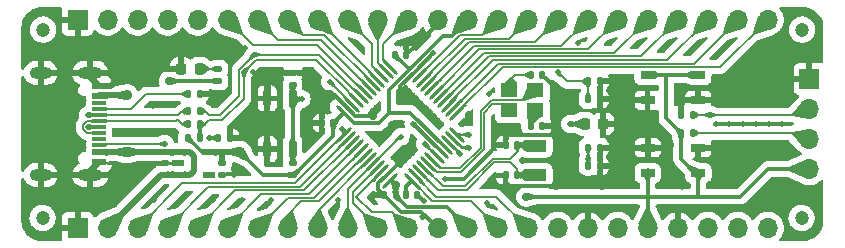
<source format=gtl>
%TF.GenerationSoftware,KiCad,Pcbnew,7.0.11*%
%TF.CreationDate,2024-04-18T20:51:31+08:00*%
%TF.ProjectId,UINIO-MCU-STM32F103C8T6,55494e49-4f2d-44d4-9355-2d53544d3332,Version 3.2.0*%
%TF.SameCoordinates,PX72c1710PY5584170*%
%TF.FileFunction,Copper,L1,Top*%
%TF.FilePolarity,Positive*%
%FSLAX46Y46*%
G04 Gerber Fmt 4.6, Leading zero omitted, Abs format (unit mm)*
G04 Created by KiCad (PCBNEW 7.0.11) date 2024-04-18 20:51:31*
%MOMM*%
%LPD*%
G01*
G04 APERTURE LIST*
G04 Aperture macros list*
%AMRoundRect*
0 Rectangle with rounded corners*
0 $1 Rounding radius*
0 $2 $3 $4 $5 $6 $7 $8 $9 X,Y pos of 4 corners*
0 Add a 4 corners polygon primitive as box body*
4,1,4,$2,$3,$4,$5,$6,$7,$8,$9,$2,$3,0*
0 Add four circle primitives for the rounded corners*
1,1,$1+$1,$2,$3*
1,1,$1+$1,$4,$5*
1,1,$1+$1,$6,$7*
1,1,$1+$1,$8,$9*
0 Add four rect primitives between the rounded corners*
20,1,$1+$1,$2,$3,$4,$5,0*
20,1,$1+$1,$4,$5,$6,$7,0*
20,1,$1+$1,$6,$7,$8,$9,0*
20,1,$1+$1,$8,$9,$2,$3,0*%
%AMHorizOval*
0 Thick line with rounded ends*
0 $1 width*
0 $2 $3 position (X,Y) of the first rounded end (center of the circle)*
0 $4 $5 position (X,Y) of the second rounded end (center of the circle)*
0 Add line between two ends*
20,1,$1,$2,$3,$4,$5,0*
0 Add two circle primitives to create the rounded ends*
1,1,$1,$2,$3*
1,1,$1,$4,$5*%
G04 Aperture macros list end*
%TA.AperFunction,SMDPad,CuDef*%
%ADD10RoundRect,0.135000X-0.185000X0.135000X-0.185000X-0.135000X0.185000X-0.135000X0.185000X0.135000X0*%
%TD*%
%TA.AperFunction,SMDPad,CuDef*%
%ADD11RoundRect,0.140000X0.140000X0.170000X-0.140000X0.170000X-0.140000X-0.170000X0.140000X-0.170000X0*%
%TD*%
%TA.AperFunction,SMDPad,CuDef*%
%ADD12RoundRect,0.135000X-0.135000X-0.185000X0.135000X-0.185000X0.135000X0.185000X-0.135000X0.185000X0*%
%TD*%
%TA.AperFunction,SMDPad,CuDef*%
%ADD13R,0.650000X1.200000*%
%TD*%
%TA.AperFunction,SMDPad,CuDef*%
%ADD14R,1.800000X1.000000*%
%TD*%
%TA.AperFunction,SMDPad,CuDef*%
%ADD15R,1.000000X0.600000*%
%TD*%
%TA.AperFunction,SMDPad,CuDef*%
%ADD16RoundRect,0.140000X-0.140000X-0.170000X0.140000X-0.170000X0.140000X0.170000X-0.140000X0.170000X0*%
%TD*%
%TA.AperFunction,SMDPad,CuDef*%
%ADD17RoundRect,0.218750X-0.218750X-0.256250X0.218750X-0.256250X0.218750X0.256250X-0.218750X0.256250X0*%
%TD*%
%TA.AperFunction,SMDPad,CuDef*%
%ADD18R,1.200000X0.650000*%
%TD*%
%TA.AperFunction,ComponentPad*%
%ADD19R,1.700000X1.700000*%
%TD*%
%TA.AperFunction,ComponentPad*%
%ADD20O,1.700000X1.700000*%
%TD*%
%TA.AperFunction,SMDPad,CuDef*%
%ADD21RoundRect,0.140000X-0.170000X0.140000X-0.170000X-0.140000X0.170000X-0.140000X0.170000X0.140000X0*%
%TD*%
%TA.AperFunction,ComponentPad*%
%ADD22C,1.200000*%
%TD*%
%TA.AperFunction,ComponentPad*%
%ADD23O,2.100000X1.000000*%
%TD*%
%TA.AperFunction,ComponentPad*%
%ADD24O,1.900000X1.000000*%
%TD*%
%TA.AperFunction,SMDPad,CuDef*%
%ADD25R,1.150000X0.600000*%
%TD*%
%TA.AperFunction,SMDPad,CuDef*%
%ADD26R,1.150000X0.300000*%
%TD*%
%TA.AperFunction,SMDPad,CuDef*%
%ADD27RoundRect,0.140000X0.170000X-0.140000X0.170000X0.140000X-0.170000X0.140000X-0.170000X-0.140000X0*%
%TD*%
%TA.AperFunction,SMDPad,CuDef*%
%ADD28RoundRect,0.135000X0.135000X0.185000X-0.135000X0.185000X-0.135000X-0.185000X0.135000X-0.185000X0*%
%TD*%
%TA.AperFunction,SMDPad,CuDef*%
%ADD29R,1.400000X1.200000*%
%TD*%
%TA.AperFunction,SMDPad,CuDef*%
%ADD30HorizOval,0.280000X-0.537401X0.537401X0.537401X-0.537401X0*%
%TD*%
%TA.AperFunction,SMDPad,CuDef*%
%ADD31HorizOval,0.280000X0.537401X0.537401X-0.537401X-0.537401X0*%
%TD*%
%TA.AperFunction,SMDPad,CuDef*%
%ADD32RoundRect,0.218750X0.218750X0.256250X-0.218750X0.256250X-0.218750X-0.256250X0.218750X-0.256250X0*%
%TD*%
%TA.AperFunction,SMDPad,CuDef*%
%ADD33RoundRect,0.135000X0.185000X-0.135000X0.185000X0.135000X-0.185000X0.135000X-0.185000X-0.135000X0*%
%TD*%
%TA.AperFunction,ViaPad*%
%ADD34C,0.500000*%
%TD*%
%TA.AperFunction,ViaPad*%
%ADD35C,0.700000*%
%TD*%
%TA.AperFunction,ViaPad*%
%ADD36C,0.900000*%
%TD*%
%TA.AperFunction,Conductor*%
%ADD37C,0.200000*%
%TD*%
%TA.AperFunction,Conductor*%
%ADD38C,0.500000*%
%TD*%
%TA.AperFunction,Conductor*%
%ADD39C,0.300000*%
%TD*%
%TA.AperFunction,Conductor*%
%ADD40C,0.150000*%
%TD*%
G04 APERTURE END LIST*
D10*
%TO.P,R1,1*%
%TO.N,Net-(D1-A)*%
X13910000Y-5520000D03*
%TO.P,R1,2*%
%TO.N,/VDD_3.3V*%
X13910000Y-6540000D03*
%TD*%
D11*
%TO.P,C7,1*%
%TO.N,GND*%
X46190000Y-13727130D03*
%TO.P,C7,2*%
%TO.N,/BOOT0*%
X45230000Y-13727130D03*
%TD*%
D12*
%TO.P,R8,1*%
%TO.N,GND*%
X53080000Y-9410000D03*
%TO.P,R8,2*%
%TO.N,/PA14{slash}SWCLK*%
X54100000Y-9410000D03*
%TD*%
D13*
%TO.P,SW2,1,1*%
%TO.N,/NRST*%
X20205000Y-8022130D03*
%TO.P,SW2,2,2*%
X20205000Y-12322130D03*
%TO.P,SW2,3,3*%
%TO.N,GND*%
X18055000Y-8022130D03*
%TO.P,SW2,4,4*%
X18055000Y-12322130D03*
%TD*%
D14*
%TO.P,Y1,1,1*%
%TO.N,Net-(U2-PC15_OSC32_OUT)*%
X40799060Y-12012130D03*
%TO.P,Y1,2,GND*%
%TO.N,Net-(U2-PC14_OSC32_IN)*%
X40799060Y-14512130D03*
%TD*%
D15*
%TO.P,U1,1,Vin*%
%TO.N,/VDD_5V*%
X10529060Y-12576130D03*
%TO.P,U1,2,Vss*%
%TO.N,GND*%
X10529060Y-13526130D03*
%TO.P,U1,3,CE*%
%TO.N,/VDD_5V*%
X10529060Y-14476130D03*
%TO.P,U1,4,NC*%
%TO.N,unconnected-(U1-NC-Pad4)*%
X13129060Y-14476130D03*
%TO.P,U1,5,Vout*%
%TO.N,/VDD_3.3V*%
X13129060Y-12576130D03*
%TD*%
D16*
%TO.P,C11,1*%
%TO.N,GND*%
X38239060Y-11972130D03*
%TO.P,C11,2*%
%TO.N,Net-(U2-PC15_OSC32_OUT)*%
X39199060Y-11972130D03*
%TD*%
D17*
%TO.P,D1,1,K*%
%TO.N,GND*%
X10751560Y-5490000D03*
%TO.P,D1,2,A*%
%TO.N,Net-(D1-A)*%
X12326560Y-5490000D03*
%TD*%
D18*
%TO.P,SW3,1,1*%
%TO.N,GND*%
X50260000Y-12182130D03*
%TO.P,SW3,2,2*%
X54560000Y-12182130D03*
%TO.P,SW3,3,3*%
%TO.N,/VDD_3.3V*%
X50260000Y-14332130D03*
%TO.P,SW3,4,4*%
X54560000Y-14332130D03*
%TD*%
D19*
%TO.P,J3,1,Pin_1*%
%TO.N,GND*%
X63960000Y-6367130D03*
D20*
%TO.P,J3,2,Pin_2*%
%TO.N,/PA14{slash}SWCLK*%
X63960000Y-8907130D03*
%TO.P,J3,3,Pin_3*%
%TO.N,/PA13{slash}SWDIO*%
X63960000Y-11447130D03*
%TO.P,J3,4,Pin_4*%
%TO.N,/VDD_3.3V*%
X63960000Y-13987130D03*
%TD*%
D21*
%TO.P,C2,1*%
%TO.N,GND*%
X9429060Y-13512130D03*
%TO.P,C2,2*%
%TO.N,/VDD_5V*%
X9429060Y-14472130D03*
%TD*%
D12*
%TO.P,R10,1*%
%TO.N,/BOOT0*%
X45200000Y-12177130D03*
%TO.P,R10,2*%
%TO.N,GND*%
X46220000Y-12177130D03*
%TD*%
D22*
%TO.P,HOLE\u002A\u002A,*%
%TO.N,*%
X-920940Y-2190000D03*
%TD*%
D12*
%TO.P,R4,1*%
%TO.N,/VDD_3.3V*%
X11310000Y-11360000D03*
%TO.P,R4,2*%
%TO.N,/USB_PA+*%
X12330000Y-11360000D03*
%TD*%
D11*
%TO.P,C13,1*%
%TO.N,GND*%
X30740940Y-16230000D03*
%TO.P,C13,2*%
%TO.N,/VBAT*%
X29780940Y-16230000D03*
%TD*%
D22*
%TO.P,HOLE\u002A\u002A,*%
%TO.N,*%
X63339060Y-2190000D03*
%TD*%
%TO.P,HOLE\u002A\u002A,*%
%TO.N,*%
X63290000Y-18130000D03*
%TD*%
D11*
%TO.P,C4,1*%
%TO.N,GND*%
X29820000Y-4360000D03*
%TO.P,C4,2*%
%TO.N,/VDD_3.3V*%
X28860000Y-4360000D03*
%TD*%
D12*
%TO.P,R12,2*%
%TO.N,GND*%
X14920000Y-11360000D03*
%TO.P,R12,1*%
%TO.N,Net-(USB1-CC2)*%
X13900000Y-11360000D03*
%TD*%
D16*
%TO.P,C10,1*%
%TO.N,GND*%
X38239060Y-14542130D03*
%TO.P,C10,2*%
%TO.N,Net-(U2-PC14_OSC32_IN)*%
X39199060Y-14542130D03*
%TD*%
D23*
%TO.P,USB1,13,GND*%
%TO.N,GND*%
X3068060Y-5847130D03*
%TO.P,USB1,14,GND*%
X3068060Y-14497130D03*
D24*
%TO.P,USB1,15,GND*%
X-1131940Y-5847130D03*
%TO.P,USB1,16,GND*%
X-1131940Y-14497130D03*
D25*
%TO.P,USB1,A1B12,GND*%
X3830060Y-6972130D03*
%TO.P,USB1,A4B9,VBUS*%
%TO.N,/VDD_5V*%
X3830060Y-7772130D03*
D26*
%TO.P,USB1,A5,CC1*%
%TO.N,Net-(USB1-CC1)*%
X3830060Y-8922130D03*
%TO.P,USB1,A6,DP1*%
%TO.N,/USB_Data+*%
X3830060Y-9922130D03*
%TO.P,USB1,A7,DN1*%
%TO.N,/USB_Data-*%
X3830060Y-10422130D03*
%TO.P,USB1,A8,SBU1*%
%TO.N,unconnected-(USB1-SBU1-PadA8)*%
X3830060Y-11422130D03*
D25*
%TO.P,USB1,B1A12,GND*%
%TO.N,GND*%
X3830060Y-13372130D03*
%TO.P,USB1,B4A9,VBUS*%
%TO.N,/VDD_5V*%
X3830060Y-12572130D03*
D26*
%TO.P,USB1,B5,CC2*%
%TO.N,Net-(USB1-CC2)*%
X3830060Y-11922130D03*
%TO.P,USB1,B6,DP2*%
%TO.N,/USB_Data+*%
X3830060Y-10922130D03*
%TO.P,USB1,B7,DN2*%
%TO.N,/USB_Data-*%
X3830060Y-9422130D03*
%TO.P,USB1,B8,SBU2*%
%TO.N,unconnected-(USB1-SBU2-PadB8)*%
X3830060Y-8422130D03*
%TD*%
D27*
%TO.P,C5,1*%
%TO.N,GND*%
X14230000Y-14472130D03*
%TO.P,C5,2*%
%TO.N,/VDD_3.3V*%
X14230000Y-13512130D03*
%TD*%
D28*
%TO.P,R9,1*%
%TO.N,/PA13{slash}SWDIO*%
X54100000Y-10940000D03*
%TO.P,R9,2*%
%TO.N,/VDD_3.3V*%
X53080000Y-10940000D03*
%TD*%
D29*
%TO.P,Y2,1,1*%
%TO.N,Net-(U2-PD1_OSC_OUT)*%
X40759060Y-7332130D03*
%TO.P,Y2,2,2*%
%TO.N,Net-(C12-Pad2)*%
X38559060Y-7332130D03*
%TO.P,Y2,3,3*%
%TO.N,Net-(U2-PD0_OSC_IN)*%
X38559060Y-9032130D03*
%TO.P,Y2,4,4*%
%TO.N,Net-(C8-Pad2)*%
X40759060Y-9032130D03*
%TD*%
D12*
%TO.P,R5,1*%
%TO.N,/PB2{slash}BOOT1*%
X45200000Y-8077130D03*
%TO.P,R5,2*%
%TO.N,GND*%
X46220000Y-8077130D03*
%TD*%
D16*
%TO.P,C6,1*%
%TO.N,GND*%
X27960000Y-16230000D03*
%TO.P,C6,2*%
%TO.N,/VDD_3.3V*%
X28920000Y-16230000D03*
%TD*%
D30*
%TO.P,U2,1,VBAT*%
%TO.N,/VBAT*%
X30268299Y-14975456D03*
%TO.P,U2,2,PC13_TAMPER_RTC*%
%TO.N,/PC13*%
X30621852Y-14621903D03*
%TO.P,U2,3,PC14_OSC32_IN*%
%TO.N,Net-(U2-PC14_OSC32_IN)*%
X30975406Y-14268349D03*
%TO.P,U2,4,PC15_OSC32_OUT*%
%TO.N,Net-(U2-PC15_OSC32_OUT)*%
X31328959Y-13914796D03*
%TO.P,U2,5,PD0_OSC_IN*%
%TO.N,Net-(U2-PD0_OSC_IN)*%
X31682512Y-13561243D03*
%TO.P,U2,6,PD1_OSC_OUT*%
%TO.N,Net-(U2-PD1_OSC_OUT)*%
X32036066Y-13207689D03*
%TO.P,U2,7,NRST*%
%TO.N,/NRST*%
X32389619Y-12854136D03*
%TO.P,U2,8,VSSA*%
%TO.N,Net-(U2-VSSA)*%
X32743173Y-12500582D03*
%TO.P,U2,9,VDDA*%
%TO.N,/VDD_3.3V*%
X33096726Y-12147029D03*
%TO.P,U2,10,PA0_WAKEUP*%
%TO.N,/PA0*%
X33450279Y-11793476D03*
%TO.P,U2,11,PA1*%
%TO.N,/PA1*%
X33803833Y-11439922D03*
%TO.P,U2,12,PA2*%
%TO.N,/PA2*%
X34157386Y-11086369D03*
D31*
%TO.P,U2,13,PA3*%
%TO.N,/PA3*%
X34157386Y-9247891D03*
%TO.P,U2,14,PA4*%
%TO.N,/PA4*%
X33803833Y-8894338D03*
%TO.P,U2,15,PA5*%
%TO.N,/PA5*%
X33450279Y-8540784D03*
%TO.P,U2,16,PA6*%
%TO.N,/PA6*%
X33096726Y-8187231D03*
%TO.P,U2,17,PA7*%
%TO.N,/PA7*%
X32743173Y-7833678D03*
%TO.P,U2,18,PB0*%
%TO.N,/PB0*%
X32389619Y-7480124D03*
%TO.P,U2,19,PB1*%
%TO.N,/PB1*%
X32036066Y-7126571D03*
%TO.P,U2,20,PB2*%
%TO.N,/PB2{slash}BOOT1*%
X31682512Y-6773017D03*
%TO.P,U2,21,PB10*%
%TO.N,/PB10*%
X31328959Y-6419464D03*
%TO.P,U2,22,PB11*%
%TO.N,/PB11*%
X30975406Y-6065911D03*
%TO.P,U2,23,VSS_1*%
%TO.N,GND*%
X30621852Y-5712357D03*
%TO.P,U2,24,VDD_1*%
%TO.N,/VDD_3.3V*%
X30268299Y-5358804D03*
D30*
%TO.P,U2,25,PB12*%
%TO.N,/PB12*%
X28429821Y-5358804D03*
%TO.P,U2,26,PB13*%
%TO.N,/PB13*%
X28076268Y-5712357D03*
%TO.P,U2,27,PB14*%
%TO.N,/PB14*%
X27722714Y-6065911D03*
%TO.P,U2,28,PB15*%
%TO.N,/PB15*%
X27369161Y-6419464D03*
%TO.P,U2,29,PA8*%
%TO.N,/PA8*%
X27015608Y-6773017D03*
%TO.P,U2,30,PA9*%
%TO.N,/PA9*%
X26662054Y-7126571D03*
%TO.P,U2,31,PA10*%
%TO.N,/PA10*%
X26308501Y-7480124D03*
%TO.P,U2,32,PA11*%
%TO.N,/USB_PA-*%
X25954947Y-7833678D03*
%TO.P,U2,33,PA12*%
%TO.N,/USB_PA+*%
X25601394Y-8187231D03*
%TO.P,U2,34,PA13*%
%TO.N,/PA13{slash}SWDIO*%
X25247841Y-8540784D03*
%TO.P,U2,35,VSS_2*%
%TO.N,GND*%
X24894287Y-8894338D03*
%TO.P,U2,36,VDD_2*%
%TO.N,/VDD_3.3V*%
X24540734Y-9247891D03*
D31*
%TO.P,U2,37,PA14*%
%TO.N,/PA14{slash}SWCLK*%
X24540734Y-11086369D03*
%TO.P,U2,38,PA15*%
%TO.N,/PA15*%
X24894287Y-11439922D03*
%TO.P,U2,39,PB3*%
%TO.N,/PB3*%
X25247841Y-11793476D03*
%TO.P,U2,40,PB4*%
%TO.N,/PB4*%
X25601394Y-12147029D03*
%TO.P,U2,41,PB5*%
%TO.N,/PB5*%
X25954947Y-12500582D03*
%TO.P,U2,42,PB6*%
%TO.N,/PB6*%
X26308501Y-12854136D03*
%TO.P,U2,43,PB7*%
%TO.N,/PB7*%
X26662054Y-13207689D03*
%TO.P,U2,44,BOOT0*%
%TO.N,/BOOT0*%
X27015608Y-13561243D03*
%TO.P,U2,45,PB8*%
%TO.N,/PB8*%
X27369161Y-13914796D03*
%TO.P,U2,46,PB9*%
%TO.N,/PB9*%
X27722714Y-14268349D03*
%TO.P,U2,47,VSS_3*%
%TO.N,GND*%
X28076268Y-14621903D03*
%TO.P,U2,48,VDD_3*%
%TO.N,/VDD_3.3V*%
X28429821Y-14975456D03*
%TD*%
D11*
%TO.P,C8,1*%
%TO.N,GND*%
X41329060Y-10342130D03*
%TO.P,C8,2*%
%TO.N,Net-(C8-Pad2)*%
X40369060Y-10342130D03*
%TD*%
D22*
%TO.P,HOLE\u002A\u002A,*%
%TO.N,*%
X-970000Y-18130000D03*
%TD*%
D12*
%TO.P,R3,1*%
%TO.N,/USB_Data-*%
X11310000Y-9108156D03*
%TO.P,R3,2*%
%TO.N,/USB_PA-*%
X12330000Y-9108156D03*
%TD*%
%TO.P,R2,1*%
%TO.N,/USB_Data+*%
X11310000Y-10210000D03*
%TO.P,R2,2*%
%TO.N,/USB_PA+*%
X12330000Y-10210000D03*
%TD*%
D11*
%TO.P,C1,1*%
%TO.N,GND*%
X46190000Y-6577130D03*
%TO.P,C1,2*%
%TO.N,/PB2{slash}BOOT1*%
X45230000Y-6577130D03*
%TD*%
D32*
%TO.P,L1,1,1*%
%TO.N,GND*%
X46497500Y-10177130D03*
%TO.P,L1,2,2*%
%TO.N,Net-(U2-VSSA)*%
X44922500Y-10177130D03*
%TD*%
D27*
%TO.P,C9,1*%
%TO.N,/NRST*%
X20210000Y-6860000D03*
%TO.P,C9,2*%
%TO.N,GND*%
X20210000Y-5900000D03*
%TD*%
D12*
%TO.P,R11,1*%
%TO.N,Net-(USB1-CC1)*%
X11310000Y-7620000D03*
%TO.P,R11,2*%
%TO.N,GND*%
X12330000Y-7620000D03*
%TD*%
D16*
%TO.P,C3,1*%
%TO.N,GND*%
X22699060Y-10132130D03*
%TO.P,C3,2*%
%TO.N,/VDD_3.3V*%
X23659060Y-10132130D03*
%TD*%
D33*
%TO.P,R6,1*%
%TO.N,/VDD_3.3V*%
X20210000Y-14490000D03*
%TO.P,R6,2*%
%TO.N,/NRST*%
X20210000Y-13470000D03*
%TD*%
D11*
%TO.P,C12,1*%
%TO.N,GND*%
X41329060Y-6022130D03*
%TO.P,C12,2*%
%TO.N,Net-(C12-Pad2)*%
X40369060Y-6022130D03*
%TD*%
D18*
%TO.P,SW1,1,1*%
%TO.N,GND*%
X54550000Y-8172130D03*
%TO.P,SW1,2,2*%
X50250000Y-8172130D03*
%TO.P,SW1,3,3*%
%TO.N,/VDD_3.3V*%
X54550000Y-6022130D03*
%TO.P,SW1,4,4*%
X50250000Y-6022130D03*
%TD*%
D19*
%TO.P,J1,1,Pin_1*%
%TO.N,GND*%
X1999060Y-1342130D03*
D20*
%TO.P,J1,2,Pin_2*%
%TO.N,/VDD_3.3V*%
X4539060Y-1342130D03*
%TO.P,J1,3,Pin_3*%
%TO.N,/PA13{slash}SWDIO*%
X7079060Y-1342130D03*
%TO.P,J1,4,Pin_4*%
%TO.N,/USB_PA+*%
X9619060Y-1342130D03*
%TO.P,J1,5,Pin_5*%
%TO.N,/USB_PA-*%
X12159060Y-1342130D03*
%TO.P,J1,6,Pin_6*%
%TO.N,/PA10*%
X14699060Y-1342130D03*
%TO.P,J1,7,Pin_7*%
%TO.N,/PA9*%
X17239060Y-1342130D03*
%TO.P,J1,8,Pin_8*%
%TO.N,/PA8*%
X19779060Y-1342130D03*
%TO.P,J1,9,Pin_9*%
%TO.N,/PB15*%
X22319060Y-1342130D03*
%TO.P,J1,10,Pin_10*%
%TO.N,/PB14*%
X24859060Y-1342130D03*
%TO.P,J1,11,Pin_11*%
%TO.N,/PB13*%
X27399060Y-1342130D03*
%TO.P,J1,12,Pin_12*%
%TO.N,/PB12*%
X29939060Y-1342130D03*
%TO.P,J1,13,Pin_13*%
%TO.N,GND*%
X32479060Y-1342130D03*
%TO.P,J1,14,Pin_14*%
%TO.N,/VDD_3.3V*%
X35019060Y-1342130D03*
%TO.P,J1,15,Pin_15*%
%TO.N,/PB11*%
X37559060Y-1342130D03*
%TO.P,J1,16,Pin_16*%
%TO.N,/PB10*%
X40099060Y-1342130D03*
%TO.P,J1,17,Pin_17*%
%TO.N,/PB2{slash}BOOT1*%
X42639060Y-1342130D03*
%TO.P,J1,18,Pin_18*%
%TO.N,/PB1*%
X45179060Y-1342130D03*
%TO.P,J1,19,Pin_19*%
%TO.N,/PB0*%
X47719060Y-1342130D03*
%TO.P,J1,20,Pin_20*%
%TO.N,/PA7*%
X50259060Y-1342130D03*
%TO.P,J1,21,Pin_21*%
%TO.N,/PA6*%
X52799060Y-1342130D03*
%TO.P,J1,22,Pin_22*%
%TO.N,/PA5*%
X55339060Y-1342130D03*
%TO.P,J1,23,Pin_23*%
%TO.N,/PA4*%
X57879060Y-1342130D03*
%TO.P,J1,24,Pin_24*%
%TO.N,/PA3*%
X60419060Y-1342130D03*
%TD*%
D19*
%TO.P,J2,1,Pin_1*%
%TO.N,GND*%
X1999060Y-18982130D03*
D20*
%TO.P,J2,2,Pin_2*%
%TO.N,/VDD_5V*%
X4539060Y-18982130D03*
%TO.P,J2,3,Pin_3*%
%TO.N,/PA14{slash}SWCLK*%
X7079060Y-18982130D03*
%TO.P,J2,4,Pin_4*%
%TO.N,/PA15*%
X9619060Y-18982130D03*
%TO.P,J2,5,Pin_5*%
%TO.N,/PB3*%
X12159060Y-18982130D03*
%TO.P,J2,6,Pin_6*%
%TO.N,/PB4*%
X14699060Y-18982130D03*
%TO.P,J2,7,Pin_7*%
%TO.N,/PB5*%
X17239060Y-18982130D03*
%TO.P,J2,8,Pin_8*%
%TO.N,/PB6*%
X19779060Y-18982130D03*
%TO.P,J2,9,Pin_9*%
%TO.N,/PB7*%
X22319060Y-18982130D03*
%TO.P,J2,10,Pin_10*%
%TO.N,/BOOT0*%
X24859060Y-18982130D03*
%TO.P,J2,11,Pin_11*%
%TO.N,/PB8*%
X27399060Y-18982130D03*
%TO.P,J2,12,Pin_12*%
%TO.N,/PB9*%
X29939060Y-18982130D03*
%TO.P,J2,13,Pin_13*%
%TO.N,GND*%
X32479060Y-18982130D03*
%TO.P,J2,14,Pin_14*%
%TO.N,/VDD_3.3V*%
X35019060Y-18982130D03*
%TO.P,J2,15,Pin_15*%
%TO.N,/VBAT*%
X37559060Y-18982130D03*
%TO.P,J2,16,Pin_16*%
%TO.N,/PC13*%
X40099060Y-18982130D03*
%TO.P,J2,17,Pin_17*%
%TO.N,/VDD_3.3V*%
X42639060Y-18982130D03*
%TO.P,J2,18,Pin_18*%
%TO.N,GND*%
X45179060Y-18982130D03*
%TO.P,J2,19,Pin_19*%
%TO.N,/NRST*%
X47719060Y-18982130D03*
%TO.P,J2,20,Pin_20*%
%TO.N,/VDD_3.3V*%
X50259060Y-18982130D03*
%TO.P,J2,21,Pin_21*%
%TO.N,GND*%
X52799060Y-18982130D03*
%TO.P,J2,22,Pin_22*%
%TO.N,/PA0*%
X55339060Y-18982130D03*
%TO.P,J2,23,Pin_23*%
%TO.N,/PA1*%
X57879060Y-18982130D03*
%TO.P,J2,24,Pin_24*%
%TO.N,/PA2*%
X60419060Y-18982130D03*
%TD*%
D34*
%TO.N,GND*%
X58310000Y-12590000D03*
X59430000Y-12590000D03*
X60550000Y-12590000D03*
X61670000Y-12590000D03*
X14410000Y-7620000D03*
X13530000Y-7620000D03*
D35*
X21635000Y-11165000D03*
D34*
X60540000Y-10190000D03*
X26080000Y-3820000D03*
X58300000Y-10190000D03*
X18379060Y-16652130D03*
X10819060Y-16652130D03*
D35*
X55540000Y-15360000D03*
X29329060Y-7442130D03*
D34*
X28550000Y-10190000D03*
X10970000Y-3930000D03*
X16180000Y-3780000D03*
X32109060Y-4202130D03*
X15929060Y-16652130D03*
X15199060Y-14472130D03*
X8340000Y-10880000D03*
X46909060Y-3322130D03*
X44389060Y-3322130D03*
D35*
X29350000Y-13320000D03*
D34*
X59420000Y-10190000D03*
X58960000Y-7680000D03*
X61660000Y-10190000D03*
X27990000Y-10810000D03*
X53139060Y-15512130D03*
X36699060Y-16872130D03*
X57139060Y-3322130D03*
X8439060Y-16652130D03*
D35*
X17499060Y-10252130D03*
D34*
X57180000Y-10190000D03*
X56060000Y-10190000D03*
D35*
X42469060Y-7162130D03*
D34*
X31330000Y-16710000D03*
X49466560Y-3322130D03*
X24029060Y-16652130D03*
X8340000Y-8680000D03*
X52024060Y-3322130D03*
X33090000Y-14810000D03*
X30040000Y-12500000D03*
D35*
X46409060Y-15392130D03*
X52150000Y-12000000D03*
D34*
X29350000Y-10190000D03*
X58040000Y-7680000D03*
X29940000Y-7990000D03*
X56090000Y-7680000D03*
D35*
X42469060Y-15392130D03*
X35139060Y-9462130D03*
D34*
X36800000Y-7620000D03*
D35*
X47930000Y-8030000D03*
X27030000Y-9468185D03*
D34*
X13540000Y-3950000D03*
D35*
X22700000Y-7442130D03*
D34*
X16870000Y-5800000D03*
X54581560Y-3322130D03*
X13459060Y-16652130D03*
%TO.N,/PB2{slash}BOOT1*%
X42639060Y-5811630D03*
D36*
%TO.N,/VDD_5V*%
X6169060Y-7762130D03*
X6169060Y-12562130D03*
D35*
%TO.N,/VDD_3.3V*%
X28930000Y-15340000D03*
X9743465Y-6536535D03*
X39993465Y-16336535D03*
D36*
X15783465Y-12576535D03*
D34*
%TO.N,/BOOT0*%
X29350000Y-11259997D03*
X45230000Y-13160000D03*
%TO.N,/NRST*%
X20959060Y-8072130D03*
X31401207Y-11865723D03*
%TO.N,/PA13{slash}SWDIO*%
X23356930Y-6630000D03*
%TO.N,/PA14{slash}SWCLK*%
X55520000Y-9410000D03*
X24400000Y-10620000D03*
%TO.N,/PA0*%
X34348768Y-12681838D03*
%TO.N,/PA1*%
X35150000Y-12180000D03*
%TO.N,/PA2*%
X35149060Y-11082130D03*
%TO.N,Net-(U2-VSSA)*%
X43700000Y-10180000D03*
X30430000Y-10190000D03*
%TO.N,/USB_Data-*%
X2899060Y-9422130D03*
X2899060Y-10422130D03*
%TO.N,Net-(USB1-CC2)*%
X13120000Y-11370000D03*
X9390000Y-11870000D03*
%TO.N,/USB_PA+*%
X16100000Y-5790000D03*
%TO.N,/USB_PA-*%
X16928051Y-4315000D03*
%TD*%
D37*
%TO.N,Net-(USB1-CC2)*%
X13130000Y-11360000D02*
X13900000Y-11360000D01*
X13120000Y-11370000D02*
X13130000Y-11360000D01*
X3882190Y-11870000D02*
X3830060Y-11922130D01*
X9390000Y-11870000D02*
X3882190Y-11870000D01*
D38*
%TO.N,/VDD_3.3V*%
X13930000Y-12576130D02*
X15783060Y-12576130D01*
X15783060Y-12576130D02*
X15783465Y-12576535D01*
D39*
X12526130Y-12576130D02*
X11310000Y-11360000D01*
X13129060Y-12576130D02*
X12526130Y-12576130D01*
%TO.N,/USB_PA+*%
X12330000Y-10210000D02*
X12330000Y-11360000D01*
D37*
%TO.N,Net-(USB1-CC1)*%
X7820000Y-7620000D02*
X6517870Y-8922130D01*
X11310000Y-7620000D02*
X7820000Y-7620000D01*
X6517870Y-8922130D02*
X3830060Y-8922130D01*
%TO.N,Net-(D1-A)*%
X13910000Y-5520000D02*
X12356560Y-5520000D01*
D39*
%TO.N,/VDD_3.3V*%
X9746930Y-6540000D02*
X13910000Y-6540000D01*
X9743465Y-6536535D02*
X9746930Y-6540000D01*
%TO.N,GND*%
X37527870Y-11972130D02*
X38239060Y-11972130D01*
X27470000Y-15203171D02*
X28076268Y-14596903D01*
X38539060Y-15392130D02*
X42469060Y-15392130D01*
X22702130Y-7440000D02*
X23456930Y-7440000D01*
X42479060Y-11122130D02*
X42439060Y-11082130D01*
X29820000Y-4350000D02*
X32479060Y-1690940D01*
X42439060Y-11082130D02*
X38549060Y-11082130D01*
X30623833Y-5687357D02*
X30621852Y-5687357D01*
X32479060Y-18982130D02*
X31106930Y-17610000D01*
X31106930Y-17610000D02*
X29340000Y-17610000D01*
X25495115Y-9468185D02*
X24896268Y-8869338D01*
X28095078Y-14594922D02*
X28086268Y-14594922D01*
X42479060Y-10342130D02*
X41329060Y-10342130D01*
X29329060Y-7442130D02*
X29329060Y-6982130D01*
X29329060Y-6982130D02*
X30621852Y-5689338D01*
X22699060Y-7443070D02*
X22699060Y-10132130D01*
D38*
X6320000Y-5490000D02*
X4837870Y-6972130D01*
D39*
X42479060Y-7172130D02*
X42479060Y-11022130D01*
X29360595Y-13320595D02*
X29360595Y-13329405D01*
X42479060Y-15382130D02*
X42479060Y-11122130D01*
X27030000Y-9468185D02*
X25495115Y-9468185D01*
D38*
X-1131940Y-14497130D02*
X3068060Y-14497130D01*
D39*
X24886268Y-8869338D02*
X24894287Y-8869338D01*
X42469060Y-7162130D02*
X42479060Y-7172130D01*
X22700000Y-7442130D02*
X22702130Y-7440000D01*
X38239060Y-11392130D02*
X38239060Y-11972130D01*
X27960000Y-16230000D02*
X27470000Y-15740000D01*
D38*
X18880000Y-5900000D02*
X20210000Y-5900000D01*
D39*
X42469060Y-15392130D02*
X42479060Y-15382130D01*
X42479060Y-11022130D02*
X42479060Y-10342130D01*
X22700000Y-7442130D02*
X22699060Y-7443070D01*
X38549060Y-11082130D02*
X38239060Y-11392130D01*
X34690000Y-14810000D02*
X37527870Y-11972130D01*
D38*
X-1131940Y-5847130D02*
X-1131940Y-14497130D01*
X3068060Y-14497130D02*
X3068060Y-14134130D01*
D39*
X32109060Y-4202130D02*
X30623833Y-5687357D01*
X38229060Y-14552130D02*
X38229060Y-15082130D01*
D38*
X4837870Y-6972130D02*
X3830060Y-6972130D01*
D39*
X27470000Y-15740000D02*
X27470000Y-15203171D01*
X29340000Y-17610000D02*
X27960000Y-16230000D01*
D38*
X18087870Y-6692130D02*
X18880000Y-5900000D01*
X3068060Y-14134130D02*
X3830060Y-13372130D01*
D39*
X38229060Y-15082130D02*
X38539060Y-15392130D01*
X31330000Y-16710000D02*
X31280000Y-16710000D01*
X31280000Y-16710000D02*
X30800000Y-16230000D01*
X29360595Y-13329405D02*
X28095078Y-14594922D01*
D38*
X3068060Y-6211130D02*
X3068060Y-5847130D01*
D39*
X42469060Y-7162130D02*
X41329060Y-6022130D01*
X33090000Y-14810000D02*
X34690000Y-14810000D01*
D40*
X19240000Y-6830000D02*
X19240000Y-6837130D01*
D37*
X10529060Y-13526130D02*
X9443060Y-13526130D01*
D38*
X3829060Y-6972130D02*
X3068060Y-6211130D01*
D39*
X46409060Y-15392130D02*
X42469060Y-15392130D01*
D38*
X18087870Y-8022130D02*
X18087870Y-6692130D01*
D39*
X23456930Y-7440000D02*
X24886268Y-8869338D01*
D38*
X3068060Y-5847130D02*
X-1131940Y-5847130D01*
D39*
X42479060Y-11122130D02*
X42479060Y-11022130D01*
D38*
X10751560Y-5490000D02*
X6320000Y-5490000D01*
D37*
%TO.N,/PB2{slash}BOOT1*%
X43404560Y-6577130D02*
X45230000Y-6577130D01*
X31682512Y-6738678D02*
X35169060Y-3252130D01*
X45230000Y-6577130D02*
X45230000Y-8047130D01*
X40729060Y-3252130D02*
X42639060Y-1342130D01*
X42639060Y-5811630D02*
X43404560Y-6577130D01*
X35169060Y-3252130D02*
X40729060Y-3252130D01*
D38*
%TO.N,/VDD_5V*%
X6169060Y-7762130D02*
X3835060Y-7762130D01*
X9049060Y-14472130D02*
X4539060Y-18982130D01*
X9429060Y-14472130D02*
X10525060Y-14472130D01*
X11829060Y-14152130D02*
X11829060Y-12882130D01*
X11523060Y-12576130D02*
X10529060Y-12576130D01*
X9429060Y-14472130D02*
X9049060Y-14472130D01*
X6169060Y-12562130D02*
X10515060Y-12562130D01*
X11505060Y-14476130D02*
X11829060Y-14152130D01*
X3835060Y-12562130D02*
X6169060Y-12562130D01*
X11829060Y-12882130D02*
X11523060Y-12576130D01*
X10529060Y-14476130D02*
X11505060Y-14476130D01*
D39*
%TO.N,/VDD_3.3V*%
X53080000Y-10940000D02*
X51840000Y-9700000D01*
X20300000Y-14520000D02*
X23659060Y-11160940D01*
X54560000Y-14332130D02*
X54560000Y-16330000D01*
X24540734Y-9250734D02*
X24540734Y-9230456D01*
X28330000Y-8470000D02*
X28330000Y-9290000D01*
X50250000Y-6022130D02*
X51840000Y-6022130D01*
X27520000Y-10100000D02*
X25390000Y-10100000D01*
D38*
X14230000Y-12576130D02*
X14230000Y-13512130D01*
D39*
X30268299Y-5333804D02*
X28330000Y-7272103D01*
X15783465Y-12576535D02*
X17726930Y-14520000D01*
X54736930Y-16340000D02*
X39996930Y-16340000D01*
X28930000Y-16290000D02*
X29850000Y-17210000D01*
X30268299Y-5333804D02*
X30268299Y-5332891D01*
X28930000Y-15340000D02*
X28930000Y-16290000D01*
X29850000Y-17210000D02*
X33246930Y-17210000D01*
X28330000Y-9220000D02*
X28330000Y-8470000D01*
X54736930Y-16340000D02*
X58101190Y-16340000D01*
X28330000Y-7272103D02*
X28330000Y-8470000D01*
X58101190Y-16340000D02*
X60449060Y-13992130D01*
X30169697Y-9220000D02*
X28330000Y-9220000D01*
X53080000Y-10940000D02*
X53080000Y-13140000D01*
X30040000Y-5540000D02*
X30087103Y-5540000D01*
X28860000Y-4360000D02*
X30040000Y-5540000D01*
X33246930Y-17210000D02*
X35019060Y-18982130D01*
X23659060Y-11160940D02*
X23659060Y-10132130D01*
X30268299Y-5358804D02*
X30268299Y-5333804D01*
X30087103Y-5540000D02*
X30268299Y-5358804D01*
X60449060Y-13992130D02*
X63624060Y-13992130D01*
X51840000Y-6022130D02*
X54550000Y-6022130D01*
X33661190Y-2700000D02*
X35019060Y-1342130D01*
X54560000Y-16330000D02*
X54550000Y-16340000D01*
X33096726Y-12147029D02*
X30169697Y-9220000D01*
X32901190Y-2700000D02*
X33661190Y-2700000D01*
D38*
X13294000Y-12576130D02*
X14230000Y-12576130D01*
D39*
X53080000Y-13140000D02*
X54272130Y-14332130D01*
X17726930Y-14520000D02*
X20300000Y-14520000D01*
X39996930Y-16340000D02*
X39993465Y-16336535D01*
X54550000Y-16340000D02*
X54736930Y-16340000D01*
X25390000Y-10100000D02*
X24540734Y-9250734D01*
X28330000Y-9290000D02*
X27520000Y-10100000D01*
D38*
X14230000Y-12576130D02*
X14230000Y-13510000D01*
D39*
X51840000Y-9700000D02*
X51840000Y-6022130D01*
X24540734Y-9230456D02*
X23659060Y-10112130D01*
X30268299Y-5332891D02*
X32901190Y-2700000D01*
X50260000Y-18531190D02*
X50260000Y-14102130D01*
X28565456Y-14975456D02*
X28930000Y-15340000D01*
X28429821Y-14975456D02*
X28565456Y-14975456D01*
D37*
%TO.N,/BOOT0*%
X29350000Y-11259997D02*
X29291854Y-11259997D01*
X45230000Y-13160000D02*
X45230000Y-12426190D01*
X45230000Y-12426190D02*
X45449060Y-12207130D01*
X24859060Y-15692791D02*
X24859060Y-18982130D01*
X29291854Y-11259997D02*
X24859060Y-15692791D01*
X45230000Y-13160000D02*
X45230000Y-13727130D01*
%TO.N,Net-(C8-Pad2)*%
X40369060Y-10342130D02*
X40369060Y-9422130D01*
D39*
%TO.N,/NRST*%
X20210000Y-13470000D02*
X20210000Y-12327130D01*
D37*
X31401207Y-11865723D02*
X31412653Y-11865723D01*
D39*
X20205000Y-8070000D02*
X20205000Y-12370000D01*
D37*
X31412653Y-11865723D02*
X32376066Y-12829136D01*
X20207130Y-8072130D02*
X20959060Y-8072130D01*
D39*
X20200000Y-6830000D02*
X20200000Y-8017130D01*
D37*
%TO.N,Net-(U2-PC14_OSC32_IN)*%
X32502057Y-15770000D02*
X30975406Y-14243349D01*
X39199060Y-14542130D02*
X39199060Y-14019060D01*
X39199060Y-14019060D02*
X38592130Y-13412130D01*
X37289060Y-13412130D02*
X34931190Y-15770000D01*
X40799060Y-14512130D02*
X39229060Y-14512130D01*
X38592130Y-13412130D02*
X37289060Y-13412130D01*
X34931190Y-15770000D02*
X32502057Y-15770000D01*
%TO.N,Net-(U2-PC15_OSC32_OUT)*%
X39199060Y-11972130D02*
X39199060Y-12532130D01*
X39199060Y-12532130D02*
X38619060Y-13112130D01*
X32909163Y-15470000D02*
X31328959Y-13889796D01*
X38619060Y-13112130D02*
X37164796Y-13112130D01*
X37164796Y-13112130D02*
X34806926Y-15470000D01*
X40799060Y-12012130D02*
X39239060Y-12012130D01*
X34806926Y-15470000D02*
X32909163Y-15470000D01*
%TO.N,Net-(C12-Pad2)*%
X40369060Y-6022130D02*
X39009060Y-6022130D01*
X38559060Y-6472130D02*
X38559060Y-7332130D01*
X39009060Y-6022130D02*
X38559060Y-6472130D01*
%TO.N,/PA13{slash}SWDIO*%
X23356930Y-6630000D02*
X25242714Y-8515784D01*
X63452870Y-10940000D02*
X54100000Y-10940000D01*
%TO.N,/PA10*%
X22292130Y-3462130D02*
X16829060Y-3462130D01*
X26285124Y-7455124D02*
X22292130Y-3462130D01*
X16829060Y-3462130D02*
X14709060Y-1342130D01*
%TO.N,/PA9*%
X18939060Y-3042130D02*
X17239060Y-1342130D01*
X26662054Y-7101571D02*
X22602613Y-3042130D01*
X22602613Y-3042130D02*
X18939060Y-3042130D01*
%TO.N,/PA8*%
X21069060Y-2632130D02*
X19779060Y-1342130D01*
X22899721Y-2632130D02*
X21069060Y-2632130D01*
X27015608Y-6748017D02*
X22899721Y-2632130D01*
%TO.N,/PB15*%
X27369161Y-6382231D02*
X22329060Y-1342130D01*
%TO.N,/PB14*%
X26950000Y-5268197D02*
X26950000Y-3440000D01*
X26950000Y-3440000D02*
X24859060Y-1349060D01*
X27722714Y-6040911D02*
X26950000Y-5268197D01*
%TO.N,/PB13*%
X27400000Y-5011089D02*
X27400000Y-1343070D01*
X28076268Y-5687357D02*
X27400000Y-5011089D01*
%TO.N,/PB12*%
X27840000Y-4743983D02*
X27840000Y-3440000D01*
X27840000Y-3440000D02*
X29937870Y-1342130D01*
X28429821Y-5333804D02*
X27840000Y-4743983D01*
%TO.N,/PB11*%
X34349060Y-2652130D02*
X36249060Y-2652130D01*
X36249060Y-2652130D02*
X37559060Y-1342130D01*
X30975406Y-6025784D02*
X34349060Y-2652130D01*
%TO.N,/PB10*%
X34771293Y-2952130D02*
X38489060Y-2952130D01*
X38489060Y-2952130D02*
X40099060Y-1342130D01*
X31328959Y-6394464D02*
X34771293Y-2952130D01*
%TO.N,/PB1*%
X35585507Y-3552130D02*
X42959060Y-3552130D01*
X32036066Y-7101571D02*
X35585507Y-3552130D01*
X42959060Y-3552130D02*
X45169060Y-1342130D01*
%TO.N,/PB0*%
X45199060Y-3852130D02*
X47709060Y-1342130D01*
X35992613Y-3852130D02*
X45199060Y-3852130D01*
X32389619Y-7455124D02*
X35992613Y-3852130D01*
%TO.N,/PA7*%
X34119060Y-6432130D02*
X36389060Y-4162130D01*
X34119060Y-6432791D02*
X34119060Y-6432130D01*
X32743173Y-7808678D02*
X34119060Y-6432791D01*
X47429060Y-4162130D02*
X50249060Y-1342130D01*
X36389060Y-4162130D02*
X47429060Y-4162130D01*
%TO.N,/PA6*%
X36789060Y-4462130D02*
X49669060Y-4462130D01*
X33096726Y-8154464D02*
X36789060Y-4462130D01*
X49669060Y-4462130D02*
X52789060Y-1342130D01*
%TO.N,/PA5*%
X33450279Y-8515784D02*
X33450279Y-8441744D01*
X33450279Y-8441744D02*
X37129893Y-4762130D01*
X51909060Y-4762130D02*
X55329060Y-1342130D01*
X37129893Y-4762130D02*
X51909060Y-4762130D01*
%TO.N,/PA4*%
X34347079Y-8334111D02*
X37619060Y-5062130D01*
X54149060Y-5062130D02*
X57869060Y-1342130D01*
X37619060Y-5062130D02*
X54149060Y-5062130D01*
%TO.N,/PA3*%
X37999060Y-5362130D02*
X56389060Y-5362130D01*
X34157386Y-9203804D02*
X37999060Y-5362130D01*
X56389060Y-5362130D02*
X60409060Y-1342130D01*
%TO.N,/PA14{slash}SWCLK*%
X54100000Y-9410000D02*
X55520000Y-9410000D01*
X55520000Y-9410000D02*
X63457130Y-9410000D01*
X20389060Y-15212130D02*
X10849060Y-15212130D01*
X10849060Y-15212130D02*
X7079060Y-18982130D01*
X24400000Y-11201190D02*
X20389060Y-15212130D01*
X24700000Y-10920000D02*
X24400000Y-10620000D01*
%TO.N,/PA15*%
X12909060Y-15692130D02*
X9619060Y-18982130D01*
X13079060Y-15512130D02*
X12909060Y-15682130D01*
X24894287Y-11414922D02*
X20797079Y-15512130D01*
X12909060Y-15682130D02*
X12909060Y-15692130D01*
X20797079Y-15512130D02*
X13079060Y-15512130D01*
%TO.N,/PB3*%
X21204187Y-15812130D02*
X15329060Y-15812130D01*
X15329060Y-15812130D02*
X12159060Y-18982130D01*
X25247841Y-11768476D02*
X21204187Y-15812130D01*
%TO.N,/PB4*%
X17559060Y-16112130D02*
X14699060Y-18972130D01*
X21609060Y-16112130D02*
X17559060Y-16112130D01*
X25075313Y-12645877D02*
X21609060Y-16112130D01*
%TO.N,/PB5*%
X25954947Y-12496243D02*
X22039060Y-16412130D01*
X22039060Y-16412130D02*
X19819060Y-16412130D01*
X19819060Y-16412130D02*
X17249060Y-18982130D01*
%TO.N,/PB6*%
X26308501Y-12829136D02*
X22425507Y-16712130D01*
X19779060Y-17862130D02*
X19779060Y-18982130D01*
X22425507Y-16712130D02*
X20929060Y-16712130D01*
X20929060Y-16712130D02*
X19779060Y-17862130D01*
%TO.N,/PB7*%
X26662054Y-13182689D02*
X22319060Y-17525683D01*
X22319060Y-17525683D02*
X22319060Y-18982130D01*
%TO.N,/PB8*%
X25300000Y-15958957D02*
X25300000Y-16890000D01*
X27369161Y-13889796D02*
X25300000Y-15958957D01*
X25300000Y-16890000D02*
X27392130Y-18982130D01*
%TO.N,/PB9*%
X25600000Y-16366064D02*
X25600000Y-16380000D01*
X28626930Y-17670000D02*
X29939060Y-18982130D01*
X27722714Y-14243349D02*
X25600000Y-16366064D01*
X25600000Y-16380000D02*
X26890000Y-17670000D01*
X26890000Y-17670000D02*
X28626930Y-17670000D01*
%TO.N,/VBAT*%
X32019973Y-16702130D02*
X35279060Y-16702130D01*
X35279060Y-16702130D02*
X37559060Y-18982130D01*
D39*
X29780940Y-16230000D02*
X29780940Y-15462815D01*
X29780940Y-15462815D02*
X30268299Y-14975456D01*
D37*
X30268299Y-14950456D02*
X32019973Y-16702130D01*
%TO.N,/PC13*%
X32349060Y-16332130D02*
X37449060Y-16332130D01*
X37449060Y-16332130D02*
X40099060Y-18982130D01*
X30621852Y-14604922D02*
X32349060Y-16332130D01*
%TO.N,/PA0*%
X34348768Y-12681838D02*
X33450279Y-11783349D01*
%TO.N,/PA1*%
X34568911Y-12180000D02*
X33803833Y-11414922D01*
X35150000Y-12180000D02*
X34568911Y-12180000D01*
%TO.N,/PA2*%
X35149060Y-11082130D02*
X34178147Y-11082130D01*
D39*
%TO.N,Net-(U2-VSSA)*%
X30430000Y-10190000D02*
X30432591Y-10190000D01*
X30432591Y-10190000D02*
X32743173Y-12500582D01*
X43700000Y-10180000D02*
X44919630Y-10180000D01*
D37*
%TO.N,/USB_Data+*%
X2449060Y-10235733D02*
X2449060Y-10608527D01*
X4692561Y-9922130D02*
X4717561Y-9897130D01*
X3830060Y-9922130D02*
X4692561Y-9922130D01*
X10292206Y-9897130D02*
X10305258Y-9884078D01*
X2449060Y-10608527D02*
X2762663Y-10922130D01*
X2762663Y-9922130D02*
X2449060Y-10235733D01*
X4717561Y-9897130D02*
X10292206Y-9897130D01*
X10504077Y-9884078D02*
X10829999Y-10210000D01*
X10829999Y-10210000D02*
X11310000Y-10210000D01*
X3830060Y-9922130D02*
X2762663Y-9922130D01*
X2762663Y-10922130D02*
X3830060Y-10922130D01*
X10305258Y-9884078D02*
X10504077Y-9884078D01*
%TO.N,/USB_Data-*%
X3830060Y-10422130D02*
X2899060Y-10422130D01*
X3830060Y-9422130D02*
X4692561Y-9422130D01*
X10120000Y-9447130D02*
X10133052Y-9434078D01*
X4692561Y-9422130D02*
X4717561Y-9447130D01*
X2899060Y-9422130D02*
X3830060Y-9422130D01*
X10504077Y-9434078D02*
X10829999Y-9108156D01*
X4717561Y-9447130D02*
X10120000Y-9447130D01*
X10829999Y-9108156D02*
X11310000Y-9108156D01*
X10133052Y-9434078D02*
X10504077Y-9434078D01*
%TO.N,Net-(U2-PD0_OSC_IN)*%
X34494264Y-14250000D02*
X36419060Y-12325204D01*
X31682512Y-13536243D02*
X32396269Y-14250000D01*
X38056930Y-8530000D02*
X38559060Y-9032130D01*
X32396269Y-14250000D02*
X34494264Y-14250000D01*
X36419060Y-12325204D02*
X36419060Y-9220130D01*
X37109190Y-8530000D02*
X38056930Y-8530000D01*
X36419060Y-9220130D02*
X37109190Y-8530000D01*
%TO.N,Net-(U2-PD1_OSC_OUT)*%
X32803377Y-13950000D02*
X32036066Y-13182689D01*
X34370000Y-13950000D02*
X32803377Y-13950000D01*
X36119060Y-12200940D02*
X34370000Y-13950000D01*
X39919060Y-8172130D02*
X37042796Y-8172130D01*
X36119060Y-9095866D02*
X36119060Y-12200940D01*
X37042796Y-8172130D02*
X36119060Y-9095866D01*
X40759060Y-7332130D02*
X39919060Y-8172130D01*
%TO.N,/USB_PA+*%
X12330000Y-10210000D02*
X12810001Y-10210000D01*
X24964998Y-7550835D02*
X25601394Y-8187231D01*
X17114451Y-4765000D02*
X17115000Y-4765000D01*
X16095000Y-5784451D02*
X17114451Y-4765000D01*
X13135923Y-9884078D02*
X14244122Y-9884078D01*
X16095000Y-5795000D02*
X16100000Y-5790000D01*
X17125000Y-4765000D02*
X22214519Y-4765000D01*
X16095000Y-8033200D02*
X16095000Y-5795000D01*
X24964998Y-7515479D02*
X24964998Y-7550835D01*
X16100000Y-5790000D02*
X16095000Y-5785000D01*
X14244122Y-9884078D02*
X16095000Y-8033200D01*
X17115000Y-4765000D02*
X17120000Y-4770000D01*
X17120000Y-4770000D02*
X17125000Y-4765000D01*
X22214519Y-4765000D02*
X24964998Y-7515479D01*
X12810001Y-10210000D02*
X13135923Y-9884078D01*
X16095000Y-5785000D02*
X16095000Y-5784451D01*
%TO.N,/USB_PA-*%
X15645000Y-5598051D02*
X15645000Y-7846800D01*
X22400913Y-4315000D02*
X25283195Y-7197282D01*
X15645000Y-7846800D02*
X14057722Y-9434078D01*
X25318551Y-7197282D02*
X25954947Y-7833678D01*
X14057722Y-9434078D02*
X13135923Y-9434078D01*
X16928051Y-4315000D02*
X22400913Y-4315000D01*
X16928051Y-4315000D02*
X15645000Y-5598051D01*
X12810001Y-9108156D02*
X12330000Y-9108156D01*
X13135923Y-9434078D02*
X12810001Y-9108156D01*
X25283195Y-7197282D02*
X25318551Y-7197282D01*
%TD*%
%TA.AperFunction,Conductor*%
%TO.N,GND*%
G36*
X598660Y-272315D02*
G01*
X644415Y-325119D01*
X654910Y-389886D01*
X649060Y-444285D01*
X649060Y-1092130D01*
X1565374Y-1092130D01*
X1539567Y-1132286D01*
X1499060Y-1270241D01*
X1499060Y-1414019D01*
X1539567Y-1551974D01*
X1565374Y-1592130D01*
X649060Y-1592130D01*
X649060Y-2239974D01*
X655461Y-2299502D01*
X655463Y-2299509D01*
X705705Y-2434216D01*
X705709Y-2434223D01*
X791869Y-2549317D01*
X791872Y-2549320D01*
X906966Y-2635480D01*
X906973Y-2635484D01*
X1041680Y-2685726D01*
X1041687Y-2685728D01*
X1101215Y-2692129D01*
X1101232Y-2692130D01*
X1749060Y-2692130D01*
X1749060Y-1777631D01*
X1856745Y-1826810D01*
X1963297Y-1842130D01*
X2034823Y-1842130D01*
X2141375Y-1826810D01*
X2249060Y-1777631D01*
X2249060Y-2692130D01*
X2896888Y-2692130D01*
X2896904Y-2692129D01*
X2956432Y-2685728D01*
X2956439Y-2685726D01*
X3091146Y-2635484D01*
X3091153Y-2635480D01*
X3206247Y-2549320D01*
X3206250Y-2549317D01*
X3292410Y-2434223D01*
X3292414Y-2434216D01*
X3338741Y-2310007D01*
X3380612Y-2254073D01*
X3446076Y-2229656D01*
X3514349Y-2244507D01*
X3546149Y-2269353D01*
X3615820Y-2345036D01*
X3793484Y-2483319D01*
X3793485Y-2483319D01*
X3793487Y-2483321D01*
X3915438Y-2549317D01*
X3991486Y-2590472D01*
X4204425Y-2663574D01*
X4426491Y-2700630D01*
X4651629Y-2700630D01*
X4873695Y-2663574D01*
X5086634Y-2590472D01*
X5284636Y-2483319D01*
X5462300Y-2345036D01*
X5582110Y-2214889D01*
X5614775Y-2179406D01*
X5614775Y-2179405D01*
X5614782Y-2179398D01*
X5705253Y-2040920D01*
X5758398Y-1995567D01*
X5827629Y-1986143D01*
X5890965Y-2015645D01*
X5912864Y-2040917D01*
X6003338Y-2179398D01*
X6003343Y-2179403D01*
X6003344Y-2179406D01*
X6155816Y-2345032D01*
X6155820Y-2345036D01*
X6333484Y-2483319D01*
X6333485Y-2483319D01*
X6333487Y-2483321D01*
X6455438Y-2549317D01*
X6531486Y-2590472D01*
X6744425Y-2663574D01*
X6966491Y-2700630D01*
X7191629Y-2700630D01*
X7413695Y-2663574D01*
X7626634Y-2590472D01*
X7824636Y-2483319D01*
X8002300Y-2345036D01*
X8122110Y-2214889D01*
X8154775Y-2179406D01*
X8154775Y-2179405D01*
X8154782Y-2179398D01*
X8245253Y-2040920D01*
X8298398Y-1995567D01*
X8367629Y-1986143D01*
X8430965Y-2015645D01*
X8452864Y-2040917D01*
X8543338Y-2179398D01*
X8543343Y-2179403D01*
X8543344Y-2179406D01*
X8695816Y-2345032D01*
X8695820Y-2345036D01*
X8873484Y-2483319D01*
X8873485Y-2483319D01*
X8873487Y-2483321D01*
X8995438Y-2549317D01*
X9071486Y-2590472D01*
X9284425Y-2663574D01*
X9506491Y-2700630D01*
X9731629Y-2700630D01*
X9953695Y-2663574D01*
X10166634Y-2590472D01*
X10364636Y-2483319D01*
X10542300Y-2345036D01*
X10662110Y-2214889D01*
X10694775Y-2179406D01*
X10694775Y-2179405D01*
X10694782Y-2179398D01*
X10785253Y-2040920D01*
X10838398Y-1995567D01*
X10907629Y-1986143D01*
X10970965Y-2015645D01*
X10992864Y-2040917D01*
X11083338Y-2179398D01*
X11083343Y-2179403D01*
X11083344Y-2179406D01*
X11235816Y-2345032D01*
X11235820Y-2345036D01*
X11413484Y-2483319D01*
X11413485Y-2483319D01*
X11413487Y-2483321D01*
X11535438Y-2549317D01*
X11611486Y-2590472D01*
X11824425Y-2663574D01*
X12046491Y-2700630D01*
X12271629Y-2700630D01*
X12493695Y-2663574D01*
X12706634Y-2590472D01*
X12904636Y-2483319D01*
X13082300Y-2345036D01*
X13202110Y-2214889D01*
X13234775Y-2179406D01*
X13234775Y-2179405D01*
X13234782Y-2179398D01*
X13325253Y-2040920D01*
X13378398Y-1995567D01*
X13447629Y-1986143D01*
X13510965Y-2015645D01*
X13532864Y-2040917D01*
X13623338Y-2179398D01*
X13623343Y-2179403D01*
X13623344Y-2179406D01*
X13775816Y-2345032D01*
X13775820Y-2345036D01*
X13953484Y-2483319D01*
X13953485Y-2483319D01*
X13953487Y-2483321D01*
X14075438Y-2549317D01*
X14151486Y-2590472D01*
X14195483Y-2605575D01*
X14210390Y-2611808D01*
X14224972Y-2619055D01*
X14224981Y-2619058D01*
X14224986Y-2619060D01*
X14658778Y-2762057D01*
X15540229Y-3052622D01*
X15589088Y-3082707D01*
X16266832Y-3760451D01*
X16300317Y-3821774D01*
X16295333Y-3891466D01*
X16284145Y-3914103D01*
X16240342Y-3983815D01*
X16237319Y-3990093D01*
X16237256Y-3990063D01*
X16235587Y-3993961D01*
X16084871Y-4289096D01*
X16062118Y-4320382D01*
X15248670Y-5133830D01*
X15236479Y-5144522D01*
X15211013Y-5164064D01*
X15186520Y-5195982D01*
X15113476Y-5291174D01*
X15113473Y-5291179D01*
X15052163Y-5439196D01*
X15052161Y-5439202D01*
X15050689Y-5450392D01*
X15050688Y-5450397D01*
X15035970Y-5562190D01*
X15035968Y-5562201D01*
X15035969Y-5562202D01*
X15032620Y-5587646D01*
X15031250Y-5598051D01*
X15034348Y-5621587D01*
X15035439Y-5629869D01*
X15036500Y-5646055D01*
X15036500Y-7543389D01*
X15016815Y-7610428D01*
X15000181Y-7631070D01*
X13841992Y-8789259D01*
X13780669Y-8822744D01*
X13754311Y-8825578D01*
X13439334Y-8825578D01*
X13372295Y-8805893D01*
X13351653Y-8789259D01*
X13308739Y-8746345D01*
X13304860Y-8741927D01*
X13304814Y-8741971D01*
X13300645Y-8737531D01*
X13298014Y-8735230D01*
X13291969Y-8729575D01*
X13274225Y-8711831D01*
X13263531Y-8699638D01*
X13259047Y-8693794D01*
X13243988Y-8674169D01*
X13243986Y-8674167D01*
X13243985Y-8674166D01*
X13215294Y-8652151D01*
X13215293Y-8652150D01*
X13211155Y-8648975D01*
X13186832Y-8630311D01*
X13116878Y-8576632D01*
X13116874Y-8576630D01*
X13055939Y-8551390D01*
X13035870Y-8540833D01*
X12923805Y-8468077D01*
X12903653Y-8451762D01*
X12901653Y-8449762D01*
X12897644Y-8445753D01*
X12864156Y-8384435D01*
X12869135Y-8314743D01*
X12897639Y-8270385D01*
X12970734Y-8197290D01*
X12970738Y-8197285D01*
X13052406Y-8059191D01*
X13052407Y-8059188D01*
X13097166Y-7905128D01*
X13097167Y-7905122D01*
X13099931Y-7870000D01*
X12212500Y-7870000D01*
X12145461Y-7850315D01*
X12099706Y-7797511D01*
X12088500Y-7746000D01*
X12088499Y-7494000D01*
X12108183Y-7426961D01*
X12160987Y-7381206D01*
X12212499Y-7370000D01*
X13099930Y-7370000D01*
X13097293Y-7336489D01*
X13111657Y-7268112D01*
X13160709Y-7218355D01*
X13228874Y-7203016D01*
X13257685Y-7208338D01*
X13267826Y-7211487D01*
X13513961Y-7287921D01*
X13566846Y-7299456D01*
X13574982Y-7301523D01*
X13623534Y-7315629D01*
X13660011Y-7318500D01*
X14159988Y-7318499D01*
X14196466Y-7315629D01*
X14352596Y-7270269D01*
X14492541Y-7187506D01*
X14607506Y-7072541D01*
X14690269Y-6932596D01*
X14735629Y-6776466D01*
X14738500Y-6739989D01*
X14738499Y-6340012D01*
X14735629Y-6303534D01*
X14690269Y-6147404D01*
X14658165Y-6093120D01*
X14640982Y-6025399D01*
X14658166Y-5966878D01*
X14690269Y-5912596D01*
X14735629Y-5756466D01*
X14738500Y-5719989D01*
X14738499Y-5320012D01*
X14735629Y-5283534D01*
X14690269Y-5127404D01*
X14607506Y-4987459D01*
X14607504Y-4987457D01*
X14607501Y-4987453D01*
X14492546Y-4872498D01*
X14492538Y-4872492D01*
X14360115Y-4794178D01*
X14352596Y-4789731D01*
X14352595Y-4789730D01*
X14352594Y-4789730D01*
X14352591Y-4789729D01*
X14196473Y-4744372D01*
X14196461Y-4744370D01*
X14164177Y-4741829D01*
X14159989Y-4741500D01*
X14159988Y-4741500D01*
X13660022Y-4741500D01*
X13660000Y-4741501D01*
X13623533Y-4744371D01*
X13467409Y-4789729D01*
X13460247Y-4792828D01*
X13460182Y-4792679D01*
X13457985Y-4793723D01*
X13458125Y-4794032D01*
X13362869Y-4837091D01*
X13293673Y-4846768D01*
X13242086Y-4826651D01*
X13016388Y-4673238D01*
X13004317Y-4663251D01*
X12999449Y-4659401D01*
X12854754Y-4570152D01*
X12854749Y-4570150D01*
X12853310Y-4569673D01*
X12693374Y-4516676D01*
X12693371Y-4516675D01*
X12693372Y-4516675D01*
X12593772Y-4506500D01*
X12059356Y-4506500D01*
X12059340Y-4506501D01*
X11959744Y-4516676D01*
X11798370Y-4570150D01*
X11798365Y-4570152D01*
X11653671Y-4659401D01*
X11620729Y-4692343D01*
X11559406Y-4725828D01*
X11489714Y-4720842D01*
X11445368Y-4692342D01*
X11419140Y-4666114D01*
X11276137Y-4577908D01*
X11276132Y-4577906D01*
X11116643Y-4525057D01*
X11018210Y-4515000D01*
X11001560Y-4515000D01*
X11001560Y-5616000D01*
X10981875Y-5683039D01*
X10929071Y-5728794D01*
X10877560Y-5740000D01*
X10103698Y-5740000D01*
X10066684Y-5734347D01*
X10040840Y-5726264D01*
X10031934Y-5723774D01*
X10014891Y-5717636D01*
X10010217Y-5715555D01*
X10010215Y-5715554D01*
X9857239Y-5683039D01*
X9833697Y-5678035D01*
X9653233Y-5678035D01*
X9629691Y-5683039D01*
X9476713Y-5715554D01*
X9476707Y-5715556D01*
X9311851Y-5788956D01*
X9311846Y-5788959D01*
X9165853Y-5895029D01*
X9165846Y-5895035D01*
X9045097Y-6029143D01*
X8954865Y-6185429D01*
X8899100Y-6357058D01*
X8880236Y-6536535D01*
X8899100Y-6716011D01*
X8918743Y-6776466D01*
X8942349Y-6849119D01*
X8942370Y-6849182D01*
X8944365Y-6919023D01*
X8908284Y-6978856D01*
X8845583Y-7009684D01*
X8824439Y-7011500D01*
X7868005Y-7011500D01*
X7851820Y-7010439D01*
X7820001Y-7006250D01*
X7820000Y-7006250D01*
X7816392Y-7006725D01*
X7784151Y-7010969D01*
X7784150Y-7010968D01*
X7784140Y-7010970D01*
X7743830Y-7016277D01*
X7686376Y-7023841D01*
X7677967Y-7024948D01*
X7661147Y-7027162D01*
X7513128Y-7088473D01*
X7513127Y-7088473D01*
X7450212Y-7136751D01*
X7386010Y-7186015D01*
X7366464Y-7211487D01*
X7355772Y-7223678D01*
X7221350Y-7358100D01*
X7160027Y-7391585D01*
X7090335Y-7386601D01*
X7034402Y-7344729D01*
X7024313Y-7328877D01*
X6969880Y-7227039D01*
X6906689Y-7150041D01*
X6850101Y-7081088D01*
X6704152Y-6961310D01*
X6704145Y-6961306D01*
X6537638Y-6872307D01*
X6356961Y-6817498D01*
X6169060Y-6798992D01*
X5981160Y-6817498D01*
X5896509Y-6843176D01*
X5877535Y-6846786D01*
X5877602Y-6847218D01*
X5873219Y-6847891D01*
X5202967Y-7000534D01*
X5175432Y-7003630D01*
X4784406Y-7003630D01*
X4767227Y-7001872D01*
X4767162Y-7002365D01*
X4517239Y-6969042D01*
X4453389Y-6940670D01*
X4415014Y-6882282D01*
X4414298Y-6812416D01*
X4451468Y-6753254D01*
X4514723Y-6723579D01*
X4533627Y-6722130D01*
X4905060Y-6722130D01*
X4905060Y-6624302D01*
X4905059Y-6624285D01*
X4898658Y-6564757D01*
X4898656Y-6564750D01*
X4848414Y-6430043D01*
X4848410Y-6430036D01*
X4762250Y-6314942D01*
X4762247Y-6314939D01*
X4640049Y-6223461D01*
X4641138Y-6222005D01*
X4599417Y-6180283D01*
X4584567Y-6112009D01*
X4586883Y-6097874D01*
X4586306Y-6097130D01*
X3834171Y-6097130D01*
X3873670Y-6072673D01*
X3941261Y-5983168D01*
X3971955Y-5875290D01*
X3961606Y-5763609D01*
X3911612Y-5663208D01*
X3839129Y-5597130D01*
X4591426Y-5597130D01*
X4591128Y-5595183D01*
X4591126Y-5595177D01*
X4520497Y-5404472D01*
X4520494Y-5404465D01*
X4417982Y-5240000D01*
X9814060Y-5240000D01*
X10501560Y-5240000D01*
X10501560Y-4514999D01*
X10484916Y-4515000D01*
X10386475Y-4525057D01*
X10226987Y-4577906D01*
X10226982Y-4577908D01*
X10083979Y-4666114D01*
X9965174Y-4784919D01*
X9876968Y-4927922D01*
X9876966Y-4927927D01*
X9824117Y-5087416D01*
X9814060Y-5185849D01*
X9814060Y-5240000D01*
X4417982Y-5240000D01*
X4412910Y-5231862D01*
X4272795Y-5084461D01*
X4272793Y-5084460D01*
X4105864Y-4968273D01*
X3918967Y-4888070D01*
X3719750Y-4847130D01*
X3318060Y-4847130D01*
X3318060Y-5547130D01*
X2818060Y-5547130D01*
X2818060Y-4847130D01*
X2467347Y-4847130D01*
X2315721Y-4862548D01*
X2121678Y-4923429D01*
X2121668Y-4923434D01*
X1943844Y-5022135D01*
X1943843Y-5022135D01*
X1789529Y-5154608D01*
X1789528Y-5154609D01*
X1665041Y-5315434D01*
X1575471Y-5498036D01*
X1549814Y-5597130D01*
X2301949Y-5597130D01*
X2262450Y-5621587D01*
X2194859Y-5711092D01*
X2164165Y-5818970D01*
X2174514Y-5930651D01*
X2224508Y-6031052D01*
X2296991Y-6097130D01*
X1544694Y-6097130D01*
X1544991Y-6099076D01*
X1544993Y-6099082D01*
X1615622Y-6289787D01*
X1615625Y-6289794D01*
X1723209Y-6462397D01*
X1863324Y-6609798D01*
X1863326Y-6609799D01*
X2030256Y-6725987D01*
X2109942Y-6760182D01*
X2163786Y-6804708D01*
X2185010Y-6871276D01*
X2166875Y-6938751D01*
X2162348Y-6945641D01*
X2097088Y-7038093D01*
X2048714Y-7174204D01*
X2048714Y-7174207D01*
X2038899Y-7317707D01*
X2038856Y-7318329D01*
X2060996Y-7424876D01*
X2068246Y-7459764D01*
X2068247Y-7459766D01*
X2134705Y-7588023D01*
X2134709Y-7588029D01*
X2200794Y-7658788D01*
X2233305Y-7693599D01*
X2356732Y-7768656D01*
X2495832Y-7807630D01*
X2495833Y-7807630D01*
X2604006Y-7807630D01*
X2604009Y-7807630D01*
X2605673Y-7807401D01*
X2606200Y-7807480D01*
X2608237Y-7807341D01*
X2608267Y-7807790D01*
X2674768Y-7817772D01*
X2727288Y-7863853D01*
X2746560Y-7930246D01*
X2746560Y-8120774D01*
X2750656Y-8158878D01*
X2750656Y-8185382D01*
X2746560Y-8223485D01*
X2746560Y-8583914D01*
X2726875Y-8650953D01*
X2674071Y-8696708D01*
X2663514Y-8700956D01*
X2567877Y-8734420D01*
X2423151Y-8825358D01*
X2302288Y-8946221D01*
X2211351Y-9090946D01*
X2154897Y-9252280D01*
X2154896Y-9252285D01*
X2135761Y-9422126D01*
X2135761Y-9422133D01*
X2155677Y-9598900D01*
X2153353Y-9599161D01*
X2149744Y-9657912D01*
X2120814Y-9703428D01*
X2052730Y-9771512D01*
X2040539Y-9782204D01*
X2015073Y-9801746D01*
X1990580Y-9833664D01*
X1917536Y-9928856D01*
X1917534Y-9928859D01*
X1856222Y-10076881D01*
X1856222Y-10076882D01*
X1855223Y-10084469D01*
X1849097Y-10131001D01*
X1840030Y-10199873D01*
X1840029Y-10199886D01*
X1836030Y-10230267D01*
X1835310Y-10235733D01*
X1838782Y-10262110D01*
X1839499Y-10267551D01*
X1840560Y-10283737D01*
X1840560Y-10560522D01*
X1839499Y-10576707D01*
X1835600Y-10606326D01*
X1835310Y-10608527D01*
X1836081Y-10614382D01*
X1840029Y-10644374D01*
X1840048Y-10644527D01*
X1848556Y-10709145D01*
X1852061Y-10735769D01*
X1853354Y-10745588D01*
X1856221Y-10767376D01*
X1856223Y-10767381D01*
X1917533Y-10915398D01*
X1917536Y-10915404D01*
X1951236Y-10959322D01*
X1990583Y-11010599D01*
X1990585Y-11010601D01*
X2015073Y-11042514D01*
X2040541Y-11062056D01*
X2052733Y-11072749D01*
X2298440Y-11318456D01*
X2309135Y-11330651D01*
X2328673Y-11356114D01*
X2328674Y-11356115D01*
X2328676Y-11356117D01*
X2353736Y-11375346D01*
X2357365Y-11378131D01*
X2357391Y-11378152D01*
X2394667Y-11406755D01*
X2455787Y-11453654D01*
X2455789Y-11453654D01*
X2455791Y-11453656D01*
X2502782Y-11473120D01*
X2603812Y-11514968D01*
X2640390Y-11519783D01*
X2704286Y-11548049D01*
X2742758Y-11606373D01*
X2747495Y-11629470D01*
X2750656Y-11658878D01*
X2750656Y-11685382D01*
X2746560Y-11723485D01*
X2746560Y-12120774D01*
X2750656Y-12158878D01*
X2750656Y-12185382D01*
X2746560Y-12223485D01*
X2746560Y-12412630D01*
X2726875Y-12479669D01*
X2674071Y-12525424D01*
X2622560Y-12536630D01*
X2532110Y-12536630D01*
X2424949Y-12551359D01*
X2292449Y-12608911D01*
X2292449Y-12608912D01*
X2180398Y-12700073D01*
X2180393Y-12700078D01*
X2097088Y-12818093D01*
X2048714Y-12954204D01*
X2048714Y-12954207D01*
X2039952Y-13082313D01*
X2038856Y-13098329D01*
X2068246Y-13239764D01*
X2111154Y-13322573D01*
X2134705Y-13368023D01*
X2134709Y-13368029D01*
X2148248Y-13382526D01*
X2179619Y-13444957D01*
X2172257Y-13514438D01*
X2128499Y-13568908D01*
X2117801Y-13575580D01*
X1943844Y-13672134D01*
X1943843Y-13672135D01*
X1789529Y-13804608D01*
X1789528Y-13804609D01*
X1665041Y-13965434D01*
X1575471Y-14148036D01*
X1549814Y-14247130D01*
X2301949Y-14247130D01*
X2262450Y-14271587D01*
X2194859Y-14361092D01*
X2164165Y-14468970D01*
X2174514Y-14580651D01*
X2224508Y-14681052D01*
X2296991Y-14747130D01*
X1544694Y-14747130D01*
X1544991Y-14749076D01*
X1544993Y-14749082D01*
X1615622Y-14939787D01*
X1615625Y-14939794D01*
X1723209Y-15112397D01*
X1863324Y-15259798D01*
X1863326Y-15259799D01*
X2030255Y-15375986D01*
X2217152Y-15456189D01*
X2416370Y-15497130D01*
X2818060Y-15497130D01*
X2818060Y-14797130D01*
X3318060Y-14797130D01*
X3318060Y-15497130D01*
X3668773Y-15497130D01*
X3820398Y-15481711D01*
X4014441Y-15420830D01*
X4014451Y-15420825D01*
X4192275Y-15322124D01*
X4192276Y-15322124D01*
X4346590Y-15189651D01*
X4346591Y-15189650D01*
X4471078Y-15028825D01*
X4560648Y-14846223D01*
X4586306Y-14747130D01*
X3834171Y-14747130D01*
X3873670Y-14722673D01*
X3941261Y-14633168D01*
X3971955Y-14525290D01*
X3961606Y-14413609D01*
X3911612Y-14313208D01*
X3839129Y-14247130D01*
X4591425Y-14247130D01*
X4590282Y-14239668D01*
X4599586Y-14170420D01*
X4640862Y-14121885D01*
X4640049Y-14120799D01*
X4644831Y-14117218D01*
X4644851Y-14117196D01*
X4644905Y-14117163D01*
X4762247Y-14029320D01*
X4762250Y-14029317D01*
X4848410Y-13914223D01*
X4848414Y-13914216D01*
X4898656Y-13779509D01*
X4898658Y-13779502D01*
X4905059Y-13719974D01*
X4905060Y-13719957D01*
X4905060Y-13622130D01*
X4520804Y-13622130D01*
X4453765Y-13602445D01*
X4408010Y-13549641D01*
X4398066Y-13480483D01*
X4427091Y-13416927D01*
X4485869Y-13379153D01*
X4507548Y-13374841D01*
X4510302Y-13374544D01*
X4514261Y-13374119D01*
X4514265Y-13374117D01*
X4514267Y-13374117D01*
X4536661Y-13365764D01*
X4558248Y-13359866D01*
X4737336Y-13327963D01*
X4767716Y-13322552D01*
X4789463Y-13320630D01*
X5175437Y-13320630D01*
X5202971Y-13323725D01*
X5285830Y-13342596D01*
X5873222Y-13476368D01*
X5888738Y-13479726D01*
X5888713Y-13479837D01*
X5901936Y-13482728D01*
X5981161Y-13506762D01*
X5981160Y-13506762D01*
X5998006Y-13508421D01*
X6169060Y-13525268D01*
X6356959Y-13506762D01*
X6441616Y-13481080D01*
X6460586Y-13477480D01*
X6460519Y-13477041D01*
X6464897Y-13476367D01*
X6464900Y-13476367D01*
X7135147Y-13323725D01*
X7162682Y-13320630D01*
X9643678Y-13320630D01*
X9666152Y-13322684D01*
X9863183Y-13358995D01*
X9884040Y-13364758D01*
X9919859Y-13378119D01*
X9980405Y-13384629D01*
X9980422Y-13384630D01*
X10655060Y-13384630D01*
X10722099Y-13404315D01*
X10767854Y-13457119D01*
X10779060Y-13508630D01*
X10779060Y-13543630D01*
X10759375Y-13610669D01*
X10706571Y-13656424D01*
X10655060Y-13667630D01*
X9980411Y-13667630D01*
X9973621Y-13668360D01*
X9961546Y-13669064D01*
X9947065Y-13669200D01*
X9814088Y-13689589D01*
X9786462Y-13690706D01*
X9642741Y-13680441D01*
X9563689Y-13680896D01*
X9560123Y-13681192D01*
X9556113Y-13681791D01*
X9556060Y-13681436D01*
X9535590Y-13683630D01*
X9193570Y-13683630D01*
X9156811Y-13686523D01*
X9156799Y-13686525D01*
X9095670Y-13704284D01*
X9071886Y-13708735D01*
X9038133Y-13711688D01*
X9021332Y-13713158D01*
X9010527Y-13713630D01*
X9004876Y-13713630D01*
X8973738Y-13717269D01*
X8970155Y-13717635D01*
X8894636Y-13724242D01*
X8887563Y-13725703D01*
X8887553Y-13725656D01*
X8879965Y-13727339D01*
X8879976Y-13727385D01*
X8872945Y-13729051D01*
X8802606Y-13754652D01*
X8760197Y-13762130D01*
X8624555Y-13762130D01*
X8618229Y-13770554D01*
X8618115Y-13810525D01*
X8580172Y-13869194D01*
X8576144Y-13872519D01*
X8569744Y-13877579D01*
X8569714Y-13877542D01*
X8563687Y-13882452D01*
X8563717Y-13882487D01*
X8558186Y-13887127D01*
X8506112Y-13942321D01*
X8503601Y-13944906D01*
X5298552Y-17149955D01*
X5260762Y-17175795D01*
X4017636Y-17722130D01*
X4007596Y-17727129D01*
X3992606Y-17733403D01*
X3991493Y-17733784D01*
X3991479Y-17733791D01*
X3793487Y-17840938D01*
X3793482Y-17840942D01*
X3615821Y-17979222D01*
X3546152Y-18054903D01*
X3486265Y-18090893D01*
X3416427Y-18088792D01*
X3358811Y-18049267D01*
X3338741Y-18014252D01*
X3292414Y-17890043D01*
X3292410Y-17890036D01*
X3206250Y-17774942D01*
X3206247Y-17774939D01*
X3091153Y-17688779D01*
X3091146Y-17688775D01*
X2956439Y-17638533D01*
X2956432Y-17638531D01*
X2896904Y-17632130D01*
X2249060Y-17632130D01*
X2249060Y-18546628D01*
X2141375Y-18497450D01*
X2034823Y-18482130D01*
X1963297Y-18482130D01*
X1856745Y-18497450D01*
X1749060Y-18546628D01*
X1749060Y-17632130D01*
X1101215Y-17632130D01*
X1041687Y-17638531D01*
X1041680Y-17638533D01*
X906973Y-17688775D01*
X906966Y-17688779D01*
X791872Y-17774939D01*
X791869Y-17774942D01*
X705709Y-17890036D01*
X705705Y-17890043D01*
X655463Y-18024750D01*
X655461Y-18024757D01*
X649060Y-18084285D01*
X649060Y-18732130D01*
X1565374Y-18732130D01*
X1539567Y-18772286D01*
X1499060Y-18910241D01*
X1499060Y-19054019D01*
X1539567Y-19191974D01*
X1565374Y-19232130D01*
X649060Y-19232130D01*
X649060Y-19879974D01*
X655884Y-19943434D01*
X643479Y-20012194D01*
X595869Y-20063331D01*
X532595Y-20080690D01*
X-1015572Y-20080690D01*
X-1024418Y-20080374D01*
X-1260134Y-20063515D01*
X-1277646Y-20060997D01*
X-1504220Y-20011709D01*
X-1521196Y-20006725D01*
X-1738461Y-19925689D01*
X-1754554Y-19918339D01*
X-1958062Y-19807214D01*
X-1972945Y-19797649D01*
X-2158578Y-19658686D01*
X-2171943Y-19647106D01*
X-2335916Y-19483132D01*
X-2347489Y-19469776D01*
X-2486462Y-19284129D01*
X-2496012Y-19269270D01*
X-2607147Y-19065739D01*
X-2614494Y-19049650D01*
X-2668358Y-18905231D01*
X-2695529Y-18832384D01*
X-2700511Y-18815413D01*
X-2709103Y-18775918D01*
X-2749800Y-18588832D01*
X-2752317Y-18571325D01*
X-2753119Y-18560114D01*
X-2763847Y-18410102D01*
X-2769184Y-18335466D01*
X-2769500Y-18326621D01*
X-2769500Y-18130003D01*
X-2083249Y-18130003D01*
X-2076321Y-18204776D01*
X-2075933Y-18210313D01*
X-2072209Y-18288470D01*
X-2072208Y-18288475D01*
X-2068445Y-18303986D01*
X-2065479Y-18321774D01*
X-2064407Y-18333337D01*
X-2064294Y-18334559D01*
X-2047799Y-18392535D01*
X-2042800Y-18410102D01*
X-2041562Y-18414802D01*
X-2022299Y-18494201D01*
X-2022298Y-18494206D01*
X-2017109Y-18505568D01*
X-2010641Y-18523134D01*
X-2008078Y-18532141D01*
X-2008072Y-18532157D01*
X-1971524Y-18605554D01*
X-1969730Y-18609314D01*
X-1934359Y-18686765D01*
X-1934353Y-18686776D01*
X-1929121Y-18694123D01*
X-1919132Y-18710771D01*
X-1916504Y-18716048D01*
X-1916502Y-18716052D01*
X-1865011Y-18784236D01*
X-1862958Y-18787035D01*
X-1811557Y-18859218D01*
X-1811555Y-18859219D01*
X-1807541Y-18863047D01*
X-1794163Y-18878057D01*
X-1792708Y-18879983D01*
X-1792705Y-18879987D01*
X-1792702Y-18879989D01*
X-1792701Y-18879991D01*
X-1726960Y-18939922D01*
X-1724967Y-18941780D01*
X-1658346Y-19005303D01*
X-1656602Y-19006424D01*
X-1645481Y-19014970D01*
X-1645456Y-19014938D01*
X-1640881Y-19018393D01*
X-1562315Y-19067039D01*
X-1560598Y-19068122D01*
X-1498344Y-19108130D01*
X-1480252Y-19119757D01*
X-1475000Y-19122465D01*
X-1475034Y-19122529D01*
X-1471512Y-19124308D01*
X-1471350Y-19123984D01*
X-1466227Y-19126534D01*
X-1466218Y-19126540D01*
X-1376840Y-19161164D01*
X-1375612Y-19161647D01*
X-1341838Y-19175169D01*
X-1283722Y-19198436D01*
X-1281753Y-19199013D01*
X-1275660Y-19200465D01*
X-1274661Y-19200749D01*
X-1274660Y-19200749D01*
X-1274655Y-19200751D01*
X-1176828Y-19219037D01*
X-1176717Y-19219058D01*
X-1075849Y-19238500D01*
X-1075844Y-19238500D01*
X-867284Y-19238500D01*
X-867282Y-19238500D01*
X-820603Y-19229773D01*
X-809651Y-19228229D01*
X-759261Y-19223419D01*
X-717349Y-19211112D01*
X-705214Y-19208203D01*
X-665345Y-19200751D01*
X-617873Y-19182360D01*
X-608014Y-19179009D01*
X-577128Y-19169939D01*
X-556138Y-19163777D01*
X-543606Y-19157315D01*
X-520391Y-19145348D01*
X-508366Y-19139937D01*
X-473782Y-19126540D01*
X-427543Y-19097909D01*
X-419081Y-19093118D01*
X-370651Y-19068151D01*
X-367974Y-19066771D01*
X-339078Y-19044046D01*
X-327718Y-19036099D01*
X-299118Y-19018392D01*
X-256367Y-18979417D01*
X-249506Y-18973606D01*
X-201568Y-18935908D01*
X-179769Y-18910749D01*
X-169595Y-18900316D01*
X-163556Y-18894809D01*
X-147299Y-18879991D01*
X-110346Y-18831055D01*
X-105136Y-18824618D01*
X-62935Y-18775918D01*
X-48011Y-18750066D01*
X-39592Y-18737361D01*
X-23497Y-18716050D01*
X5364Y-18658088D01*
X8977Y-18651360D01*
X8993Y-18651332D01*
X42913Y-18592582D01*
X51537Y-18567661D01*
X57709Y-18552965D01*
X68074Y-18532152D01*
X86745Y-18466527D01*
X88827Y-18459921D01*
X99144Y-18430113D01*
X112153Y-18392527D01*
X115412Y-18369857D01*
X118878Y-18353590D01*
X124294Y-18334559D01*
X130906Y-18263199D01*
X131638Y-18257003D01*
X138352Y-18210313D01*
X142281Y-18182984D01*
X141356Y-18163578D01*
X141743Y-18146238D01*
X143249Y-18130000D01*
X136318Y-18055214D01*
X135930Y-18049679D01*
X135910Y-18049267D01*
X132208Y-17971526D01*
X128441Y-17956002D01*
X125478Y-17938229D01*
X124294Y-17925441D01*
X102783Y-17849840D01*
X101556Y-17845182D01*
X82298Y-17765796D01*
X77107Y-17754430D01*
X70636Y-17736853D01*
X68076Y-17727856D01*
X68074Y-17727848D01*
X35451Y-17662333D01*
X31511Y-17654421D01*
X29716Y-17650659D01*
X24178Y-17638533D01*
X-5644Y-17573229D01*
X-10879Y-17565877D01*
X-20871Y-17549224D01*
X-23497Y-17543950D01*
X-31025Y-17533982D01*
X-74990Y-17475763D01*
X-77044Y-17472963D01*
X-84653Y-17462277D01*
X-128441Y-17400785D01*
X-128446Y-17400780D01*
X-132454Y-17396958D01*
X-145847Y-17381931D01*
X-147292Y-17380018D01*
X-147295Y-17380014D01*
X-147296Y-17380013D01*
X-147299Y-17380009D01*
X-213087Y-17320036D01*
X-214998Y-17318253D01*
X-281654Y-17254697D01*
X-281657Y-17254694D01*
X-283399Y-17253575D01*
X-294520Y-17245029D01*
X-294544Y-17245062D01*
X-299123Y-17241604D01*
X-377673Y-17192967D01*
X-379433Y-17191857D01*
X-459742Y-17140246D01*
X-465001Y-17137535D01*
X-464968Y-17137470D01*
X-468488Y-17135692D01*
X-468649Y-17136016D01*
X-473787Y-17133457D01*
X-563117Y-17098851D01*
X-564409Y-17098343D01*
X-656278Y-17061564D01*
X-658239Y-17060988D01*
X-664320Y-17059540D01*
X-665340Y-17059250D01*
X-762983Y-17040996D01*
X-763663Y-17040867D01*
X-864150Y-17021500D01*
X-864151Y-17021500D01*
X-867282Y-17021500D01*
X-1072718Y-17021500D01*
X-1072724Y-17021500D01*
X-1119386Y-17030222D01*
X-1130378Y-17031771D01*
X-1180735Y-17036580D01*
X-1180739Y-17036580D01*
X-1180739Y-17036581D01*
X-1198565Y-17041815D01*
X-1222654Y-17048888D01*
X-1234800Y-17051798D01*
X-1274649Y-17059247D01*
X-1274662Y-17059251D01*
X-1322134Y-17077641D01*
X-1331989Y-17080991D01*
X-1383860Y-17096222D01*
X-1419611Y-17114652D01*
X-1431629Y-17120059D01*
X-1466219Y-17133460D01*
X-1466220Y-17133460D01*
X-1512460Y-17162091D01*
X-1520915Y-17166878D01*
X-1572023Y-17193226D01*
X-1600918Y-17215949D01*
X-1612286Y-17223901D01*
X-1640885Y-17241609D01*
X-1683625Y-17280571D01*
X-1690506Y-17286400D01*
X-1738435Y-17324093D01*
X-1760237Y-17349253D01*
X-1770402Y-17359678D01*
X-1792699Y-17380006D01*
X-1829634Y-17428915D01*
X-1834873Y-17435387D01*
X-1877064Y-17484079D01*
X-1891986Y-17509925D01*
X-1900413Y-17522641D01*
X-1916503Y-17543950D01*
X-1916504Y-17543951D01*
X-1916504Y-17543952D01*
X-1916509Y-17543960D01*
X-1945368Y-17601914D01*
X-1948978Y-17608637D01*
X-1982912Y-17667414D01*
X-1991536Y-17692331D01*
X-1997712Y-17707036D01*
X-2008072Y-17727842D01*
X-2008077Y-17727856D01*
X-2026744Y-17793459D01*
X-2028828Y-17800077D01*
X-2052154Y-17867475D01*
X-2055413Y-17890137D01*
X-2058881Y-17906409D01*
X-2064294Y-17925437D01*
X-2070907Y-17996796D01*
X-2071640Y-18002999D01*
X-2082281Y-18077010D01*
X-2082281Y-18077015D01*
X-2081357Y-18096434D01*
X-2081745Y-18113766D01*
X-2083249Y-18130003D01*
X-2769500Y-18130003D01*
X-2769500Y-14861776D01*
X-2749815Y-14794737D01*
X-2697011Y-14748982D01*
X-2627853Y-14739038D01*
X-2564297Y-14768063D01*
X-2529218Y-14818711D01*
X-2484375Y-14939795D01*
X-2376791Y-15112397D01*
X-2236676Y-15259798D01*
X-2236674Y-15259799D01*
X-2069745Y-15375986D01*
X-1882848Y-15456189D01*
X-1683630Y-15497130D01*
X-1381940Y-15497130D01*
X-1381940Y-14797130D01*
X-881940Y-14797130D01*
X-881940Y-15497130D01*
X-631227Y-15497130D01*
X-479602Y-15481711D01*
X-285559Y-15420830D01*
X-285549Y-15420825D01*
X-107725Y-15322124D01*
X-107724Y-15322124D01*
X46590Y-15189651D01*
X46591Y-15189650D01*
X171078Y-15028825D01*
X260648Y-14846223D01*
X286306Y-14747130D01*
X-515829Y-14747130D01*
X-476330Y-14722673D01*
X-408739Y-14633168D01*
X-378045Y-14525290D01*
X-388394Y-14413609D01*
X-438388Y-14313208D01*
X-510871Y-14247130D01*
X291426Y-14247130D01*
X291128Y-14245183D01*
X291126Y-14245177D01*
X220497Y-14054472D01*
X220494Y-14054465D01*
X112910Y-13881862D01*
X-27205Y-13734461D01*
X-27207Y-13734460D01*
X-194136Y-13618273D01*
X-381033Y-13538070D01*
X-580250Y-13497130D01*
X-881940Y-13497130D01*
X-881940Y-14197130D01*
X-1381940Y-14197130D01*
X-1381940Y-13497130D01*
X-1632653Y-13497130D01*
X-1784279Y-13512548D01*
X-1978322Y-13573429D01*
X-1978332Y-13573434D01*
X-2156156Y-13672135D01*
X-2156157Y-13672135D01*
X-2310471Y-13804608D01*
X-2310472Y-13804609D01*
X-2434959Y-13965434D01*
X-2524529Y-14148035D01*
X-2525459Y-14151630D01*
X-2526512Y-14153390D01*
X-2526712Y-14153931D01*
X-2526813Y-14153893D01*
X-2561320Y-14211595D01*
X-2623907Y-14242652D01*
X-2693350Y-14234943D01*
X-2747601Y-14190913D01*
X-2769436Y-14124543D01*
X-2769500Y-14120547D01*
X-2769500Y-6211776D01*
X-2749815Y-6144737D01*
X-2697011Y-6098982D01*
X-2627853Y-6089038D01*
X-2564297Y-6118063D01*
X-2529218Y-6168711D01*
X-2484375Y-6289795D01*
X-2376791Y-6462397D01*
X-2236676Y-6609798D01*
X-2236674Y-6609799D01*
X-2069745Y-6725986D01*
X-1882848Y-6806189D01*
X-1683630Y-6847130D01*
X-1381940Y-6847130D01*
X-1381940Y-6147130D01*
X-881940Y-6147130D01*
X-881940Y-6847130D01*
X-631227Y-6847130D01*
X-479602Y-6831711D01*
X-285559Y-6770830D01*
X-285549Y-6770825D01*
X-107725Y-6672124D01*
X-107724Y-6672124D01*
X46590Y-6539651D01*
X46591Y-6539650D01*
X171078Y-6378825D01*
X260648Y-6196223D01*
X286306Y-6097130D01*
X-515829Y-6097130D01*
X-476330Y-6072673D01*
X-408739Y-5983168D01*
X-378045Y-5875290D01*
X-388394Y-5763609D01*
X-438388Y-5663208D01*
X-510871Y-5597130D01*
X291426Y-5597130D01*
X291128Y-5595183D01*
X291126Y-5595177D01*
X220497Y-5404472D01*
X220494Y-5404465D01*
X112910Y-5231862D01*
X-27205Y-5084461D01*
X-27207Y-5084460D01*
X-194136Y-4968273D01*
X-381033Y-4888070D01*
X-580250Y-4847130D01*
X-881940Y-4847130D01*
X-881940Y-5547130D01*
X-1381940Y-5547130D01*
X-1381940Y-4847130D01*
X-1632653Y-4847130D01*
X-1784279Y-4862548D01*
X-1978322Y-4923429D01*
X-1978332Y-4923434D01*
X-2156156Y-5022135D01*
X-2156157Y-5022135D01*
X-2310471Y-5154608D01*
X-2310472Y-5154609D01*
X-2434959Y-5315434D01*
X-2524529Y-5498035D01*
X-2525459Y-5501630D01*
X-2526512Y-5503390D01*
X-2526712Y-5503931D01*
X-2526813Y-5503893D01*
X-2561320Y-5561595D01*
X-2623907Y-5592652D01*
X-2693350Y-5584943D01*
X-2747601Y-5540913D01*
X-2769436Y-5474543D01*
X-2769500Y-5470547D01*
X-2769500Y-2190003D01*
X-2034189Y-2190003D01*
X-2027261Y-2264776D01*
X-2026873Y-2270313D01*
X-2023149Y-2348470D01*
X-2023148Y-2348475D01*
X-2019385Y-2363986D01*
X-2016419Y-2381774D01*
X-2015234Y-2394559D01*
X-1998739Y-2452535D01*
X-1993740Y-2470102D01*
X-1992502Y-2474802D01*
X-1973239Y-2554201D01*
X-1973238Y-2554206D01*
X-1968049Y-2565568D01*
X-1961581Y-2583134D01*
X-1959018Y-2592141D01*
X-1959012Y-2592157D01*
X-1922464Y-2665554D01*
X-1920670Y-2669314D01*
X-1885299Y-2746765D01*
X-1885293Y-2746776D01*
X-1880061Y-2754123D01*
X-1870072Y-2770771D01*
X-1867444Y-2776048D01*
X-1867442Y-2776052D01*
X-1815951Y-2844236D01*
X-1813898Y-2847035D01*
X-1762497Y-2919218D01*
X-1762495Y-2919219D01*
X-1758481Y-2923047D01*
X-1745103Y-2938057D01*
X-1743648Y-2939983D01*
X-1743645Y-2939987D01*
X-1743642Y-2939989D01*
X-1743641Y-2939991D01*
X-1677900Y-2999922D01*
X-1675907Y-3001780D01*
X-1609286Y-3065303D01*
X-1607542Y-3066424D01*
X-1596421Y-3074970D01*
X-1596396Y-3074938D01*
X-1591821Y-3078393D01*
X-1513255Y-3127039D01*
X-1511538Y-3128122D01*
X-1444599Y-3171141D01*
X-1431192Y-3179757D01*
X-1425940Y-3182465D01*
X-1425974Y-3182529D01*
X-1422452Y-3184308D01*
X-1422290Y-3183984D01*
X-1417167Y-3186534D01*
X-1417158Y-3186540D01*
X-1327780Y-3221164D01*
X-1326552Y-3221647D01*
X-1283186Y-3239009D01*
X-1234662Y-3258436D01*
X-1232693Y-3259013D01*
X-1226600Y-3260465D01*
X-1225601Y-3260749D01*
X-1225600Y-3260749D01*
X-1225595Y-3260751D01*
X-1127768Y-3279037D01*
X-1127657Y-3279058D01*
X-1026789Y-3298500D01*
X-1026784Y-3298500D01*
X-818224Y-3298500D01*
X-818222Y-3298500D01*
X-771543Y-3289773D01*
X-760591Y-3288229D01*
X-710201Y-3283419D01*
X-668289Y-3271112D01*
X-656154Y-3268203D01*
X-616285Y-3260751D01*
X-568813Y-3242360D01*
X-558954Y-3239009D01*
X-528068Y-3229939D01*
X-507078Y-3223777D01*
X-494546Y-3217315D01*
X-471331Y-3205348D01*
X-459306Y-3199937D01*
X-424722Y-3186540D01*
X-378483Y-3157909D01*
X-370021Y-3153118D01*
X-321591Y-3128151D01*
X-318914Y-3126771D01*
X-290018Y-3104046D01*
X-278658Y-3096099D01*
X-250058Y-3078392D01*
X-207307Y-3039417D01*
X-200446Y-3033606D01*
X-152508Y-2995908D01*
X-130709Y-2970749D01*
X-120535Y-2960316D01*
X-114496Y-2954809D01*
X-98239Y-2939991D01*
X-61286Y-2891055D01*
X-56076Y-2884618D01*
X-13875Y-2835918D01*
X1049Y-2810066D01*
X9468Y-2797361D01*
X25563Y-2776050D01*
X54424Y-2718088D01*
X58037Y-2711360D01*
X64232Y-2700630D01*
X91973Y-2652582D01*
X100597Y-2627661D01*
X106769Y-2612965D01*
X117134Y-2592152D01*
X135805Y-2526527D01*
X137887Y-2519921D01*
X161210Y-2452535D01*
X161213Y-2452527D01*
X164472Y-2429857D01*
X167938Y-2413590D01*
X173354Y-2394559D01*
X179966Y-2323199D01*
X180698Y-2317003D01*
X183214Y-2299509D01*
X191341Y-2242984D01*
X190416Y-2223578D01*
X190803Y-2206238D01*
X192309Y-2190000D01*
X185378Y-2115214D01*
X184990Y-2109679D01*
X184093Y-2090855D01*
X181268Y-2031526D01*
X177501Y-2016002D01*
X174538Y-1998229D01*
X173354Y-1985441D01*
X151843Y-1909840D01*
X150616Y-1905182D01*
X131358Y-1825796D01*
X126167Y-1814430D01*
X119696Y-1796853D01*
X117136Y-1787856D01*
X117134Y-1787848D01*
X80571Y-1714421D01*
X78776Y-1710659D01*
X43415Y-1633227D01*
X38181Y-1625877D01*
X28189Y-1609224D01*
X25563Y-1603950D01*
X-25938Y-1535752D01*
X-27984Y-1532963D01*
X-79381Y-1460785D01*
X-79386Y-1460780D01*
X-83394Y-1456958D01*
X-96787Y-1441931D01*
X-98232Y-1440018D01*
X-98235Y-1440014D01*
X-98236Y-1440013D01*
X-98239Y-1440009D01*
X-164027Y-1380036D01*
X-165938Y-1378253D01*
X-232594Y-1314697D01*
X-232597Y-1314694D01*
X-234339Y-1313575D01*
X-245460Y-1305029D01*
X-245484Y-1305062D01*
X-250063Y-1301604D01*
X-328613Y-1252967D01*
X-330373Y-1251857D01*
X-410682Y-1200246D01*
X-415941Y-1197535D01*
X-415908Y-1197470D01*
X-419428Y-1195692D01*
X-419589Y-1196016D01*
X-424727Y-1193457D01*
X-514057Y-1158851D01*
X-515349Y-1158343D01*
X-607218Y-1121564D01*
X-609179Y-1120988D01*
X-615260Y-1119540D01*
X-616280Y-1119250D01*
X-713923Y-1100996D01*
X-714603Y-1100867D01*
X-815090Y-1081500D01*
X-815091Y-1081500D01*
X-818222Y-1081500D01*
X-1023658Y-1081500D01*
X-1023664Y-1081500D01*
X-1070326Y-1090222D01*
X-1081318Y-1091771D01*
X-1131675Y-1096580D01*
X-1131679Y-1096580D01*
X-1131679Y-1096581D01*
X-1173594Y-1108888D01*
X-1185740Y-1111798D01*
X-1225589Y-1119247D01*
X-1225602Y-1119251D01*
X-1273074Y-1137641D01*
X-1282929Y-1140991D01*
X-1334800Y-1156222D01*
X-1370551Y-1174652D01*
X-1382569Y-1180059D01*
X-1417159Y-1193460D01*
X-1417160Y-1193460D01*
X-1463400Y-1222091D01*
X-1471855Y-1226878D01*
X-1522963Y-1253226D01*
X-1551858Y-1275949D01*
X-1563226Y-1283901D01*
X-1591825Y-1301609D01*
X-1634565Y-1340571D01*
X-1641446Y-1346400D01*
X-1689375Y-1384093D01*
X-1711177Y-1409253D01*
X-1721342Y-1419678D01*
X-1743639Y-1440006D01*
X-1780574Y-1488915D01*
X-1785813Y-1495387D01*
X-1828004Y-1544079D01*
X-1842926Y-1569925D01*
X-1851353Y-1582641D01*
X-1867443Y-1603950D01*
X-1867444Y-1603951D01*
X-1867444Y-1603952D01*
X-1867449Y-1603960D01*
X-1896308Y-1661914D01*
X-1899918Y-1668637D01*
X-1933852Y-1727414D01*
X-1942476Y-1752331D01*
X-1948652Y-1767036D01*
X-1959012Y-1787842D01*
X-1959017Y-1787856D01*
X-1977684Y-1853459D01*
X-1979768Y-1860077D01*
X-2003094Y-1927475D01*
X-2006353Y-1950137D01*
X-2009821Y-1966409D01*
X-2015234Y-1985437D01*
X-2021847Y-2056796D01*
X-2022580Y-2062999D01*
X-2033221Y-2137010D01*
X-2033221Y-2137015D01*
X-2032297Y-2156434D01*
X-2032685Y-2173766D01*
X-2034189Y-2190003D01*
X-2769500Y-2190003D01*
X-2769500Y-2006550D01*
X-2769184Y-1997706D01*
X-2759766Y-1866002D01*
X-2752328Y-1761989D01*
X-2749812Y-1744482D01*
X-2742455Y-1710659D01*
X-2700521Y-1517880D01*
X-2695544Y-1500929D01*
X-2614506Y-1283650D01*
X-2607165Y-1267575D01*
X-2496029Y-1064039D01*
X-2486474Y-1049171D01*
X-2347499Y-863519D01*
X-2335925Y-850163D01*
X-2171955Y-686190D01*
X-2158600Y-674617D01*
X-1972952Y-535641D01*
X-1958079Y-526083D01*
X-1754548Y-414945D01*
X-1738484Y-407609D01*
X-1521192Y-326562D01*
X-1504236Y-321584D01*
X-1277644Y-272292D01*
X-1260143Y-269775D01*
X-1024837Y-252946D01*
X-1015991Y-252630D01*
X-975830Y-252630D01*
X531621Y-252630D01*
X598660Y-272315D01*
G37*
%TD.AperFunction*%
%TA.AperFunction,Conductor*%
G36*
X62162539Y-14661926D02*
G01*
X63407908Y-15233332D01*
X63410485Y-15234620D01*
X63412417Y-15235467D01*
X63412426Y-15235472D01*
X63412435Y-15235475D01*
X63416711Y-15237350D01*
X63416812Y-15237390D01*
X63417629Y-15237709D01*
X63417880Y-15237819D01*
X63478915Y-15260092D01*
X63478918Y-15260092D01*
X63478920Y-15260093D01*
X63485127Y-15261658D01*
X63485085Y-15261823D01*
X63498950Y-15265175D01*
X63625365Y-15308574D01*
X63847431Y-15345630D01*
X64072569Y-15345630D01*
X64294635Y-15308574D01*
X64507574Y-15235472D01*
X64705576Y-15128319D01*
X64883240Y-14990036D01*
X64933332Y-14935621D01*
X64993217Y-14899633D01*
X65063055Y-14901733D01*
X65120671Y-14941257D01*
X65147773Y-15005656D01*
X65148560Y-15019606D01*
X65148560Y-18326764D01*
X65148244Y-18335610D01*
X65131386Y-18571323D01*
X65128868Y-18588835D01*
X65079581Y-18815408D01*
X65074597Y-18832384D01*
X64993561Y-19049648D01*
X64986211Y-19065741D01*
X64875084Y-19269254D01*
X64865519Y-19284138D01*
X64843967Y-19312928D01*
X64726766Y-19469488D01*
X64726565Y-19469756D01*
X64714979Y-19483127D01*
X64551009Y-19647095D01*
X64537637Y-19658681D01*
X64352012Y-19797635D01*
X64337128Y-19807200D01*
X64133613Y-19918324D01*
X64117520Y-19925673D01*
X63900268Y-20006701D01*
X63883292Y-20011686D01*
X63656705Y-20060972D01*
X63639193Y-20063489D01*
X63403069Y-20080373D01*
X63394225Y-20080689D01*
X63344907Y-20080689D01*
X63344895Y-20080690D01*
X61536937Y-20080690D01*
X61469898Y-20061005D01*
X61424143Y-20008201D01*
X61414199Y-19939043D01*
X61443224Y-19875487D01*
X61445707Y-19872707D01*
X61449111Y-19869009D01*
X61494782Y-19819398D01*
X61617920Y-19630921D01*
X61708356Y-19424746D01*
X61763624Y-19206498D01*
X61764100Y-19200751D01*
X61782216Y-18982135D01*
X61782216Y-18982124D01*
X61763625Y-18757770D01*
X61763623Y-18757758D01*
X61758517Y-18737594D01*
X61708356Y-18539514D01*
X61617920Y-18333339D01*
X61616515Y-18331189D01*
X61519686Y-18182981D01*
X61494782Y-18144862D01*
X61494779Y-18144859D01*
X61494775Y-18144853D01*
X61481104Y-18130003D01*
X62176751Y-18130003D01*
X62183679Y-18204776D01*
X62184067Y-18210313D01*
X62187791Y-18288470D01*
X62187792Y-18288475D01*
X62191555Y-18303986D01*
X62194521Y-18321774D01*
X62195593Y-18333337D01*
X62195706Y-18334559D01*
X62212201Y-18392535D01*
X62217200Y-18410102D01*
X62218438Y-18414802D01*
X62237701Y-18494201D01*
X62237702Y-18494206D01*
X62242891Y-18505568D01*
X62249359Y-18523134D01*
X62251922Y-18532141D01*
X62251928Y-18532157D01*
X62288476Y-18605554D01*
X62290270Y-18609314D01*
X62325641Y-18686765D01*
X62325647Y-18686776D01*
X62330879Y-18694123D01*
X62340868Y-18710771D01*
X62343496Y-18716048D01*
X62343498Y-18716052D01*
X62394989Y-18784236D01*
X62397042Y-18787035D01*
X62448443Y-18859218D01*
X62448445Y-18859219D01*
X62452459Y-18863047D01*
X62465837Y-18878057D01*
X62467292Y-18879983D01*
X62467295Y-18879987D01*
X62467298Y-18879989D01*
X62467299Y-18879991D01*
X62533040Y-18939922D01*
X62535033Y-18941780D01*
X62601654Y-19005303D01*
X62603398Y-19006424D01*
X62614519Y-19014970D01*
X62614544Y-19014938D01*
X62619119Y-19018393D01*
X62697685Y-19067039D01*
X62699402Y-19068122D01*
X62761656Y-19108130D01*
X62779748Y-19119757D01*
X62785000Y-19122465D01*
X62784966Y-19122529D01*
X62788488Y-19124308D01*
X62788650Y-19123984D01*
X62793773Y-19126534D01*
X62793782Y-19126540D01*
X62883160Y-19161164D01*
X62884388Y-19161647D01*
X62918162Y-19175169D01*
X62976278Y-19198436D01*
X62978247Y-19199013D01*
X62984340Y-19200465D01*
X62985339Y-19200749D01*
X62985340Y-19200749D01*
X62985345Y-19200751D01*
X63083172Y-19219037D01*
X63083283Y-19219058D01*
X63184151Y-19238500D01*
X63184156Y-19238500D01*
X63392716Y-19238500D01*
X63392718Y-19238500D01*
X63439397Y-19229773D01*
X63450349Y-19228229D01*
X63500739Y-19223419D01*
X63542651Y-19211112D01*
X63554786Y-19208203D01*
X63594655Y-19200751D01*
X63642127Y-19182360D01*
X63651986Y-19179009D01*
X63682872Y-19169939D01*
X63703862Y-19163777D01*
X63716394Y-19157315D01*
X63739609Y-19145348D01*
X63751634Y-19139937D01*
X63786218Y-19126540D01*
X63832457Y-19097909D01*
X63840919Y-19093118D01*
X63889349Y-19068151D01*
X63892026Y-19066771D01*
X63920922Y-19044046D01*
X63932282Y-19036099D01*
X63960882Y-19018392D01*
X64003633Y-18979417D01*
X64010494Y-18973606D01*
X64058432Y-18935908D01*
X64080231Y-18910749D01*
X64090405Y-18900316D01*
X64096444Y-18894809D01*
X64112701Y-18879991D01*
X64149654Y-18831055D01*
X64154864Y-18824618D01*
X64197065Y-18775918D01*
X64211989Y-18750066D01*
X64220408Y-18737361D01*
X64236503Y-18716050D01*
X64265364Y-18658088D01*
X64268977Y-18651360D01*
X64268993Y-18651332D01*
X64302913Y-18592582D01*
X64311537Y-18567661D01*
X64317709Y-18552965D01*
X64328074Y-18532152D01*
X64346745Y-18466527D01*
X64348827Y-18459921D01*
X64359144Y-18430113D01*
X64372153Y-18392527D01*
X64375412Y-18369857D01*
X64378878Y-18353590D01*
X64384294Y-18334559D01*
X64390906Y-18263199D01*
X64391638Y-18257003D01*
X64398352Y-18210313D01*
X64402281Y-18182984D01*
X64401356Y-18163578D01*
X64401743Y-18146238D01*
X64403249Y-18130000D01*
X64396318Y-18055214D01*
X64395930Y-18049679D01*
X64395910Y-18049267D01*
X64392208Y-17971526D01*
X64388441Y-17956002D01*
X64385478Y-17938229D01*
X64384294Y-17925441D01*
X64362783Y-17849840D01*
X64361556Y-17845182D01*
X64342298Y-17765796D01*
X64337107Y-17754430D01*
X64330636Y-17736853D01*
X64328076Y-17727856D01*
X64328074Y-17727848D01*
X64295451Y-17662333D01*
X64291511Y-17654421D01*
X64289716Y-17650659D01*
X64284178Y-17638533D01*
X64254356Y-17573229D01*
X64249121Y-17565877D01*
X64239129Y-17549224D01*
X64236503Y-17543950D01*
X64228975Y-17533982D01*
X64185010Y-17475763D01*
X64182956Y-17472963D01*
X64175347Y-17462277D01*
X64131559Y-17400785D01*
X64131554Y-17400780D01*
X64127546Y-17396958D01*
X64114153Y-17381931D01*
X64112708Y-17380018D01*
X64112705Y-17380014D01*
X64112704Y-17380013D01*
X64112701Y-17380009D01*
X64046913Y-17320036D01*
X64045002Y-17318253D01*
X63978346Y-17254697D01*
X63978343Y-17254694D01*
X63976601Y-17253575D01*
X63965480Y-17245029D01*
X63965456Y-17245062D01*
X63960877Y-17241604D01*
X63882327Y-17192967D01*
X63880567Y-17191857D01*
X63800258Y-17140246D01*
X63794999Y-17137535D01*
X63795032Y-17137470D01*
X63791512Y-17135692D01*
X63791351Y-17136016D01*
X63786213Y-17133457D01*
X63696883Y-17098851D01*
X63695591Y-17098343D01*
X63603722Y-17061564D01*
X63601761Y-17060988D01*
X63595680Y-17059540D01*
X63594660Y-17059250D01*
X63497017Y-17040996D01*
X63496337Y-17040867D01*
X63395850Y-17021500D01*
X63395849Y-17021500D01*
X63392718Y-17021500D01*
X63187282Y-17021500D01*
X63187276Y-17021500D01*
X63140614Y-17030222D01*
X63129622Y-17031771D01*
X63079265Y-17036580D01*
X63079261Y-17036580D01*
X63079261Y-17036581D01*
X63061435Y-17041815D01*
X63037346Y-17048888D01*
X63025200Y-17051798D01*
X62985351Y-17059247D01*
X62985338Y-17059251D01*
X62937866Y-17077641D01*
X62928011Y-17080991D01*
X62876140Y-17096222D01*
X62840389Y-17114652D01*
X62828371Y-17120059D01*
X62793781Y-17133460D01*
X62793780Y-17133460D01*
X62747540Y-17162091D01*
X62739085Y-17166878D01*
X62687977Y-17193226D01*
X62659082Y-17215949D01*
X62647714Y-17223901D01*
X62619115Y-17241609D01*
X62576375Y-17280571D01*
X62569494Y-17286400D01*
X62521565Y-17324093D01*
X62499763Y-17349253D01*
X62489598Y-17359678D01*
X62467301Y-17380006D01*
X62430366Y-17428915D01*
X62425127Y-17435387D01*
X62382936Y-17484079D01*
X62368014Y-17509925D01*
X62359587Y-17522641D01*
X62343497Y-17543950D01*
X62343496Y-17543951D01*
X62343496Y-17543952D01*
X62343491Y-17543960D01*
X62314632Y-17601914D01*
X62311022Y-17608637D01*
X62277088Y-17667414D01*
X62268464Y-17692331D01*
X62262288Y-17707036D01*
X62251928Y-17727842D01*
X62251923Y-17727856D01*
X62233256Y-17793459D01*
X62231172Y-17800077D01*
X62207846Y-17867475D01*
X62204587Y-17890137D01*
X62201119Y-17906409D01*
X62195706Y-17925437D01*
X62189093Y-17996796D01*
X62188360Y-18002999D01*
X62177719Y-18077010D01*
X62177719Y-18077015D01*
X62178643Y-18096434D01*
X62178255Y-18113766D01*
X62176751Y-18130003D01*
X61481104Y-18130003D01*
X61342303Y-17979227D01*
X61342298Y-17979222D01*
X61176127Y-17849885D01*
X61164636Y-17840941D01*
X61164635Y-17840940D01*
X61164632Y-17840938D01*
X60966640Y-17733791D01*
X60966637Y-17733789D01*
X60966634Y-17733788D01*
X60966631Y-17733787D01*
X60966629Y-17733786D01*
X60753697Y-17660686D01*
X60531629Y-17623630D01*
X60306491Y-17623630D01*
X60084422Y-17660686D01*
X59871490Y-17733786D01*
X59871479Y-17733791D01*
X59673487Y-17840938D01*
X59673482Y-17840942D01*
X59495821Y-17979222D01*
X59495816Y-17979227D01*
X59343344Y-18144853D01*
X59343336Y-18144864D01*
X59252868Y-18283336D01*
X59199722Y-18328692D01*
X59130491Y-18338116D01*
X59067155Y-18308614D01*
X59045252Y-18283336D01*
X58979686Y-18182981D01*
X58954782Y-18144862D01*
X58954779Y-18144859D01*
X58954775Y-18144853D01*
X58802303Y-17979227D01*
X58802298Y-17979222D01*
X58636127Y-17849885D01*
X58624636Y-17840941D01*
X58624635Y-17840940D01*
X58624632Y-17840938D01*
X58426640Y-17733791D01*
X58426637Y-17733789D01*
X58426634Y-17733788D01*
X58426631Y-17733787D01*
X58426629Y-17733786D01*
X58213697Y-17660686D01*
X57991629Y-17623630D01*
X57766491Y-17623630D01*
X57544422Y-17660686D01*
X57331490Y-17733786D01*
X57331479Y-17733791D01*
X57133487Y-17840938D01*
X57133482Y-17840942D01*
X56955821Y-17979222D01*
X56955816Y-17979227D01*
X56803344Y-18144853D01*
X56803336Y-18144864D01*
X56712868Y-18283336D01*
X56659722Y-18328692D01*
X56590491Y-18338116D01*
X56527155Y-18308614D01*
X56505252Y-18283336D01*
X56439686Y-18182981D01*
X56414782Y-18144862D01*
X56414779Y-18144859D01*
X56414775Y-18144853D01*
X56262303Y-17979227D01*
X56262298Y-17979222D01*
X56096127Y-17849885D01*
X56084636Y-17840941D01*
X56084635Y-17840940D01*
X56084632Y-17840938D01*
X55886640Y-17733791D01*
X55886637Y-17733789D01*
X55886634Y-17733788D01*
X55886631Y-17733787D01*
X55886629Y-17733786D01*
X55673697Y-17660686D01*
X55451629Y-17623630D01*
X55226491Y-17623630D01*
X55004422Y-17660686D01*
X54791490Y-17733786D01*
X54791479Y-17733791D01*
X54593487Y-17840938D01*
X54593482Y-17840942D01*
X54415821Y-17979222D01*
X54415816Y-17979227D01*
X54263344Y-18144853D01*
X54263336Y-18144864D01*
X54169311Y-18288780D01*
X54116165Y-18334137D01*
X54046933Y-18343560D01*
X53983598Y-18314058D01*
X53963928Y-18292081D01*
X53837173Y-18111056D01*
X53837168Y-18111050D01*
X53670142Y-17944024D01*
X53476638Y-17808529D01*
X53262552Y-17708700D01*
X53262546Y-17708697D01*
X53049060Y-17651494D01*
X53049060Y-18546628D01*
X52941375Y-18497450D01*
X52834823Y-18482130D01*
X52763297Y-18482130D01*
X52656745Y-18497450D01*
X52549060Y-18546628D01*
X52549060Y-17651494D01*
X52549059Y-17651494D01*
X52335573Y-17708697D01*
X52335567Y-17708700D01*
X52121482Y-17808529D01*
X52121480Y-17808530D01*
X51927986Y-17944016D01*
X51927980Y-17944021D01*
X51760951Y-18111050D01*
X51760950Y-18111052D01*
X51641840Y-18281158D01*
X51587263Y-18324783D01*
X51517764Y-18331975D01*
X51455410Y-18300453D01*
X51427677Y-18261994D01*
X50929912Y-17183431D01*
X50918500Y-17131471D01*
X50918500Y-17122500D01*
X50938185Y-17055461D01*
X50990989Y-17009706D01*
X51042500Y-16998500D01*
X54463609Y-16998500D01*
X54479746Y-17000281D01*
X54479768Y-17000054D01*
X54487534Y-17000788D01*
X54487536Y-17000787D01*
X54487537Y-17000788D01*
X54558401Y-16998561D01*
X54562296Y-16998500D01*
X54653742Y-16998500D01*
X58014799Y-16998500D01*
X58030936Y-17000281D01*
X58030958Y-17000054D01*
X58038724Y-17000788D01*
X58038726Y-17000787D01*
X58038727Y-17000788D01*
X58109591Y-16998561D01*
X58113486Y-16998500D01*
X58142617Y-16998500D01*
X58142622Y-16998500D01*
X58147122Y-16997931D01*
X58158759Y-16997015D01*
X58205021Y-16995562D01*
X58225773Y-16989532D01*
X58244811Y-16985590D01*
X58266254Y-16982882D01*
X58309308Y-16965835D01*
X58320339Y-16962058D01*
X58364790Y-16949145D01*
X58383386Y-16938146D01*
X58400854Y-16929589D01*
X58420946Y-16921635D01*
X58458393Y-16894426D01*
X58468140Y-16888022D01*
X58507997Y-16864453D01*
X58523280Y-16849168D01*
X58538063Y-16836542D01*
X58555547Y-16823841D01*
X58585059Y-16788165D01*
X58592902Y-16779546D01*
X60685501Y-14686949D01*
X60746824Y-14653464D01*
X60773182Y-14650630D01*
X62110829Y-14650630D01*
X62162539Y-14661926D01*
G37*
%TD.AperFunction*%
%TA.AperFunction,Conductor*%
G36*
X37408505Y-14255747D02*
G01*
X37456227Y-14287758D01*
X37460268Y-14292130D01*
X38286560Y-14292130D01*
X38353599Y-14311815D01*
X38399354Y-14364619D01*
X38410560Y-14416130D01*
X38410560Y-14777619D01*
X38413453Y-14814382D01*
X38413454Y-14814388D01*
X38459164Y-14971722D01*
X38459166Y-14971727D01*
X38469994Y-14990037D01*
X38471792Y-14993076D01*
X38489060Y-15056197D01*
X38489060Y-15346633D01*
X38635254Y-15304162D01*
X38647587Y-15296868D01*
X38715311Y-15279683D01*
X38773830Y-15296864D01*
X38799463Y-15312024D01*
X38799465Y-15312024D01*
X38799466Y-15312025D01*
X38956801Y-15357735D01*
X38956804Y-15357735D01*
X38956806Y-15357736D01*
X38993576Y-15360630D01*
X38993582Y-15360630D01*
X39404538Y-15360630D01*
X39404544Y-15360630D01*
X39436564Y-15358109D01*
X39447631Y-15357239D01*
X39447733Y-15358542D01*
X39510342Y-15365131D01*
X39540609Y-15382970D01*
X39558689Y-15397434D01*
X39598741Y-15454685D01*
X39601482Y-15524501D01*
X39566043Y-15584716D01*
X39554112Y-15594579D01*
X39415849Y-15695033D01*
X39415846Y-15695035D01*
X39295097Y-15829143D01*
X39204865Y-15985429D01*
X39149100Y-16157058D01*
X39130236Y-16336535D01*
X39149100Y-16516011D01*
X39195753Y-16659597D01*
X39204866Y-16687642D01*
X39295098Y-16843928D01*
X39311620Y-16862277D01*
X39415846Y-16978034D01*
X39415849Y-16978036D01*
X39415852Y-16978039D01*
X39552942Y-17077641D01*
X39561850Y-17084113D01*
X39726707Y-17157513D01*
X39726713Y-17157515D01*
X39903233Y-17195035D01*
X39903234Y-17195035D01*
X40083697Y-17195035D01*
X40260217Y-17157515D01*
X40263704Y-17155962D01*
X40281127Y-17150196D01*
X40281041Y-17149908D01*
X40679333Y-17030222D01*
X40767440Y-17003745D01*
X40803125Y-16998500D01*
X49477500Y-16998500D01*
X49544539Y-17018185D01*
X49590294Y-17070989D01*
X49601500Y-17122500D01*
X49601500Y-17131124D01*
X49590030Y-17183211D01*
X49093689Y-18255509D01*
X49047664Y-18308079D01*
X48980525Y-18327420D01*
X48913587Y-18307393D01*
X48877352Y-18271245D01*
X48794782Y-18144862D01*
X48794777Y-18144857D01*
X48794775Y-18144853D01*
X48642303Y-17979227D01*
X48642298Y-17979222D01*
X48476127Y-17849885D01*
X48464636Y-17840941D01*
X48464635Y-17840940D01*
X48464632Y-17840938D01*
X48266640Y-17733791D01*
X48266637Y-17733789D01*
X48266634Y-17733788D01*
X48266631Y-17733787D01*
X48266629Y-17733786D01*
X48053697Y-17660686D01*
X47831629Y-17623630D01*
X47606491Y-17623630D01*
X47384422Y-17660686D01*
X47171490Y-17733786D01*
X47171479Y-17733791D01*
X46973487Y-17840938D01*
X46973482Y-17840942D01*
X46795821Y-17979222D01*
X46795816Y-17979227D01*
X46643344Y-18144853D01*
X46643336Y-18144864D01*
X46549311Y-18288780D01*
X46496165Y-18334137D01*
X46426933Y-18343560D01*
X46363598Y-18314058D01*
X46343928Y-18292081D01*
X46217173Y-18111056D01*
X46217168Y-18111050D01*
X46050142Y-17944024D01*
X45856638Y-17808529D01*
X45642552Y-17708700D01*
X45642546Y-17708697D01*
X45429060Y-17651494D01*
X45429060Y-18546628D01*
X45321375Y-18497450D01*
X45214823Y-18482130D01*
X45143297Y-18482130D01*
X45036745Y-18497450D01*
X44929060Y-18546628D01*
X44929060Y-17651494D01*
X44929059Y-17651494D01*
X44715573Y-17708697D01*
X44715567Y-17708700D01*
X44501482Y-17808529D01*
X44501480Y-17808530D01*
X44307986Y-17944016D01*
X44307980Y-17944021D01*
X44140951Y-18111050D01*
X44140950Y-18111052D01*
X44014191Y-18292082D01*
X43959614Y-18335707D01*
X43890115Y-18342899D01*
X43827761Y-18311377D01*
X43808812Y-18288786D01*
X43714782Y-18144862D01*
X43714775Y-18144855D01*
X43714775Y-18144853D01*
X43562303Y-17979227D01*
X43562298Y-17979222D01*
X43396127Y-17849885D01*
X43384636Y-17840941D01*
X43384635Y-17840940D01*
X43384632Y-17840938D01*
X43186640Y-17733791D01*
X43186637Y-17733789D01*
X43186634Y-17733788D01*
X43186631Y-17733787D01*
X43186629Y-17733786D01*
X42973697Y-17660686D01*
X42751629Y-17623630D01*
X42526491Y-17623630D01*
X42304422Y-17660686D01*
X42091490Y-17733786D01*
X42091479Y-17733791D01*
X41893487Y-17840938D01*
X41893482Y-17840942D01*
X41715821Y-17979222D01*
X41715816Y-17979227D01*
X41563344Y-18144853D01*
X41563336Y-18144864D01*
X41472868Y-18283336D01*
X41419722Y-18328692D01*
X41350491Y-18338116D01*
X41287155Y-18308614D01*
X41265252Y-18283336D01*
X41199686Y-18182981D01*
X41174782Y-18144862D01*
X41174779Y-18144859D01*
X41174775Y-18144853D01*
X41022303Y-17979227D01*
X41022298Y-17979222D01*
X40856127Y-17849885D01*
X40844636Y-17840941D01*
X40844635Y-17840940D01*
X40844632Y-17840938D01*
X40646640Y-17733791D01*
X40646637Y-17733789D01*
X40646634Y-17733788D01*
X40646631Y-17733787D01*
X40646629Y-17733786D01*
X40604949Y-17719477D01*
X40589528Y-17712989D01*
X40575431Y-17705904D01*
X40575421Y-17705899D01*
X39262356Y-17266459D01*
X39214028Y-17236550D01*
X37913284Y-15935805D01*
X37902590Y-15923612D01*
X37883047Y-15898143D01*
X37883045Y-15898141D01*
X37883044Y-15898140D01*
X37851135Y-15873656D01*
X37851134Y-15873655D01*
X37851132Y-15873653D01*
X37815196Y-15846078D01*
X37755937Y-15800606D01*
X37755933Y-15800604D01*
X37607911Y-15739291D01*
X37590771Y-15737035D01*
X37588516Y-15736738D01*
X37588515Y-15736737D01*
X37484938Y-15723102D01*
X37484906Y-15723099D01*
X37449061Y-15718380D01*
X37449059Y-15718380D01*
X37417240Y-15722569D01*
X37401055Y-15723630D01*
X36137471Y-15723630D01*
X36070432Y-15703945D01*
X36024677Y-15651141D01*
X36014733Y-15581983D01*
X36043758Y-15518427D01*
X36049790Y-15511949D01*
X36662106Y-14899633D01*
X36769609Y-14792130D01*
X37460270Y-14792130D01*
X37461914Y-14813040D01*
X37507028Y-14968325D01*
X37589338Y-15107504D01*
X37589345Y-15107513D01*
X37703676Y-15221844D01*
X37703685Y-15221851D01*
X37842864Y-15304161D01*
X37989060Y-15346634D01*
X37989060Y-14792130D01*
X37460270Y-14792130D01*
X36769609Y-14792130D01*
X37277492Y-14284246D01*
X37338813Y-14250763D01*
X37408505Y-14255747D01*
G37*
%TD.AperFunction*%
%TA.AperFunction,Conductor*%
G36*
X31451179Y-17888185D02*
G01*
X31496934Y-17940989D01*
X31506878Y-18010147D01*
X31477853Y-18073703D01*
X31471821Y-18080181D01*
X31440951Y-18111050D01*
X31440950Y-18111052D01*
X31314191Y-18292082D01*
X31259614Y-18335707D01*
X31190115Y-18342899D01*
X31127761Y-18311377D01*
X31108812Y-18288786D01*
X31014782Y-18144862D01*
X30951833Y-18076482D01*
X30920912Y-18013829D01*
X30928772Y-17944403D01*
X30972919Y-17890247D01*
X31039336Y-17868556D01*
X31043064Y-17868500D01*
X31384140Y-17868500D01*
X31451179Y-17888185D01*
G37*
%TD.AperFunction*%
%TA.AperFunction,Conductor*%
G36*
X24169894Y-16637911D02*
G01*
X24225827Y-16679783D01*
X24250244Y-16745247D01*
X24250560Y-16754093D01*
X24250560Y-17122010D01*
X24237535Y-17177331D01*
X23705810Y-18243977D01*
X23658284Y-18295193D01*
X23590614Y-18312584D01*
X23524283Y-18290629D01*
X23481336Y-18238595D01*
X23318520Y-17868556D01*
X23205469Y-17611621D01*
X23196488Y-17542332D01*
X23226393Y-17479186D01*
X23231270Y-17474020D01*
X24038880Y-16666411D01*
X24100202Y-16632927D01*
X24169894Y-16637911D01*
G37*
%TD.AperFunction*%
%TA.AperFunction,Conductor*%
G36*
X18417688Y-16740315D02*
G01*
X18463443Y-16793119D01*
X18473387Y-16862277D01*
X18444362Y-16925833D01*
X18438348Y-16932291D01*
X18205989Y-17164651D01*
X18129089Y-17241551D01*
X18080229Y-17271635D01*
X17351992Y-17511695D01*
X17282160Y-17513989D01*
X17222174Y-17478164D01*
X17191078Y-17415595D01*
X17198747Y-17346147D01*
X17225490Y-17306248D01*
X17336704Y-17195035D01*
X17774790Y-16756949D01*
X17836113Y-16723464D01*
X17862471Y-16720630D01*
X18350649Y-16720630D01*
X18417688Y-16740315D01*
G37*
%TD.AperFunction*%
%TA.AperFunction,Conductor*%
G36*
X37212688Y-16960315D02*
G01*
X37233330Y-16976949D01*
X37553067Y-17296686D01*
X37586552Y-17358009D01*
X37581568Y-17427701D01*
X37539696Y-17483634D01*
X37474232Y-17508051D01*
X37426033Y-17501957D01*
X36722356Y-17266459D01*
X36674028Y-17236550D01*
X36589789Y-17152311D01*
X36556304Y-17090988D01*
X36561288Y-17021296D01*
X36603160Y-16965363D01*
X36668624Y-16940946D01*
X36677470Y-16940630D01*
X37145649Y-16940630D01*
X37212688Y-16960315D01*
G37*
%TD.AperFunction*%
%TA.AperFunction,Conductor*%
G36*
X13927688Y-16140315D02*
G01*
X13973443Y-16193119D01*
X13983387Y-16262277D01*
X13954362Y-16325833D01*
X13948330Y-16332311D01*
X13044090Y-17236549D01*
X12995762Y-17266458D01*
X12292086Y-17501956D01*
X12222266Y-17504565D01*
X12162118Y-17469012D01*
X12130740Y-17406584D01*
X12138094Y-17337103D01*
X12165049Y-17296688D01*
X13304789Y-16156949D01*
X13366112Y-16123464D01*
X13392470Y-16120630D01*
X13860649Y-16120630D01*
X13927688Y-16140315D01*
G37*
%TD.AperFunction*%
%TA.AperFunction,Conductor*%
G36*
X11687688Y-15840315D02*
G01*
X11733443Y-15893119D01*
X11743387Y-15962277D01*
X11714362Y-16025833D01*
X11708330Y-16032311D01*
X10504090Y-17236549D01*
X10455762Y-17266458D01*
X9752087Y-17501955D01*
X9682266Y-17504564D01*
X9622119Y-17469011D01*
X9590741Y-17406583D01*
X9598095Y-17337102D01*
X9625052Y-17296686D01*
X11064790Y-15856949D01*
X11126113Y-15823464D01*
X11152471Y-15820630D01*
X11620649Y-15820630D01*
X11687688Y-15840315D01*
G37*
%TD.AperFunction*%
%TA.AperFunction,Conductor*%
G36*
X16157688Y-16440315D02*
G01*
X16203443Y-16493119D01*
X16213387Y-16562277D01*
X16184362Y-16625833D01*
X16178330Y-16632311D01*
X15577275Y-17233364D01*
X15529385Y-17263125D01*
X14836425Y-17497908D01*
X14766614Y-17500777D01*
X14706334Y-17465448D01*
X14674724Y-17403138D01*
X14681820Y-17333630D01*
X14708953Y-17292785D01*
X14959924Y-17041815D01*
X15544790Y-16456949D01*
X15606113Y-16423464D01*
X15632471Y-16420630D01*
X16090649Y-16420630D01*
X16157688Y-16440315D01*
G37*
%TD.AperFunction*%
%TA.AperFunction,Conductor*%
G36*
X9602673Y-15260946D02*
G01*
X9611585Y-15261585D01*
X9646376Y-15264077D01*
X9711838Y-15288501D01*
X9753703Y-15344438D01*
X9758681Y-15414131D01*
X9725198Y-15475441D01*
X7964090Y-17236549D01*
X7915763Y-17266458D01*
X7530923Y-17395252D01*
X7461102Y-17397861D01*
X7400954Y-17362308D01*
X7369576Y-17299880D01*
X7376930Y-17230399D01*
X7403885Y-17189984D01*
X9275658Y-15318211D01*
X9336979Y-15284728D01*
X9348985Y-15282727D01*
X9513764Y-15263534D01*
X9519384Y-15262536D01*
X9541044Y-15260630D01*
X9593817Y-15260630D01*
X9602673Y-15260946D01*
G37*
%TD.AperFunction*%
%TA.AperFunction,Conductor*%
G36*
X27103247Y-15825876D02*
G01*
X27159180Y-15867748D01*
X27183597Y-15933212D01*
X27182536Y-15952704D01*
X27183352Y-15952769D01*
X27181209Y-15979999D01*
X27181210Y-15980000D01*
X27394808Y-15980000D01*
X27461847Y-15999685D01*
X27476806Y-16010982D01*
X27525012Y-16053482D01*
X27671002Y-16127867D01*
X27830906Y-16163610D01*
X27990083Y-16158607D01*
X28002472Y-16158218D01*
X28002571Y-16161383D01*
X28057342Y-16168435D01*
X28110815Y-16213406D01*
X28131487Y-16280148D01*
X28131500Y-16281977D01*
X28131500Y-16356000D01*
X28111815Y-16423039D01*
X28059011Y-16468794D01*
X28007500Y-16480000D01*
X27181210Y-16480000D01*
X27182854Y-16500910D01*
X27227968Y-16656195D01*
X27310278Y-16795374D01*
X27310285Y-16795383D01*
X27364721Y-16849819D01*
X27398206Y-16911142D01*
X27393222Y-16980834D01*
X27351350Y-17036767D01*
X27285886Y-17061184D01*
X27277040Y-17061500D01*
X27193411Y-17061500D01*
X27126372Y-17041815D01*
X27105730Y-17025181D01*
X26541260Y-16460711D01*
X26507775Y-16399388D01*
X26512759Y-16329696D01*
X26541256Y-16285354D01*
X26972236Y-15854374D01*
X27033555Y-15820892D01*
X27103247Y-15825876D01*
G37*
%TD.AperFunction*%
%TA.AperFunction,Conductor*%
G36*
X49084539Y-5990315D02*
G01*
X49130294Y-6043119D01*
X49141500Y-6094630D01*
X49141500Y-6395784D01*
X49148011Y-6456332D01*
X49148011Y-6456334D01*
X49188452Y-6564757D01*
X49199111Y-6593334D01*
X49286739Y-6710391D01*
X49403796Y-6798019D01*
X49516345Y-6839998D01*
X49540793Y-6849117D01*
X49540799Y-6849119D01*
X49565830Y-6851810D01*
X49601345Y-6855629D01*
X49601362Y-6855630D01*
X50889185Y-6855630D01*
X50894335Y-6855736D01*
X50898545Y-6855912D01*
X50898545Y-6855911D01*
X50898546Y-6855912D01*
X50902673Y-6855492D01*
X50907454Y-6855007D01*
X50911241Y-6854415D01*
X50917067Y-6853647D01*
X50959201Y-6849119D01*
X51014165Y-6828617D01*
X51083857Y-6823632D01*
X51145180Y-6857117D01*
X51178666Y-6918439D01*
X51181500Y-6944799D01*
X51181500Y-7258531D01*
X51161815Y-7325570D01*
X51109011Y-7371325D01*
X51039853Y-7381269D01*
X51014168Y-7374713D01*
X50957382Y-7353533D01*
X50957372Y-7353531D01*
X50897844Y-7347130D01*
X50500000Y-7347130D01*
X50500000Y-8997130D01*
X50897828Y-8997130D01*
X50897844Y-8997129D01*
X50957372Y-8990728D01*
X50957376Y-8990727D01*
X51014166Y-8969546D01*
X51083858Y-8964562D01*
X51145181Y-8998046D01*
X51178666Y-9059370D01*
X51181500Y-9085728D01*
X51181500Y-9613609D01*
X51179718Y-9629746D01*
X51179946Y-9629768D01*
X51179211Y-9637534D01*
X51181439Y-9708400D01*
X51181500Y-9712295D01*
X51181500Y-9741433D01*
X51182068Y-9745934D01*
X51182983Y-9757564D01*
X51184437Y-9803829D01*
X51184438Y-9803832D01*
X51190464Y-9824577D01*
X51194407Y-9843618D01*
X51197116Y-9865053D01*
X51197117Y-9865057D01*
X51197118Y-9865064D01*
X51203875Y-9882130D01*
X51214159Y-9908107D01*
X51217940Y-9919152D01*
X51230854Y-9963599D01*
X51241850Y-9982191D01*
X51250410Y-9999665D01*
X51258363Y-10019754D01*
X51258625Y-10020114D01*
X51285578Y-10057211D01*
X51291983Y-10066962D01*
X51294501Y-10071219D01*
X51315544Y-10106803D01*
X51315551Y-10106811D01*
X51330821Y-10122081D01*
X51343458Y-10136876D01*
X51356159Y-10154357D01*
X51387160Y-10180003D01*
X51391820Y-10183858D01*
X51400461Y-10191721D01*
X52105788Y-10897048D01*
X52123471Y-10919351D01*
X52287944Y-11184417D01*
X52301893Y-11220589D01*
X52302604Y-11220383D01*
X52304370Y-11226464D01*
X52304371Y-11226466D01*
X52314112Y-11259994D01*
X52324889Y-11297090D01*
X52328261Y-11312134D01*
X52332076Y-11336030D01*
X52332077Y-11336035D01*
X52332078Y-11336037D01*
X52413997Y-11599835D01*
X52415922Y-11606034D01*
X52421500Y-11642808D01*
X52421500Y-13053609D01*
X52419718Y-13069746D01*
X52419946Y-13069768D01*
X52419211Y-13077534D01*
X52421439Y-13148400D01*
X52421500Y-13152295D01*
X52421500Y-13181433D01*
X52422068Y-13185934D01*
X52422983Y-13197564D01*
X52424437Y-13243829D01*
X52424438Y-13243832D01*
X52430464Y-13264577D01*
X52434407Y-13283618D01*
X52437116Y-13305053D01*
X52437117Y-13305057D01*
X52437118Y-13305064D01*
X52448428Y-13333630D01*
X52454159Y-13348107D01*
X52457940Y-13359152D01*
X52470854Y-13403599D01*
X52474932Y-13410494D01*
X52478027Y-13415728D01*
X52481850Y-13422191D01*
X52490410Y-13439665D01*
X52498363Y-13459754D01*
X52504119Y-13467676D01*
X52525578Y-13497211D01*
X52531983Y-13506962D01*
X52538098Y-13517302D01*
X52555544Y-13546803D01*
X52555551Y-13546811D01*
X52570821Y-13562081D01*
X52583459Y-13576877D01*
X52596159Y-13594357D01*
X52596163Y-13594361D01*
X52631827Y-13623865D01*
X52640467Y-13631727D01*
X53209811Y-14201071D01*
X53222112Y-14216057D01*
X53222243Y-14215956D01*
X53224958Y-14219451D01*
X53224959Y-14219452D01*
X53384368Y-14424630D01*
X53425420Y-14477468D01*
X53451006Y-14542484D01*
X53451500Y-14553545D01*
X53451500Y-14705784D01*
X53458011Y-14766332D01*
X53458011Y-14766334D01*
X53507731Y-14899633D01*
X53509111Y-14903334D01*
X53596739Y-15020391D01*
X53713796Y-15108019D01*
X53820835Y-15147943D01*
X53876768Y-15189814D01*
X53901184Y-15255279D01*
X53901500Y-15264124D01*
X53901500Y-15557500D01*
X53881815Y-15624539D01*
X53829011Y-15670294D01*
X53777500Y-15681500D01*
X51042500Y-15681500D01*
X50975461Y-15661815D01*
X50929706Y-15609011D01*
X50918500Y-15557500D01*
X50918500Y-15264124D01*
X50938185Y-15197085D01*
X50990989Y-15151330D01*
X50999153Y-15147947D01*
X51106204Y-15108019D01*
X51223261Y-15020391D01*
X51310889Y-14903334D01*
X51361989Y-14766331D01*
X51366683Y-14722673D01*
X51368499Y-14705784D01*
X51368500Y-14705767D01*
X51368500Y-13958492D01*
X51368499Y-13958475D01*
X51365157Y-13927400D01*
X51361989Y-13897929D01*
X51358541Y-13888685D01*
X51334058Y-13823044D01*
X51310889Y-13760926D01*
X51223261Y-13643869D01*
X51106204Y-13556241D01*
X51085329Y-13548455D01*
X50969203Y-13505141D01*
X50908654Y-13498630D01*
X50908638Y-13498630D01*
X50551791Y-13498630D01*
X50498994Y-13486828D01*
X50465108Y-13470882D01*
X50465106Y-13470881D01*
X50465105Y-13470881D01*
X50406774Y-13459754D01*
X50301678Y-13439706D01*
X50301674Y-13439705D01*
X50144418Y-13449600D01*
X50135629Y-13450153D01*
X50135627Y-13450153D01*
X50135624Y-13450154D01*
X50005110Y-13492561D01*
X49966792Y-13498630D01*
X49611345Y-13498630D01*
X49550797Y-13505141D01*
X49550795Y-13505141D01*
X49413795Y-13556241D01*
X49296739Y-13643869D01*
X49209111Y-13760925D01*
X49158011Y-13897925D01*
X49158011Y-13897927D01*
X49151500Y-13958475D01*
X49151500Y-14705784D01*
X49158011Y-14766332D01*
X49158011Y-14766334D01*
X49207731Y-14899633D01*
X49209111Y-14903334D01*
X49296739Y-15020391D01*
X49413796Y-15108019D01*
X49520835Y-15147943D01*
X49576768Y-15189814D01*
X49601184Y-15255279D01*
X49601500Y-15264124D01*
X49601500Y-15557500D01*
X49581815Y-15624539D01*
X49529011Y-15670294D01*
X49477500Y-15681500D01*
X42025968Y-15681500D01*
X41958929Y-15661815D01*
X41913174Y-15609011D01*
X41903230Y-15539853D01*
X41932255Y-15476297D01*
X41951657Y-15458233D01*
X42062321Y-15375391D01*
X42149949Y-15258334D01*
X42201049Y-15121331D01*
X42204651Y-15087822D01*
X42207559Y-15060784D01*
X42207560Y-15060767D01*
X42207560Y-13963492D01*
X42207559Y-13963475D01*
X42202262Y-13914216D01*
X42201049Y-13902929D01*
X42199184Y-13897929D01*
X42174727Y-13832358D01*
X42149949Y-13765926D01*
X42062321Y-13648869D01*
X41945264Y-13561241D01*
X41943503Y-13560584D01*
X41808263Y-13510141D01*
X41747714Y-13503630D01*
X41747698Y-13503630D01*
X39930031Y-13503630D01*
X39911942Y-13502303D01*
X39903383Y-13501041D01*
X39903382Y-13501041D01*
X39900221Y-13501484D01*
X39893468Y-13502430D01*
X39876263Y-13503630D01*
X39850405Y-13503630D01*
X39789860Y-13510140D01*
X39768556Y-13518086D01*
X39759735Y-13521004D01*
X39758641Y-13521320D01*
X39758640Y-13521321D01*
X39756338Y-13521987D01*
X39750037Y-13523813D01*
X39709541Y-13537936D01*
X39698117Y-13541921D01*
X39698116Y-13541921D01*
X39698109Y-13541924D01*
X39697624Y-13542149D01*
X39697346Y-13542190D01*
X39692367Y-13543927D01*
X39692037Y-13542981D01*
X39628517Y-13552448D01*
X39564813Y-13523751D01*
X39557851Y-13517302D01*
X39403824Y-13363275D01*
X39370339Y-13301952D01*
X39375323Y-13232260D01*
X39403820Y-13187917D01*
X39578929Y-13012808D01*
X39640250Y-12979325D01*
X39709935Y-12984308D01*
X39789859Y-13014119D01*
X39796820Y-13014867D01*
X39850405Y-13020629D01*
X39850422Y-13020630D01*
X41747698Y-13020630D01*
X41747714Y-13020629D01*
X41774752Y-13017721D01*
X41808261Y-13014119D01*
X41945264Y-12963019D01*
X42062321Y-12875391D01*
X42149949Y-12758334D01*
X42201049Y-12621331D01*
X42204651Y-12587822D01*
X42207559Y-12560784D01*
X42207560Y-12560767D01*
X42207560Y-11463492D01*
X42207559Y-11463475D01*
X42201459Y-11406746D01*
X42201049Y-11402929D01*
X42200516Y-11401501D01*
X42169542Y-11318456D01*
X42149949Y-11265926D01*
X42062321Y-11148869D01*
X41991071Y-11095531D01*
X41949201Y-11039599D01*
X41944217Y-10969907D01*
X41974646Y-10914178D01*
X41973996Y-10913674D01*
X41977126Y-10909638D01*
X41977702Y-10908584D01*
X41977708Y-10908578D01*
X41978780Y-10907505D01*
X41978781Y-10907504D01*
X42061091Y-10768325D01*
X42061093Y-10768320D01*
X42106204Y-10613048D01*
X42106205Y-10613042D01*
X42107850Y-10592130D01*
X41281560Y-10592130D01*
X41214521Y-10572445D01*
X41168766Y-10519641D01*
X41157560Y-10468130D01*
X41157560Y-10387527D01*
X41177245Y-10320488D01*
X41202541Y-10291965D01*
X41337956Y-10180003D01*
X42936701Y-10180003D01*
X42955836Y-10349844D01*
X42955837Y-10349849D01*
X43012291Y-10511183D01*
X43102299Y-10654430D01*
X43103229Y-10655909D01*
X43224091Y-10776771D01*
X43368817Y-10867709D01*
X43530150Y-10924162D01*
X43530155Y-10924163D01*
X43699996Y-10943299D01*
X43700000Y-10943299D01*
X43700004Y-10943299D01*
X43869847Y-10924163D01*
X43869848Y-10924162D01*
X43869850Y-10924162D01*
X43883598Y-10919351D01*
X43890783Y-10916837D01*
X43907387Y-10912292D01*
X43968530Y-10900048D01*
X44038129Y-10906186D01*
X44050622Y-10911900D01*
X44343248Y-11065886D01*
X44343235Y-11065908D01*
X44351172Y-11070372D01*
X44394308Y-11096979D01*
X44555686Y-11150454D01*
X44655289Y-11160630D01*
X44754530Y-11160629D01*
X44821567Y-11180313D01*
X44867323Y-11233116D01*
X44877267Y-11302275D01*
X44848243Y-11365831D01*
X44813279Y-11391469D01*
X44814119Y-11392890D01*
X44807404Y-11396860D01*
X44807404Y-11396861D01*
X44799558Y-11401501D01*
X44667461Y-11479622D01*
X44667453Y-11479628D01*
X44552498Y-11594583D01*
X44552492Y-11594591D01*
X44469730Y-11734535D01*
X44469729Y-11734538D01*
X44424372Y-11890656D01*
X44424370Y-11890668D01*
X44421501Y-11927130D01*
X44421500Y-11927147D01*
X44421500Y-12427107D01*
X44421501Y-12427129D01*
X44424371Y-12463596D01*
X44469729Y-12619721D01*
X44469731Y-12619726D01*
X44481296Y-12639281D01*
X44491072Y-12659955D01*
X44493525Y-12666689D01*
X44527502Y-12730070D01*
X44541826Y-12798455D01*
X44536180Y-12826864D01*
X44513841Y-12895831D01*
X44504518Y-12928195D01*
X44503477Y-12933535D01*
X44503090Y-12933459D01*
X44498463Y-12954066D01*
X44485838Y-12990149D01*
X44485836Y-12990156D01*
X44467992Y-13148538D01*
X44466701Y-13160000D01*
X44480144Y-13279317D01*
X44481629Y-13292492D01*
X44477486Y-13340970D01*
X44444393Y-13454877D01*
X44441500Y-13491640D01*
X44441500Y-13962619D01*
X44444393Y-13999382D01*
X44444394Y-13999388D01*
X44490104Y-14156722D01*
X44490106Y-14156727D01*
X44573510Y-14297756D01*
X44573516Y-14297764D01*
X44689365Y-14413613D01*
X44689369Y-14413616D01*
X44689371Y-14413618D01*
X44830403Y-14497024D01*
X44871895Y-14509078D01*
X44987741Y-14542735D01*
X44987744Y-14542735D01*
X44987746Y-14542736D01*
X45024516Y-14545630D01*
X45024522Y-14545630D01*
X45435478Y-14545630D01*
X45435484Y-14545630D01*
X45472254Y-14542736D01*
X45629597Y-14497024D01*
X45655226Y-14481866D01*
X45722948Y-14464683D01*
X45781473Y-14481868D01*
X45793804Y-14489161D01*
X45940000Y-14531634D01*
X45940000Y-14241197D01*
X45957268Y-14178076D01*
X45969894Y-14156727D01*
X46015606Y-13999384D01*
X46017358Y-13977130D01*
X46440000Y-13977130D01*
X46440000Y-14531633D01*
X46586195Y-14489161D01*
X46725374Y-14406851D01*
X46725383Y-14406844D01*
X46839714Y-14292513D01*
X46839721Y-14292504D01*
X46922031Y-14153325D01*
X46922033Y-14153320D01*
X46967144Y-13998048D01*
X46967145Y-13998042D01*
X46968790Y-13977130D01*
X46440000Y-13977130D01*
X46017358Y-13977130D01*
X46018500Y-13962614D01*
X46018500Y-13491646D01*
X46017358Y-13477130D01*
X46440000Y-13477130D01*
X46968790Y-13477130D01*
X46967145Y-13456219D01*
X46922031Y-13300934D01*
X46839721Y-13161755D01*
X46839714Y-13161746D01*
X46733291Y-13055323D01*
X46699806Y-12994000D01*
X46704790Y-12924308D01*
X46742041Y-12873651D01*
X46741773Y-12873383D01*
X46743535Y-12871620D01*
X46744981Y-12869655D01*
X46747297Y-12867858D01*
X46860731Y-12754424D01*
X46860738Y-12754415D01*
X46942406Y-12616321D01*
X46942407Y-12616318D01*
X46987166Y-12462258D01*
X46987167Y-12462252D01*
X46989538Y-12432130D01*
X49160000Y-12432130D01*
X49160000Y-12554974D01*
X49166401Y-12614502D01*
X49166403Y-12614509D01*
X49216645Y-12749216D01*
X49216649Y-12749223D01*
X49302809Y-12864317D01*
X49302812Y-12864320D01*
X49417906Y-12950480D01*
X49417913Y-12950484D01*
X49552620Y-13000726D01*
X49552627Y-13000728D01*
X49612155Y-13007129D01*
X49612172Y-13007130D01*
X50010000Y-13007130D01*
X50010000Y-12432130D01*
X50510000Y-12432130D01*
X50510000Y-13007130D01*
X50907828Y-13007130D01*
X50907844Y-13007129D01*
X50967372Y-13000728D01*
X50967379Y-13000726D01*
X51102086Y-12950484D01*
X51102093Y-12950480D01*
X51217187Y-12864320D01*
X51217190Y-12864317D01*
X51303350Y-12749223D01*
X51303354Y-12749216D01*
X51353596Y-12614509D01*
X51353598Y-12614502D01*
X51359999Y-12554974D01*
X51360000Y-12554957D01*
X51360000Y-12432130D01*
X50510000Y-12432130D01*
X50010000Y-12432130D01*
X49160000Y-12432130D01*
X46989538Y-12432130D01*
X46989931Y-12427130D01*
X46470000Y-12427130D01*
X46470000Y-12958768D01*
X46450315Y-13025807D01*
X46440000Y-13038607D01*
X46440000Y-13477130D01*
X46017358Y-13477130D01*
X46015606Y-13454876D01*
X45982512Y-13340969D01*
X45978369Y-13292498D01*
X45993299Y-13160000D01*
X45992007Y-13148537D01*
X45974163Y-12990157D01*
X45974162Y-12990153D01*
X45974162Y-12990150D01*
X45968742Y-12974662D01*
X45965179Y-12904888D01*
X45970000Y-12896269D01*
X45970000Y-12564224D01*
X45979439Y-12516772D01*
X46016569Y-12427130D01*
X46041898Y-12365981D01*
X46062811Y-12207130D01*
X46061603Y-12197957D01*
X46044405Y-12067315D01*
X46055171Y-11998279D01*
X46101551Y-11946024D01*
X46149933Y-11932130D01*
X49160000Y-11932130D01*
X50010000Y-11932130D01*
X50010000Y-11357130D01*
X50510000Y-11357130D01*
X50510000Y-11932130D01*
X51360000Y-11932130D01*
X51360000Y-11809302D01*
X51359999Y-11809285D01*
X51353598Y-11749757D01*
X51353596Y-11749750D01*
X51303354Y-11615043D01*
X51303350Y-11615036D01*
X51217190Y-11499942D01*
X51217187Y-11499939D01*
X51102093Y-11413779D01*
X51102086Y-11413775D01*
X50967379Y-11363533D01*
X50967372Y-11363531D01*
X50907844Y-11357130D01*
X50510000Y-11357130D01*
X50010000Y-11357130D01*
X49612155Y-11357130D01*
X49552627Y-11363531D01*
X49552620Y-11363533D01*
X49417913Y-11413775D01*
X49417906Y-11413779D01*
X49302812Y-11499939D01*
X49302809Y-11499942D01*
X49216649Y-11615036D01*
X49216645Y-11615043D01*
X49166403Y-11749750D01*
X49166401Y-11749757D01*
X49160000Y-11809285D01*
X49160000Y-11932130D01*
X46149933Y-11932130D01*
X46167344Y-11927130D01*
X46989931Y-11927130D01*
X46987167Y-11892007D01*
X46987166Y-11892001D01*
X46942407Y-11737941D01*
X46942406Y-11737938D01*
X46860738Y-11599844D01*
X46860731Y-11599835D01*
X46747294Y-11486398D01*
X46747285Y-11486391D01*
X46609191Y-11404723D01*
X46609188Y-11404722D01*
X46455129Y-11359963D01*
X46455123Y-11359962D01*
X46419135Y-11357130D01*
X46341861Y-11357130D01*
X46274822Y-11337445D01*
X46229067Y-11284641D01*
X46219123Y-11215483D01*
X46247500Y-11153345D01*
X46247500Y-10427130D01*
X46747500Y-10427130D01*
X46747500Y-11152129D01*
X46764136Y-11152129D01*
X46764152Y-11152128D01*
X46862583Y-11142073D01*
X47022072Y-11089223D01*
X47022077Y-11089221D01*
X47165080Y-11001015D01*
X47283885Y-10882210D01*
X47372091Y-10739207D01*
X47372093Y-10739202D01*
X47424942Y-10579713D01*
X47434999Y-10481280D01*
X47435000Y-10481267D01*
X47435000Y-10427130D01*
X46747500Y-10427130D01*
X46247500Y-10427130D01*
X46247500Y-9202130D01*
X46747500Y-9202130D01*
X46747500Y-9927130D01*
X47434999Y-9927130D01*
X47434999Y-9872994D01*
X47434998Y-9872977D01*
X47424943Y-9774546D01*
X47372093Y-9615057D01*
X47372091Y-9615052D01*
X47283885Y-9472049D01*
X47165080Y-9353244D01*
X47022077Y-9265038D01*
X47022072Y-9265036D01*
X46862583Y-9212187D01*
X46764150Y-9202130D01*
X46747500Y-9202130D01*
X46247500Y-9202130D01*
X46247500Y-9202129D01*
X46230856Y-9202130D01*
X46132415Y-9212187D01*
X45972927Y-9265036D01*
X45972922Y-9265038D01*
X45829921Y-9353242D01*
X45803690Y-9379474D01*
X45742366Y-9412958D01*
X45672675Y-9407972D01*
X45628329Y-9379472D01*
X45595388Y-9346531D01*
X45595387Y-9346530D01*
X45463620Y-9265255D01*
X45450694Y-9257282D01*
X45450689Y-9257280D01*
X45435600Y-9252280D01*
X45289314Y-9203806D01*
X45289311Y-9203805D01*
X45289312Y-9203805D01*
X45189712Y-9193630D01*
X44655296Y-9193630D01*
X44655280Y-9193631D01*
X44555684Y-9203806D01*
X44394308Y-9257281D01*
X44394305Y-9257282D01*
X44345287Y-9287516D01*
X44338772Y-9291267D01*
X44048211Y-9447006D01*
X43979825Y-9461327D01*
X43965284Y-9459301D01*
X43907393Y-9447708D01*
X43890788Y-9443164D01*
X43869851Y-9435838D01*
X43869843Y-9435836D01*
X43700004Y-9416701D01*
X43699996Y-9416701D01*
X43530155Y-9435836D01*
X43530150Y-9435837D01*
X43368816Y-9492291D01*
X43224091Y-9583228D01*
X43103228Y-9704091D01*
X43012291Y-9848816D01*
X42955837Y-10010150D01*
X42955836Y-10010155D01*
X42936701Y-10179996D01*
X42936701Y-10180003D01*
X41337956Y-10180003D01*
X41351188Y-10169063D01*
X41415397Y-10141517D01*
X41430201Y-10140630D01*
X41507698Y-10140630D01*
X41507714Y-10140629D01*
X41568261Y-10134119D01*
X41659876Y-10099948D01*
X41703210Y-10092130D01*
X42107850Y-10092130D01*
X42106205Y-10071219D01*
X42061091Y-9915934D01*
X41981512Y-9781374D01*
X41964329Y-9713651D01*
X41964953Y-9705008D01*
X41967560Y-9680768D01*
X41967560Y-8383492D01*
X41967559Y-8383475D01*
X41961049Y-8322928D01*
X41924696Y-8225464D01*
X41919712Y-8155773D01*
X41924696Y-8138796D01*
X41931420Y-8120768D01*
X41961049Y-8041331D01*
X41961049Y-8041328D01*
X41961050Y-8041327D01*
X41967559Y-7980784D01*
X41967560Y-7980767D01*
X41967560Y-6683492D01*
X41967559Y-6683483D01*
X41966338Y-6672124D01*
X41964955Y-6659263D01*
X41977358Y-6590505D01*
X41981512Y-6582885D01*
X42041111Y-6482109D01*
X42092180Y-6434425D01*
X42160922Y-6421922D01*
X42213815Y-6440236D01*
X42260491Y-6469564D01*
X42307877Y-6499339D01*
X42307885Y-6499341D01*
X42314149Y-6502359D01*
X42314118Y-6502422D01*
X42318024Y-6504094D01*
X42319434Y-6504814D01*
X42319437Y-6504816D01*
X42613157Y-6654808D01*
X42644441Y-6677560D01*
X42940337Y-6973456D01*
X42951032Y-6985651D01*
X42970458Y-7010968D01*
X42970573Y-7011117D01*
X42977298Y-7016277D01*
X42999264Y-7033133D01*
X42999278Y-7033144D01*
X43002488Y-7035607D01*
X43069368Y-7086925D01*
X43069369Y-7086927D01*
X43097685Y-7108654D01*
X43097689Y-7108656D01*
X43165517Y-7136751D01*
X43245710Y-7169968D01*
X43364675Y-7185630D01*
X43364680Y-7185630D01*
X43368683Y-7186157D01*
X43368701Y-7186159D01*
X43390905Y-7189082D01*
X43404559Y-7190880D01*
X43404560Y-7190880D01*
X43404561Y-7190880D01*
X43430182Y-7187507D01*
X43436380Y-7186690D01*
X43452565Y-7185630D01*
X44493568Y-7185630D01*
X44560607Y-7205315D01*
X44606130Y-7257613D01*
X44609954Y-7265888D01*
X44620208Y-7335002D01*
X44606679Y-7376491D01*
X44493528Y-7587564D01*
X44493525Y-7587569D01*
X44490372Y-7595949D01*
X44481053Y-7615388D01*
X44469730Y-7634533D01*
X44450325Y-7701326D01*
X44447310Y-7710387D01*
X44445854Y-7714256D01*
X44443875Y-7722798D01*
X44443757Y-7722770D01*
X44442121Y-7729561D01*
X44424372Y-7790656D01*
X44424370Y-7790668D01*
X44421501Y-7827130D01*
X44421500Y-7827147D01*
X44421500Y-8327107D01*
X44421501Y-8327129D01*
X44424371Y-8363596D01*
X44424371Y-8363597D01*
X44469729Y-8519721D01*
X44469730Y-8519724D01*
X44552492Y-8659668D01*
X44552498Y-8659676D01*
X44667453Y-8774631D01*
X44667457Y-8774634D01*
X44667459Y-8774636D01*
X44807404Y-8857399D01*
X44854694Y-8871138D01*
X44963526Y-8902757D01*
X44963528Y-8902757D01*
X44963534Y-8902759D01*
X45000011Y-8905630D01*
X45399988Y-8905629D01*
X45436466Y-8902759D01*
X45592596Y-8857399D01*
X45655227Y-8820358D01*
X45722951Y-8803175D01*
X45781470Y-8820358D01*
X45830805Y-8849534D01*
X45970000Y-8889974D01*
X45970000Y-8400618D01*
X45974925Y-8366019D01*
X45975628Y-8363599D01*
X45975627Y-8363599D01*
X45975629Y-8363596D01*
X45978499Y-8327130D01*
X46470000Y-8327130D01*
X46470000Y-8889973D01*
X46609194Y-8849534D01*
X46747285Y-8767868D01*
X46747294Y-8767861D01*
X46860731Y-8654424D01*
X46860738Y-8654415D01*
X46942406Y-8516321D01*
X46942407Y-8516318D01*
X46969771Y-8422130D01*
X49150000Y-8422130D01*
X49150000Y-8544974D01*
X49156401Y-8604502D01*
X49156403Y-8604509D01*
X49206645Y-8739216D01*
X49206649Y-8739223D01*
X49292809Y-8854317D01*
X49292812Y-8854320D01*
X49407906Y-8940480D01*
X49407913Y-8940484D01*
X49542620Y-8990726D01*
X49542627Y-8990728D01*
X49602155Y-8997129D01*
X49602172Y-8997130D01*
X50000000Y-8997130D01*
X50000000Y-8422130D01*
X49150000Y-8422130D01*
X46969771Y-8422130D01*
X46987166Y-8362258D01*
X46987167Y-8362252D01*
X46989931Y-8327130D01*
X46470000Y-8327130D01*
X45978499Y-8327130D01*
X45978500Y-8327119D01*
X45978499Y-7922130D01*
X49150000Y-7922130D01*
X50000000Y-7922130D01*
X50000000Y-7347130D01*
X49602155Y-7347130D01*
X49542627Y-7353531D01*
X49542620Y-7353533D01*
X49407913Y-7403775D01*
X49407906Y-7403779D01*
X49292812Y-7489939D01*
X49292809Y-7489942D01*
X49206649Y-7605036D01*
X49206645Y-7605043D01*
X49156403Y-7739750D01*
X49156401Y-7739757D01*
X49150000Y-7799285D01*
X49150000Y-7922130D01*
X45978499Y-7922130D01*
X45978499Y-7827142D01*
X45975629Y-7790664D01*
X45974924Y-7788237D01*
X45970000Y-7753642D01*
X45970000Y-7424876D01*
X45942834Y-7375126D01*
X45940000Y-7348768D01*
X45940000Y-7098511D01*
X45951439Y-7046491D01*
X45955320Y-7038093D01*
X45961707Y-7024273D01*
X45961713Y-7024253D01*
X45962068Y-7023334D01*
X45968099Y-7010873D01*
X45969890Y-7006732D01*
X45969894Y-7006727D01*
X46015606Y-6849384D01*
X46017358Y-6827130D01*
X46440000Y-6827130D01*
X46440000Y-7219383D01*
X46467166Y-7269134D01*
X46470000Y-7295492D01*
X46470000Y-7827130D01*
X46989931Y-7827130D01*
X46987167Y-7792007D01*
X46987166Y-7792001D01*
X46942407Y-7637941D01*
X46942406Y-7637938D01*
X46860738Y-7499844D01*
X46860731Y-7499835D01*
X46759243Y-7398347D01*
X46725758Y-7337024D01*
X46730742Y-7267332D01*
X46759243Y-7222985D01*
X46839714Y-7142513D01*
X46839721Y-7142504D01*
X46922031Y-7003325D01*
X46922033Y-7003320D01*
X46967144Y-6848048D01*
X46967145Y-6848042D01*
X46968790Y-6827130D01*
X46440000Y-6827130D01*
X46017358Y-6827130D01*
X46018500Y-6812614D01*
X46018500Y-6451130D01*
X46038185Y-6384091D01*
X46090989Y-6338336D01*
X46142500Y-6327130D01*
X46968790Y-6327130D01*
X46967145Y-6306219D01*
X46922031Y-6150934D01*
X46918977Y-6143876D01*
X46910419Y-6074532D01*
X46940709Y-6011570D01*
X47000230Y-5974978D01*
X47032779Y-5970630D01*
X49017500Y-5970630D01*
X49084539Y-5990315D01*
G37*
%TD.AperFunction*%
%TA.AperFunction,Conductor*%
G36*
X62225930Y-11568185D02*
G01*
X62250812Y-11589275D01*
X62824995Y-12223485D01*
X62970055Y-12383710D01*
X62978310Y-12392615D01*
X62978674Y-12392998D01*
X62978689Y-12393013D01*
X62984561Y-12398432D01*
X63012045Y-12423795D01*
X63019161Y-12430919D01*
X63036760Y-12450036D01*
X63036761Y-12450037D01*
X63074751Y-12479606D01*
X63214424Y-12588319D01*
X63214429Y-12588321D01*
X63214431Y-12588323D01*
X63238763Y-12601491D01*
X63288354Y-12650709D01*
X63303464Y-12718926D01*
X63279293Y-12784482D01*
X63232133Y-12822937D01*
X62161377Y-13322021D01*
X62108991Y-13333630D01*
X60535451Y-13333630D01*
X60519307Y-13331847D01*
X60519286Y-13332075D01*
X60511524Y-13331341D01*
X60511523Y-13331341D01*
X60488167Y-13332075D01*
X60440627Y-13333569D01*
X60436732Y-13333630D01*
X60407628Y-13333630D01*
X60407624Y-13333630D01*
X60407614Y-13333631D01*
X60403131Y-13334197D01*
X60391501Y-13335112D01*
X60345231Y-13336566D01*
X60324476Y-13342596D01*
X60305430Y-13346540D01*
X60283992Y-13349248D01*
X60240960Y-13366286D01*
X60229914Y-13370068D01*
X60185459Y-13382985D01*
X60166868Y-13393980D01*
X60149399Y-13402538D01*
X60129306Y-13410494D01*
X60129305Y-13410494D01*
X60129304Y-13410495D01*
X60120451Y-13416927D01*
X60091856Y-13437702D01*
X60082096Y-13444113D01*
X60042252Y-13467676D01*
X60026973Y-13482956D01*
X60012187Y-13495585D01*
X60007997Y-13498630D01*
X59994700Y-13508291D01*
X59965194Y-13543957D01*
X59957333Y-13552595D01*
X57864749Y-15645181D01*
X57803426Y-15678666D01*
X57777068Y-15681500D01*
X55342500Y-15681500D01*
X55275461Y-15661815D01*
X55229706Y-15609011D01*
X55218500Y-15557500D01*
X55218500Y-15264124D01*
X55238185Y-15197085D01*
X55290989Y-15151330D01*
X55299153Y-15147947D01*
X55406204Y-15108019D01*
X55523261Y-15020391D01*
X55610889Y-14903334D01*
X55661989Y-14766331D01*
X55666683Y-14722673D01*
X55668499Y-14705784D01*
X55668500Y-14705767D01*
X55668500Y-13958492D01*
X55668499Y-13958475D01*
X55665157Y-13927400D01*
X55661989Y-13897929D01*
X55658541Y-13888685D01*
X55634058Y-13823044D01*
X55610889Y-13760926D01*
X55523261Y-13643869D01*
X55406204Y-13556241D01*
X55385329Y-13548455D01*
X55269203Y-13505141D01*
X55208654Y-13498630D01*
X55208638Y-13498630D01*
X54790098Y-13498630D01*
X54744658Y-13490004D01*
X54716639Y-13478969D01*
X54655476Y-13454880D01*
X54136155Y-13250347D01*
X54093914Y-13222654D01*
X54090071Y-13218811D01*
X54056586Y-13157488D01*
X54061570Y-13087796D01*
X54103442Y-13031863D01*
X54168906Y-13007446D01*
X54177752Y-13007130D01*
X54310000Y-13007130D01*
X54310000Y-12432130D01*
X54810000Y-12432130D01*
X54810000Y-13007130D01*
X55207828Y-13007130D01*
X55207844Y-13007129D01*
X55267372Y-13000728D01*
X55267379Y-13000726D01*
X55402086Y-12950484D01*
X55402093Y-12950480D01*
X55517187Y-12864320D01*
X55517190Y-12864317D01*
X55603350Y-12749223D01*
X55603354Y-12749216D01*
X55653596Y-12614509D01*
X55653598Y-12614502D01*
X55659999Y-12554974D01*
X55660000Y-12554957D01*
X55660000Y-12432130D01*
X54810000Y-12432130D01*
X54310000Y-12432130D01*
X54310000Y-12056130D01*
X54329685Y-11989091D01*
X54382489Y-11943336D01*
X54434000Y-11932130D01*
X55660000Y-11932130D01*
X55660000Y-11809302D01*
X55659999Y-11809285D01*
X55653598Y-11749757D01*
X55653595Y-11749746D01*
X55640947Y-11715834D01*
X55635962Y-11646143D01*
X55669446Y-11584819D01*
X55730769Y-11551334D01*
X55757128Y-11548500D01*
X62158891Y-11548500D01*
X62225930Y-11568185D01*
G37*
%TD.AperFunction*%
%TA.AperFunction,Conductor*%
G36*
X15200094Y-13425117D02*
G01*
X15431203Y-13477885D01*
X15455878Y-13486333D01*
X16008247Y-13743214D01*
X16043638Y-13767968D01*
X16667619Y-14391949D01*
X16701104Y-14453272D01*
X16696120Y-14522964D01*
X16654248Y-14578897D01*
X16588784Y-14603314D01*
X16579938Y-14603630D01*
X14261560Y-14603630D01*
X14194521Y-14583945D01*
X14148766Y-14531141D01*
X14137560Y-14479630D01*
X14137560Y-14424630D01*
X14157245Y-14357591D01*
X14210049Y-14311836D01*
X14261560Y-14300630D01*
X14465478Y-14300630D01*
X14465484Y-14300630D01*
X14502254Y-14297736D01*
X14502256Y-14297735D01*
X14502258Y-14297735D01*
X14592260Y-14271587D01*
X14659597Y-14252024D01*
X14680946Y-14239397D01*
X14744067Y-14222130D01*
X15034504Y-14222130D01*
X14992031Y-14075934D01*
X14984738Y-14063603D01*
X14967553Y-13995879D01*
X14984736Y-13937357D01*
X14999894Y-13911727D01*
X15045606Y-13754384D01*
X15048500Y-13717614D01*
X15048500Y-13546008D01*
X15068185Y-13478969D01*
X15120989Y-13433214D01*
X15190147Y-13423270D01*
X15200094Y-13425117D01*
G37*
%TD.AperFunction*%
%TA.AperFunction,Conductor*%
G36*
X30289480Y-11006576D02*
G01*
X30343948Y-11042514D01*
X30362541Y-11054781D01*
X30381933Y-11070602D01*
X30566797Y-11255466D01*
X30694654Y-11383322D01*
X30728139Y-11444645D01*
X30723155Y-11514336D01*
X30716319Y-11528172D01*
X30716518Y-11528268D01*
X30713497Y-11534540D01*
X30657046Y-11695865D01*
X30657043Y-11695878D01*
X30637908Y-11865719D01*
X30637908Y-11865726D01*
X30657043Y-12035567D01*
X30657044Y-12035572D01*
X30713498Y-12196907D01*
X30797877Y-12331195D01*
X30816877Y-12398432D01*
X30796509Y-12465267D01*
X30762583Y-12499724D01*
X30712844Y-12533527D01*
X30712839Y-12533531D01*
X30604488Y-12656430D01*
X30604484Y-12656435D01*
X30564958Y-12734009D01*
X30516983Y-12784805D01*
X30496490Y-12794378D01*
X30494805Y-12794984D01*
X30494803Y-12794985D01*
X30359292Y-12887079D01*
X30359286Y-12887084D01*
X30250935Y-13009983D01*
X30250931Y-13009988D01*
X30211405Y-13087562D01*
X30163430Y-13138358D01*
X30142937Y-13147931D01*
X30141252Y-13148537D01*
X30141250Y-13148538D01*
X30005739Y-13240632D01*
X30005733Y-13240637D01*
X29897382Y-13363536D01*
X29897378Y-13363541D01*
X29857852Y-13441115D01*
X29809877Y-13491911D01*
X29789384Y-13501484D01*
X29787705Y-13502088D01*
X29787695Y-13502093D01*
X29652185Y-13594186D01*
X29652179Y-13594191D01*
X29543828Y-13717090D01*
X29543824Y-13717095D01*
X29504299Y-13794668D01*
X29456325Y-13845463D01*
X29435827Y-13855038D01*
X29434152Y-13855640D01*
X29434143Y-13855645D01*
X29417012Y-13867287D01*
X29350500Y-13888685D01*
X29291024Y-13875211D01*
X29245888Y-13852213D01*
X29195092Y-13804238D01*
X29191695Y-13798016D01*
X29188443Y-13791633D01*
X29154489Y-13741672D01*
X29154487Y-13741671D01*
X29142424Y-13753735D01*
X29081101Y-13787220D01*
X29036592Y-13787093D01*
X29036504Y-13788035D01*
X29020971Y-13786567D01*
X29021218Y-13783950D01*
X28965899Y-13769564D01*
X28918521Y-13718211D01*
X28906206Y-13674882D01*
X28904709Y-13659047D01*
X28917998Y-13590456D01*
X28940478Y-13559700D01*
X28958345Y-13541832D01*
X28907707Y-13516031D01*
X28856912Y-13468057D01*
X28847334Y-13447550D01*
X28842526Y-13434197D01*
X28842526Y-13434196D01*
X28750430Y-13298681D01*
X28750428Y-13298678D01*
X28750424Y-13298675D01*
X28750422Y-13298672D01*
X28627526Y-13190325D01*
X28627521Y-13190321D01*
X28549947Y-13150795D01*
X28499152Y-13102821D01*
X28489575Y-13082318D01*
X28488972Y-13080642D01*
X28483017Y-13071880D01*
X28461617Y-13005372D01*
X28479571Y-12937849D01*
X28497891Y-12914507D01*
X29301615Y-12110783D01*
X29343806Y-12083111D01*
X29558944Y-11998279D01*
X29623142Y-11972965D01*
X29623151Y-11972961D01*
X29660317Y-11955651D01*
X29671689Y-11951027D01*
X29681183Y-11947706D01*
X29825909Y-11856768D01*
X29946771Y-11735906D01*
X30037709Y-11591180D01*
X30094162Y-11429847D01*
X30094163Y-11429841D01*
X30113299Y-11260000D01*
X30113299Y-11259994D01*
X30097972Y-11123963D01*
X30110026Y-11055141D01*
X30157376Y-11003761D01*
X30224986Y-10986137D01*
X30289480Y-11006576D01*
G37*
%TD.AperFunction*%
%TA.AperFunction,Conductor*%
G36*
X19387712Y-5393185D02*
G01*
X19433467Y-5445989D01*
X19443411Y-5515147D01*
X19439750Y-5532094D01*
X19405496Y-5650000D01*
X21014504Y-5650000D01*
X20980250Y-5532094D01*
X20980450Y-5462225D01*
X21018393Y-5403555D01*
X21082031Y-5374712D01*
X21099327Y-5373500D01*
X21911108Y-5373500D01*
X21978147Y-5393185D01*
X21998789Y-5409819D01*
X22683637Y-6094667D01*
X22717122Y-6155990D01*
X22712138Y-6225682D01*
X22700950Y-6248320D01*
X22669221Y-6298815D01*
X22612767Y-6460150D01*
X22612766Y-6460155D01*
X22593631Y-6629996D01*
X22593631Y-6630003D01*
X22612766Y-6799844D01*
X22612767Y-6799849D01*
X22669221Y-6961183D01*
X22757858Y-7102248D01*
X22760159Y-7105909D01*
X22881021Y-7226771D01*
X23025747Y-7317709D01*
X23025751Y-7317710D01*
X23032019Y-7320729D01*
X23031988Y-7320792D01*
X23035894Y-7322464D01*
X23037304Y-7323184D01*
X23037307Y-7323186D01*
X23331027Y-7473178D01*
X23362311Y-7495930D01*
X23772259Y-7905878D01*
X23805744Y-7967201D01*
X23800760Y-8036893D01*
X23795062Y-8049856D01*
X23788416Y-8062899D01*
X23740441Y-8113694D01*
X23719940Y-8123269D01*
X23706582Y-8128078D01*
X23706578Y-8128080D01*
X23571067Y-8220174D01*
X23571061Y-8220179D01*
X23462710Y-8343078D01*
X23462709Y-8343080D01*
X23388324Y-8489069D01*
X23388322Y-8489073D01*
X23352580Y-8648975D01*
X23357726Y-8812744D01*
X23357727Y-8812745D01*
X23403437Y-8970082D01*
X23403439Y-8970087D01*
X23490816Y-9117834D01*
X23489429Y-9118654D01*
X23511623Y-9175180D01*
X23497943Y-9243697D01*
X23452187Y-9292304D01*
X23421559Y-9310791D01*
X23392076Y-9323707D01*
X23259467Y-9362233D01*
X23259462Y-9362236D01*
X23233831Y-9377394D01*
X23166107Y-9394575D01*
X23107591Y-9377393D01*
X23095257Y-9370098D01*
X23095250Y-9370096D01*
X22949061Y-9327623D01*
X22949060Y-9327624D01*
X22949060Y-9618061D01*
X22931793Y-9681180D01*
X22919168Y-9702527D01*
X22919164Y-9702537D01*
X22873454Y-9859871D01*
X22873453Y-9859877D01*
X22870560Y-9896640D01*
X22870560Y-10367619D01*
X22873453Y-10404378D01*
X22873454Y-10404384D01*
X22896362Y-10483235D01*
X22899454Y-10496598D01*
X22903912Y-10522256D01*
X22921491Y-10576229D01*
X22935997Y-10620768D01*
X22942964Y-10642157D01*
X22949060Y-10680558D01*
X22949060Y-10888317D01*
X22929375Y-10955356D01*
X22912741Y-10975998D01*
X21250181Y-12638558D01*
X21188858Y-12672043D01*
X21119166Y-12667059D01*
X21063233Y-12625187D01*
X21038816Y-12559723D01*
X21038500Y-12550877D01*
X21038500Y-11682944D01*
X21038607Y-11677791D01*
X21038782Y-11673584D01*
X21037877Y-11664675D01*
X21037286Y-11660890D01*
X21036519Y-11655069D01*
X21031989Y-11612929D01*
X20980889Y-11475926D01*
X20980887Y-11475923D01*
X20976851Y-11468533D01*
X20975620Y-11466607D01*
X20878320Y-11285906D01*
X20863500Y-11227119D01*
X20863500Y-10382130D01*
X21920270Y-10382130D01*
X21921914Y-10403040D01*
X21967028Y-10558325D01*
X22049338Y-10697504D01*
X22049345Y-10697513D01*
X22163676Y-10811844D01*
X22163685Y-10811851D01*
X22302864Y-10894161D01*
X22449060Y-10936634D01*
X22449060Y-10382130D01*
X21920270Y-10382130D01*
X20863500Y-10382130D01*
X20863500Y-9882129D01*
X21920269Y-9882129D01*
X21920270Y-9882130D01*
X22449060Y-9882130D01*
X22449060Y-9327624D01*
X22449058Y-9327623D01*
X22302869Y-9370095D01*
X22302866Y-9370097D01*
X22163685Y-9452408D01*
X22163676Y-9452415D01*
X22049345Y-9566746D01*
X22049338Y-9566755D01*
X21967028Y-9705934D01*
X21967026Y-9705939D01*
X21921915Y-9861211D01*
X21921914Y-9861217D01*
X21920269Y-9882129D01*
X20863500Y-9882129D01*
X20863500Y-9117138D01*
X20878321Y-9058351D01*
X20970115Y-8887876D01*
X21019230Y-8838184D01*
X21065406Y-8823446D01*
X21128910Y-8816292D01*
X21290243Y-8759839D01*
X21434969Y-8668901D01*
X21555831Y-8548039D01*
X21646769Y-8403313D01*
X21703222Y-8241980D01*
X21703892Y-8236032D01*
X21722359Y-8072133D01*
X21722359Y-8072126D01*
X21703223Y-7902285D01*
X21703222Y-7902280D01*
X21685293Y-7851043D01*
X21646769Y-7740947D01*
X21555831Y-7596221D01*
X21434969Y-7475359D01*
X21434968Y-7475358D01*
X21290242Y-7384420D01*
X21128904Y-7327966D01*
X21111637Y-7326021D01*
X21047223Y-7298954D01*
X21007668Y-7241359D01*
X21005531Y-7171522D01*
X21006445Y-7168205D01*
X21011722Y-7150041D01*
X21025606Y-7102254D01*
X21028500Y-7065484D01*
X21028500Y-6654516D01*
X21025606Y-6617746D01*
X21023297Y-6609799D01*
X20979895Y-6460407D01*
X20979895Y-6460406D01*
X20979894Y-6460404D01*
X20979894Y-6460403D01*
X20964735Y-6434770D01*
X20947553Y-6367050D01*
X20964738Y-6308527D01*
X20972032Y-6296194D01*
X21014504Y-6150000D01*
X20724067Y-6150000D01*
X20660946Y-6132732D01*
X20659231Y-6131718D01*
X20639597Y-6120106D01*
X20639592Y-6120104D01*
X20482258Y-6074394D01*
X20482252Y-6074393D01*
X20445489Y-6071500D01*
X20445484Y-6071500D01*
X19974516Y-6071500D01*
X19974510Y-6071500D01*
X19937747Y-6074393D01*
X19937741Y-6074394D01*
X19780407Y-6120104D01*
X19780402Y-6120106D01*
X19759054Y-6132732D01*
X19695933Y-6150000D01*
X19405496Y-6150000D01*
X19447968Y-6296195D01*
X19447968Y-6296196D01*
X19455263Y-6308530D01*
X19472446Y-6376254D01*
X19455264Y-6434771D01*
X19440106Y-6460401D01*
X19440105Y-6460404D01*
X19394394Y-6617741D01*
X19394393Y-6617747D01*
X19391500Y-6654510D01*
X19391500Y-7065489D01*
X19394393Y-7102248D01*
X19394395Y-7102260D01*
X19408276Y-7150041D01*
X19408075Y-7219910D01*
X19406316Y-7225373D01*
X19406301Y-7225415D01*
X19391830Y-7274936D01*
X19388992Y-7283483D01*
X19378010Y-7312929D01*
X19371500Y-7373475D01*
X19371500Y-7462891D01*
X19371402Y-7467826D01*
X19371256Y-7471475D01*
X19371396Y-7475898D01*
X19371277Y-7475901D01*
X19371500Y-7480210D01*
X19371500Y-8661290D01*
X19371393Y-8666441D01*
X19371216Y-8670675D01*
X19371217Y-8670681D01*
X19372120Y-8679571D01*
X19372718Y-8683409D01*
X19373485Y-8689240D01*
X19378010Y-8731328D01*
X19378010Y-8731329D01*
X19429110Y-8868332D01*
X19433140Y-8875713D01*
X19434380Y-8877656D01*
X19452713Y-8911702D01*
X19531678Y-9058351D01*
X19546500Y-9117138D01*
X19546500Y-11227119D01*
X19531678Y-11285907D01*
X19516257Y-11314546D01*
X19434370Y-11466621D01*
X19433137Y-11468551D01*
X19428946Y-11476227D01*
X19425256Y-11484954D01*
X19408404Y-11520488D01*
X19407491Y-11522699D01*
X19392840Y-11572304D01*
X19390101Y-11580511D01*
X19378013Y-11612921D01*
X19378010Y-11612932D01*
X19371500Y-11673475D01*
X19371500Y-11764224D01*
X19371402Y-11769152D01*
X19371304Y-11771593D01*
X19371438Y-11775803D01*
X19371500Y-11779722D01*
X19371500Y-12970784D01*
X19378010Y-13031329D01*
X19378011Y-13031332D01*
X19400254Y-13090969D01*
X19405238Y-13160661D01*
X19403149Y-13168893D01*
X19384372Y-13233526D01*
X19384370Y-13233538D01*
X19381500Y-13270005D01*
X19381500Y-13669977D01*
X19381501Y-13669999D01*
X19384371Y-13706466D01*
X19385509Y-13712697D01*
X19383309Y-13713098D01*
X19383133Y-13772787D01*
X19345185Y-13831453D01*
X19281543Y-13860290D01*
X19264260Y-13861500D01*
X18051052Y-13861500D01*
X17984013Y-13841815D01*
X17963371Y-13825181D01*
X17770341Y-13632151D01*
X17736856Y-13570828D01*
X17741840Y-13501136D01*
X17770341Y-13456789D01*
X17805000Y-13422130D01*
X17805000Y-12572130D01*
X18305000Y-12572130D01*
X18305000Y-13422130D01*
X18427828Y-13422130D01*
X18427844Y-13422129D01*
X18487372Y-13415728D01*
X18487379Y-13415726D01*
X18622086Y-13365484D01*
X18622093Y-13365480D01*
X18737187Y-13279320D01*
X18737190Y-13279317D01*
X18823350Y-13164223D01*
X18823354Y-13164216D01*
X18873596Y-13029509D01*
X18873598Y-13029502D01*
X18879999Y-12969974D01*
X18880000Y-12969957D01*
X18880000Y-12572130D01*
X18305000Y-12572130D01*
X17805000Y-12572130D01*
X17230000Y-12572130D01*
X17230000Y-12792448D01*
X17210315Y-12859487D01*
X17157511Y-12905242D01*
X17088353Y-12915186D01*
X17024797Y-12886161D01*
X17018319Y-12880129D01*
X16974898Y-12836708D01*
X16950143Y-12801315D01*
X16669551Y-12197957D01*
X16669549Y-12197953D01*
X16669542Y-12197938D01*
X16649532Y-12159285D01*
X16648950Y-12158539D01*
X16637324Y-12140676D01*
X16600687Y-12072130D01*
X17230000Y-12072130D01*
X17805000Y-12072130D01*
X17805000Y-11222130D01*
X18305000Y-11222130D01*
X18305000Y-12072130D01*
X18880000Y-12072130D01*
X18880000Y-11674302D01*
X18879999Y-11674285D01*
X18873598Y-11614757D01*
X18873596Y-11614750D01*
X18823354Y-11480043D01*
X18823350Y-11480036D01*
X18737190Y-11364942D01*
X18737187Y-11364939D01*
X18622093Y-11278779D01*
X18622086Y-11278775D01*
X18487379Y-11228533D01*
X18487372Y-11228531D01*
X18427844Y-11222130D01*
X18305000Y-11222130D01*
X17805000Y-11222130D01*
X17682155Y-11222130D01*
X17622627Y-11228531D01*
X17622620Y-11228533D01*
X17487913Y-11278775D01*
X17487906Y-11278779D01*
X17372812Y-11364939D01*
X17372809Y-11364942D01*
X17286649Y-11480036D01*
X17286645Y-11480043D01*
X17236403Y-11614750D01*
X17236401Y-11614757D01*
X17230000Y-11674285D01*
X17230000Y-12072130D01*
X16600687Y-12072130D01*
X16584285Y-12041444D01*
X16511749Y-11953059D01*
X16464506Y-11895493D01*
X16318557Y-11775715D01*
X16318550Y-11775711D01*
X16152043Y-11686712D01*
X15971366Y-11631903D01*
X15783465Y-11613397D01*
X15783460Y-11613397D01*
X15761968Y-11615513D01*
X15732904Y-11610000D01*
X14802500Y-11610000D01*
X14735461Y-11590315D01*
X14689706Y-11537511D01*
X14678500Y-11486000D01*
X14678499Y-11110022D01*
X14678498Y-11110000D01*
X15170000Y-11110000D01*
X15689931Y-11110000D01*
X15687167Y-11074877D01*
X15687166Y-11074871D01*
X15642407Y-10920811D01*
X15642406Y-10920808D01*
X15560738Y-10782714D01*
X15560731Y-10782705D01*
X15447294Y-10669268D01*
X15447285Y-10669261D01*
X15309191Y-10587593D01*
X15309188Y-10587591D01*
X15170001Y-10547153D01*
X15170000Y-10547154D01*
X15170000Y-11110000D01*
X14678498Y-11110000D01*
X14677474Y-11096980D01*
X14675629Y-11073534D01*
X14674922Y-11071099D01*
X14670000Y-11036511D01*
X14670000Y-10547154D01*
X14653837Y-10535019D01*
X14612046Y-10479025D01*
X14607162Y-10409326D01*
X14633010Y-10362149D01*
X14630573Y-10360321D01*
X14630576Y-10360317D01*
X14638284Y-10352523D01*
X14640735Y-10348051D01*
X14652843Y-10337452D01*
X14654283Y-10336347D01*
X14654284Y-10336345D01*
X14678109Y-10318065D01*
X14697656Y-10292591D01*
X14708340Y-10280408D01*
X16491331Y-8497416D01*
X16503521Y-8486727D01*
X16514557Y-8478259D01*
X16528987Y-8467187D01*
X16548318Y-8441992D01*
X16548324Y-8441987D01*
X16553476Y-8435272D01*
X16553478Y-8435271D01*
X16626524Y-8340076D01*
X16654668Y-8272130D01*
X17230000Y-8272130D01*
X17230000Y-8669974D01*
X17236401Y-8729502D01*
X17236403Y-8729509D01*
X17286645Y-8864216D01*
X17286649Y-8864223D01*
X17372809Y-8979317D01*
X17372812Y-8979320D01*
X17487906Y-9065480D01*
X17487913Y-9065484D01*
X17622620Y-9115726D01*
X17622627Y-9115728D01*
X17682155Y-9122129D01*
X17682172Y-9122130D01*
X17805000Y-9122130D01*
X17805000Y-8272130D01*
X18305000Y-8272130D01*
X18305000Y-9122130D01*
X18427828Y-9122130D01*
X18427844Y-9122129D01*
X18487372Y-9115728D01*
X18487379Y-9115726D01*
X18622086Y-9065484D01*
X18622093Y-9065480D01*
X18737187Y-8979320D01*
X18737190Y-8979317D01*
X18823350Y-8864223D01*
X18823354Y-8864216D01*
X18873596Y-8729509D01*
X18873598Y-8729502D01*
X18879999Y-8669974D01*
X18880000Y-8669957D01*
X18880000Y-8272130D01*
X18305000Y-8272130D01*
X17805000Y-8272130D01*
X17230000Y-8272130D01*
X16654668Y-8272130D01*
X16687838Y-8192051D01*
X16691454Y-8164586D01*
X16703500Y-8073085D01*
X16703500Y-8073079D01*
X16708750Y-8033200D01*
X16704560Y-8001379D01*
X16703500Y-7985195D01*
X16703500Y-7772130D01*
X17230000Y-7772130D01*
X17805000Y-7772130D01*
X17805000Y-6922130D01*
X18305000Y-6922130D01*
X18305000Y-7772130D01*
X18880000Y-7772130D01*
X18880000Y-7374302D01*
X18879999Y-7374285D01*
X18873598Y-7314757D01*
X18873596Y-7314750D01*
X18823354Y-7180043D01*
X18823350Y-7180036D01*
X18737190Y-7064942D01*
X18737187Y-7064939D01*
X18622093Y-6978779D01*
X18622086Y-6978775D01*
X18487379Y-6928533D01*
X18487372Y-6928531D01*
X18427844Y-6922130D01*
X18305000Y-6922130D01*
X17805000Y-6922130D01*
X17682155Y-6922130D01*
X17622627Y-6928531D01*
X17622620Y-6928533D01*
X17487913Y-6978775D01*
X17487906Y-6978779D01*
X17372812Y-7064939D01*
X17372809Y-7064942D01*
X17286649Y-7180036D01*
X17286645Y-7180043D01*
X17236403Y-7314750D01*
X17236401Y-7314757D01*
X17230000Y-7374285D01*
X17230000Y-7772130D01*
X16703500Y-7772130D01*
X16703500Y-6408400D01*
X16709997Y-6368788D01*
X16713951Y-6357060D01*
X16804387Y-6088793D01*
X16810466Y-6073993D01*
X16939345Y-5810168D01*
X16963076Y-5776922D01*
X17330181Y-5409819D01*
X17391504Y-5376334D01*
X17417862Y-5373500D01*
X19320673Y-5373500D01*
X19387712Y-5393185D01*
G37*
%TD.AperFunction*%
%TA.AperFunction,Conductor*%
G36*
X37269894Y-9332359D02*
G01*
X37325827Y-9374231D01*
X37350244Y-9439695D01*
X37350560Y-9448541D01*
X37350560Y-9680784D01*
X37357071Y-9741332D01*
X37357071Y-9741334D01*
X37402826Y-9864004D01*
X37408171Y-9878334D01*
X37495799Y-9995391D01*
X37612856Y-10083019D01*
X37749859Y-10134119D01*
X37775513Y-10136877D01*
X37810405Y-10140629D01*
X37810422Y-10140630D01*
X39307698Y-10140630D01*
X39307714Y-10140629D01*
X39368261Y-10134119D01*
X39368264Y-10134118D01*
X39413225Y-10117347D01*
X39482916Y-10112362D01*
X39544240Y-10145846D01*
X39577726Y-10207169D01*
X39580560Y-10233529D01*
X39580560Y-10577619D01*
X39583453Y-10614382D01*
X39583454Y-10614388D01*
X39629164Y-10771722D01*
X39629168Y-10771731D01*
X39699049Y-10889895D01*
X39716232Y-10957619D01*
X39694072Y-11023881D01*
X39659308Y-11055067D01*
X39659953Y-11055928D01*
X39612633Y-11091349D01*
X39601225Y-11098943D01*
X39572148Y-11116057D01*
X39550436Y-11133426D01*
X39485790Y-11159932D01*
X39447748Y-11156516D01*
X39447539Y-11157661D01*
X39441315Y-11156524D01*
X39404549Y-11153630D01*
X39404544Y-11153630D01*
X38993576Y-11153630D01*
X38993570Y-11153630D01*
X38956807Y-11156523D01*
X38956801Y-11156524D01*
X38799464Y-11202235D01*
X38799461Y-11202236D01*
X38773831Y-11217394D01*
X38706107Y-11234576D01*
X38647588Y-11217392D01*
X38635254Y-11210097D01*
X38635250Y-11210096D01*
X38489061Y-11167623D01*
X38489060Y-11167624D01*
X38489060Y-11458061D01*
X38471793Y-11521180D01*
X38459168Y-11542527D01*
X38459164Y-11542537D01*
X38413454Y-11699871D01*
X38413453Y-11699877D01*
X38410560Y-11736640D01*
X38410560Y-12098130D01*
X38390875Y-12165169D01*
X38338071Y-12210924D01*
X38286560Y-12222130D01*
X37460270Y-12222130D01*
X37461915Y-12243043D01*
X37491546Y-12345035D01*
X37491347Y-12414905D01*
X37453405Y-12473575D01*
X37389766Y-12502418D01*
X37372470Y-12503630D01*
X37212801Y-12503630D01*
X37196616Y-12502569D01*
X37164797Y-12498380D01*
X37156669Y-12498380D01*
X37156669Y-12496338D01*
X37098443Y-12487248D01*
X37046196Y-12440858D01*
X37027323Y-12373586D01*
X37028375Y-12358898D01*
X37032811Y-12325204D01*
X37032811Y-12325202D01*
X37028621Y-12293376D01*
X37027560Y-12277191D01*
X37027560Y-11722129D01*
X37460269Y-11722129D01*
X37460270Y-11722130D01*
X37989060Y-11722130D01*
X37989060Y-11167624D01*
X37989058Y-11167623D01*
X37842869Y-11210095D01*
X37842866Y-11210097D01*
X37703685Y-11292408D01*
X37703676Y-11292415D01*
X37589345Y-11406746D01*
X37589338Y-11406755D01*
X37507028Y-11545934D01*
X37507026Y-11545939D01*
X37461915Y-11701211D01*
X37461914Y-11701217D01*
X37460269Y-11722129D01*
X37027560Y-11722129D01*
X37027560Y-9523541D01*
X37047245Y-9456502D01*
X37063879Y-9435860D01*
X37138879Y-9360860D01*
X37200202Y-9327375D01*
X37269894Y-9332359D01*
G37*
%TD.AperFunction*%
%TA.AperFunction,Conductor*%
G36*
X29630081Y-9898185D02*
G01*
X29675836Y-9950989D01*
X29686262Y-10016383D01*
X29666701Y-10189996D01*
X29666701Y-10190003D01*
X29685836Y-10359844D01*
X29685839Y-10359856D01*
X29686152Y-10360750D01*
X29686183Y-10361363D01*
X29687388Y-10366642D01*
X29686463Y-10366853D01*
X29689710Y-10430529D01*
X29654977Y-10491154D01*
X29592982Y-10523378D01*
X29528156Y-10518740D01*
X29519859Y-10515837D01*
X29519844Y-10515833D01*
X29350004Y-10496698D01*
X29349996Y-10496698D01*
X29180155Y-10515833D01*
X29180150Y-10515834D01*
X29018816Y-10572288D01*
X28874091Y-10663225D01*
X28753228Y-10784088D01*
X28690813Y-10883421D01*
X28680255Y-10897810D01*
X28679375Y-10898842D01*
X28679369Y-10898851D01*
X28494036Y-11192921D01*
X28476813Y-11214487D01*
X27630803Y-12060497D01*
X27569480Y-12093982D01*
X27499788Y-12088998D01*
X27443855Y-12047126D01*
X27432738Y-12026484D01*
X27431854Y-12026935D01*
X27428310Y-12019979D01*
X27342800Y-11894154D01*
X27336215Y-11884465D01*
X27336211Y-11884462D01*
X27336209Y-11884459D01*
X27213313Y-11776112D01*
X27213311Y-11776111D01*
X27213310Y-11776110D01*
X27135732Y-11736581D01*
X27084938Y-11688608D01*
X27075361Y-11668104D01*
X27074758Y-11666428D01*
X26982661Y-11530911D01*
X26982657Y-11530908D01*
X26982655Y-11530905D01*
X26859759Y-11422558D01*
X26859754Y-11422554D01*
X26782180Y-11383028D01*
X26731385Y-11335054D01*
X26721808Y-11314551D01*
X26721205Y-11312875D01*
X26629108Y-11177358D01*
X26629104Y-11177355D01*
X26629102Y-11177352D01*
X26506206Y-11069005D01*
X26506201Y-11069001D01*
X26428627Y-11029475D01*
X26377832Y-10981501D01*
X26368255Y-10960998D01*
X26367652Y-10959322D01*
X26362808Y-10952195D01*
X26341409Y-10885687D01*
X26359364Y-10818164D01*
X26410974Y-10771067D01*
X26465368Y-10758500D01*
X27433609Y-10758500D01*
X27449746Y-10760281D01*
X27449768Y-10760054D01*
X27457534Y-10760788D01*
X27457536Y-10760787D01*
X27457537Y-10760788D01*
X27528401Y-10758561D01*
X27532296Y-10758500D01*
X27561427Y-10758500D01*
X27561432Y-10758500D01*
X27565932Y-10757931D01*
X27577569Y-10757015D01*
X27623831Y-10755562D01*
X27644583Y-10749532D01*
X27663621Y-10745590D01*
X27685064Y-10742882D01*
X27728118Y-10725835D01*
X27739149Y-10722058D01*
X27783600Y-10709145D01*
X27802196Y-10698146D01*
X27819664Y-10689589D01*
X27839756Y-10681635D01*
X27841239Y-10680558D01*
X27857865Y-10668477D01*
X27877203Y-10654426D01*
X27886950Y-10648022D01*
X27926807Y-10624453D01*
X27942090Y-10609168D01*
X27956873Y-10596542D01*
X27974357Y-10583841D01*
X28003869Y-10548165D01*
X28011712Y-10539546D01*
X28636441Y-9914819D01*
X28697764Y-9881334D01*
X28724122Y-9878500D01*
X29563042Y-9878500D01*
X29630081Y-9898185D01*
G37*
%TD.AperFunction*%
%TA.AperFunction,Conductor*%
G36*
X10280757Y-10525315D02*
G01*
X10301399Y-10541949D01*
X10331257Y-10571807D01*
X10335141Y-10576229D01*
X10335187Y-10576187D01*
X10339358Y-10580629D01*
X10341991Y-10582932D01*
X10348038Y-10588588D01*
X10365776Y-10606326D01*
X10376471Y-10618521D01*
X10394607Y-10642157D01*
X10396012Y-10643987D01*
X10408004Y-10653189D01*
X10424703Y-10666003D01*
X10424717Y-10666014D01*
X10427927Y-10668477D01*
X10480925Y-10709143D01*
X10480926Y-10709145D01*
X10523124Y-10741524D01*
X10530161Y-10745587D01*
X10529063Y-10747487D01*
X10574524Y-10784120D01*
X10596589Y-10850414D01*
X10581512Y-10909676D01*
X10582829Y-10910246D01*
X10579729Y-10917408D01*
X10534372Y-11073527D01*
X10534370Y-11073538D01*
X10531501Y-11110000D01*
X10531500Y-11110017D01*
X10531500Y-11609977D01*
X10531501Y-11609994D01*
X10532349Y-11620768D01*
X10533382Y-11633903D01*
X10519018Y-11702279D01*
X10469966Y-11752036D01*
X10409765Y-11767630D01*
X10245758Y-11767630D01*
X10178719Y-11747945D01*
X10132964Y-11695141D01*
X10128717Y-11684585D01*
X10077710Y-11538819D01*
X10075021Y-11534540D01*
X9986771Y-11394091D01*
X9865909Y-11273229D01*
X9865908Y-11273228D01*
X9721183Y-11182291D01*
X9559849Y-11125837D01*
X9559844Y-11125836D01*
X9390004Y-11106701D01*
X9389996Y-11106701D01*
X9220151Y-11125837D01*
X9220150Y-11125837D01*
X9163709Y-11145586D01*
X9143800Y-11150745D01*
X9125857Y-11153834D01*
X9125850Y-11153836D01*
X8812098Y-11255466D01*
X8773887Y-11261500D01*
X5036476Y-11261500D01*
X4969437Y-11241815D01*
X4923682Y-11189011D01*
X4913187Y-11124242D01*
X4913559Y-11120779D01*
X4913560Y-11120767D01*
X4913560Y-10723492D01*
X4913558Y-10723473D01*
X4909464Y-10685385D01*
X4909464Y-10658875D01*
X4913916Y-10617466D01*
X4915349Y-10617620D01*
X4936654Y-10557147D01*
X4991812Y-10514260D01*
X5037263Y-10505630D01*
X10213718Y-10505630D01*
X10280757Y-10525315D01*
G37*
%TD.AperFunction*%
%TA.AperFunction,Conductor*%
G36*
X29790891Y-6844982D02*
G01*
X29846825Y-6886853D01*
X29851086Y-6893696D01*
X29851210Y-6893613D01*
X29947689Y-7035577D01*
X29947694Y-7035583D01*
X30070593Y-7143934D01*
X30070594Y-7143934D01*
X30070597Y-7143937D01*
X30130000Y-7174204D01*
X30148170Y-7183462D01*
X30198966Y-7231436D01*
X30208541Y-7251935D01*
X30209144Y-7253609D01*
X30209149Y-7253620D01*
X30301242Y-7389130D01*
X30301247Y-7389136D01*
X30424146Y-7497487D01*
X30424147Y-7497487D01*
X30424150Y-7497490D01*
X30486356Y-7529185D01*
X30501723Y-7537015D01*
X30552519Y-7584989D01*
X30562094Y-7605488D01*
X30562697Y-7607162D01*
X30562702Y-7607173D01*
X30654795Y-7742683D01*
X30654800Y-7742689D01*
X30777700Y-7851041D01*
X30777701Y-7851041D01*
X30777703Y-7851043D01*
X30855277Y-7890568D01*
X30906072Y-7938540D01*
X30915651Y-7959048D01*
X30916253Y-7960721D01*
X30916256Y-7960727D01*
X31008349Y-8096237D01*
X31008354Y-8096243D01*
X31131253Y-8204594D01*
X31131254Y-8204594D01*
X31131257Y-8204597D01*
X31204614Y-8241974D01*
X31208830Y-8244122D01*
X31259626Y-8292096D01*
X31269201Y-8312595D01*
X31269804Y-8314269D01*
X31269809Y-8314280D01*
X31361902Y-8449790D01*
X31361907Y-8449796D01*
X31484807Y-8558148D01*
X31484808Y-8558148D01*
X31484810Y-8558150D01*
X31562384Y-8597675D01*
X31613179Y-8645647D01*
X31622758Y-8666155D01*
X31623360Y-8667828D01*
X31623363Y-8667834D01*
X31715456Y-8803344D01*
X31715461Y-8803350D01*
X31838360Y-8911701D01*
X31838361Y-8911701D01*
X31838364Y-8911704D01*
X31906108Y-8946221D01*
X31915937Y-8951229D01*
X31966733Y-8999203D01*
X31976308Y-9019702D01*
X31976911Y-9021376D01*
X31976916Y-9021387D01*
X32069009Y-9156897D01*
X32069014Y-9156903D01*
X32191913Y-9265254D01*
X32191914Y-9265254D01*
X32191917Y-9265257D01*
X32246023Y-9292825D01*
X32269490Y-9304782D01*
X32320286Y-9352756D01*
X32329861Y-9373255D01*
X32330464Y-9374929D01*
X32330469Y-9374940D01*
X32422562Y-9510450D01*
X32422567Y-9510456D01*
X32545467Y-9618808D01*
X32545468Y-9618808D01*
X32545470Y-9618810D01*
X32623044Y-9658335D01*
X32673839Y-9706307D01*
X32683418Y-9726815D01*
X32684020Y-9728488D01*
X32684023Y-9728494D01*
X32776116Y-9864004D01*
X32776121Y-9864010D01*
X32899020Y-9972361D01*
X32899024Y-9972364D01*
X32976597Y-10011889D01*
X33027392Y-10059861D01*
X33036971Y-10080369D01*
X33037572Y-10082040D01*
X33037574Y-10082043D01*
X33037575Y-10082045D01*
X33039222Y-10084469D01*
X33049215Y-10099172D01*
X33070615Y-10165684D01*
X33057141Y-10225165D01*
X33039833Y-10259134D01*
X32991859Y-10309930D01*
X32971364Y-10319504D01*
X32969679Y-10320110D01*
X32969677Y-10320111D01*
X32834166Y-10412205D01*
X32834160Y-10412210D01*
X32725809Y-10535109D01*
X32725805Y-10535114D01*
X32698740Y-10588233D01*
X32650765Y-10639028D01*
X32582944Y-10655823D01*
X32516809Y-10633285D01*
X32500575Y-10619618D01*
X30696414Y-8815457D01*
X30686261Y-8802785D01*
X30686085Y-8802931D01*
X30681112Y-8796919D01*
X30629422Y-8748379D01*
X30626625Y-8745668D01*
X30606029Y-8725072D01*
X30602445Y-8722292D01*
X30593571Y-8714713D01*
X30561417Y-8684518D01*
X30559828Y-8683026D01*
X30540897Y-8672619D01*
X30524645Y-8661944D01*
X30507565Y-8648696D01*
X30507561Y-8648694D01*
X30465081Y-8630311D01*
X30454592Y-8625172D01*
X30414035Y-8602875D01*
X30393108Y-8597502D01*
X30374703Y-8591201D01*
X30354871Y-8582619D01*
X30309152Y-8575378D01*
X30297714Y-8573010D01*
X30297309Y-8572906D01*
X30252885Y-8561500D01*
X30252883Y-8561500D01*
X30231278Y-8561500D01*
X30211880Y-8559973D01*
X30203300Y-8558614D01*
X30190546Y-8556594D01*
X30190545Y-8556594D01*
X30144461Y-8560950D01*
X30132794Y-8561500D01*
X29112500Y-8561500D01*
X29045461Y-8541815D01*
X28999706Y-8489011D01*
X28988500Y-8437500D01*
X28988500Y-7596224D01*
X29008185Y-7529185D01*
X29024815Y-7508547D01*
X29659881Y-6873480D01*
X29721200Y-6839998D01*
X29790891Y-6844982D01*
G37*
%TD.AperFunction*%
%TA.AperFunction,Conductor*%
G36*
X35449769Y-8955381D02*
G01*
X35496570Y-9007260D01*
X35507894Y-9076206D01*
X35507767Y-9077201D01*
X35505814Y-9092041D01*
X35505310Y-9095866D01*
X35508952Y-9123534D01*
X35509499Y-9127684D01*
X35510560Y-9143870D01*
X35510560Y-10230267D01*
X35490875Y-10297306D01*
X35438071Y-10343061D01*
X35368913Y-10353005D01*
X35345605Y-10347309D01*
X35318909Y-10337967D01*
X35318904Y-10337966D01*
X35149064Y-10318831D01*
X35149056Y-10318831D01*
X34979211Y-10337967D01*
X34979210Y-10337967D01*
X34922769Y-10357716D01*
X34902860Y-10362875D01*
X34884917Y-10365964D01*
X34884910Y-10365966D01*
X34582152Y-10464034D01*
X34527708Y-10469001D01*
X34488101Y-10463771D01*
X34424215Y-10435480D01*
X34416653Y-10428519D01*
X34242945Y-10254811D01*
X34209460Y-10193488D01*
X34214444Y-10123796D01*
X34242945Y-10079449D01*
X34673104Y-9649291D01*
X35182195Y-9140200D01*
X35257414Y-9043227D01*
X35271027Y-9011768D01*
X35315716Y-8958062D01*
X35382349Y-8937041D01*
X35449769Y-8955381D01*
G37*
%TD.AperFunction*%
%TA.AperFunction,Conductor*%
G36*
X62381024Y-10020114D02*
G01*
X62583586Y-10053120D01*
X62646586Y-10083330D01*
X62683253Y-10142805D01*
X62681945Y-10212662D01*
X62643077Y-10270723D01*
X62583287Y-10297940D01*
X62513905Y-10309071D01*
X62383870Y-10329934D01*
X62364232Y-10331500D01*
X55935441Y-10331500D01*
X55868402Y-10311815D01*
X55822647Y-10259011D01*
X55812703Y-10189853D01*
X55841728Y-10126297D01*
X55897230Y-10089534D01*
X55917347Y-10083018D01*
X56097899Y-10024534D01*
X56136110Y-10018500D01*
X62361082Y-10018500D01*
X62381024Y-10020114D01*
G37*
%TD.AperFunction*%
%TA.AperFunction,Conductor*%
G36*
X63354895Y-252631D02*
G01*
X63394641Y-252630D01*
X63403483Y-252945D01*
X63639198Y-269800D01*
X63656705Y-272316D01*
X63883297Y-321604D01*
X63900271Y-326589D01*
X64117527Y-407619D01*
X64133619Y-414967D01*
X64298250Y-504860D01*
X64337139Y-526094D01*
X64352021Y-535657D01*
X64537643Y-674611D01*
X64537658Y-674622D01*
X64551029Y-686209D01*
X64714986Y-850166D01*
X64726572Y-863536D01*
X64865538Y-1049172D01*
X64875097Y-1064047D01*
X64986227Y-1267568D01*
X64993575Y-1283659D01*
X65074609Y-1500926D01*
X65079593Y-1517901D01*
X65128880Y-1744477D01*
X65131398Y-1761989D01*
X65148244Y-1997565D01*
X65148560Y-2006410D01*
X65148560Y-4931164D01*
X65128875Y-4998203D01*
X65076071Y-5043958D01*
X65006913Y-5053902D01*
X64981228Y-5047346D01*
X64917383Y-5023533D01*
X64917372Y-5023531D01*
X64857844Y-5017130D01*
X64210000Y-5017130D01*
X64210000Y-5931628D01*
X64102315Y-5882450D01*
X63995763Y-5867130D01*
X63924237Y-5867130D01*
X63817685Y-5882450D01*
X63710000Y-5931628D01*
X63710000Y-5017130D01*
X63062155Y-5017130D01*
X63002627Y-5023531D01*
X63002620Y-5023533D01*
X62867913Y-5073775D01*
X62867906Y-5073779D01*
X62752812Y-5159939D01*
X62752809Y-5159942D01*
X62666649Y-5275036D01*
X62666645Y-5275043D01*
X62616403Y-5409750D01*
X62616401Y-5409757D01*
X62610000Y-5469285D01*
X62610000Y-6117130D01*
X63526314Y-6117130D01*
X63500507Y-6157286D01*
X63460000Y-6295241D01*
X63460000Y-6439019D01*
X63500507Y-6576974D01*
X63526314Y-6617130D01*
X62610000Y-6617130D01*
X62610000Y-7264974D01*
X62616401Y-7324502D01*
X62616403Y-7324509D01*
X62666645Y-7459216D01*
X62666649Y-7459223D01*
X62752809Y-7574317D01*
X62752812Y-7574320D01*
X62867906Y-7660480D01*
X62867913Y-7660484D01*
X62987809Y-7705202D01*
X63043743Y-7747073D01*
X63068160Y-7812537D01*
X63053309Y-7880810D01*
X63035706Y-7905366D01*
X63000735Y-7943355D01*
X62988303Y-7955117D01*
X62971307Y-7969104D01*
X62971306Y-7969105D01*
X62249022Y-8761059D01*
X62189303Y-8797327D01*
X62157404Y-8801500D01*
X56136112Y-8801500D01*
X56097901Y-8795466D01*
X55784135Y-8693831D01*
X55751806Y-8684518D01*
X55749097Y-8683990D01*
X55748004Y-8683423D01*
X55746569Y-8683010D01*
X55746651Y-8682722D01*
X55687070Y-8651827D01*
X55652278Y-8591236D01*
X55649563Y-8549013D01*
X55650000Y-8544953D01*
X55650000Y-8422130D01*
X53450000Y-8422130D01*
X53450000Y-8466864D01*
X53430315Y-8533903D01*
X53377511Y-8579658D01*
X53347569Y-8583963D01*
X53330000Y-8597154D01*
X53330000Y-9086511D01*
X53325077Y-9121103D01*
X53324372Y-9123527D01*
X53324370Y-9123539D01*
X53321500Y-9160005D01*
X53321500Y-9160011D01*
X53321500Y-9407972D01*
X53321501Y-9536000D01*
X53301817Y-9603039D01*
X53249013Y-9648794D01*
X53197501Y-9660000D01*
X52954000Y-9660000D01*
X52886961Y-9640315D01*
X52841206Y-9587511D01*
X52830000Y-9536000D01*
X52830000Y-8597154D01*
X52829998Y-8597153D01*
X52690811Y-8637591D01*
X52690810Y-8637592D01*
X52685620Y-8640662D01*
X52617895Y-8657843D01*
X52551633Y-8635683D01*
X52507871Y-8581216D01*
X52498500Y-8533929D01*
X52498500Y-7922130D01*
X53450000Y-7922130D01*
X54300000Y-7922130D01*
X54300000Y-7347130D01*
X54800000Y-7347130D01*
X54800000Y-7922130D01*
X55650000Y-7922130D01*
X55650000Y-7799302D01*
X55649999Y-7799285D01*
X55643598Y-7739757D01*
X55643596Y-7739750D01*
X55593354Y-7605043D01*
X55593350Y-7605036D01*
X55507190Y-7489942D01*
X55507187Y-7489939D01*
X55392093Y-7403779D01*
X55392086Y-7403775D01*
X55257379Y-7353533D01*
X55257372Y-7353531D01*
X55197844Y-7347130D01*
X54800000Y-7347130D01*
X54300000Y-7347130D01*
X53902155Y-7347130D01*
X53842627Y-7353531D01*
X53842620Y-7353533D01*
X53707913Y-7403775D01*
X53707906Y-7403779D01*
X53592812Y-7489939D01*
X53592809Y-7489942D01*
X53506649Y-7605036D01*
X53506645Y-7605043D01*
X53456403Y-7739750D01*
X53456401Y-7739757D01*
X53450000Y-7799285D01*
X53450000Y-7922130D01*
X52498500Y-7922130D01*
X52498500Y-6804630D01*
X52518185Y-6737591D01*
X52570989Y-6691836D01*
X52622500Y-6680630D01*
X53454992Y-6680630D01*
X53513779Y-6695451D01*
X53694463Y-6792742D01*
X53696377Y-6793966D01*
X53703793Y-6798017D01*
X53703796Y-6798019D01*
X53703798Y-6798019D01*
X53704097Y-6798183D01*
X53712864Y-6801889D01*
X53748356Y-6818723D01*
X53748361Y-6818725D01*
X53748363Y-6818726D01*
X53750568Y-6819637D01*
X53800158Y-6834283D01*
X53808369Y-6837023D01*
X53840799Y-6849119D01*
X53857779Y-6850944D01*
X53901345Y-6855629D01*
X53901362Y-6855630D01*
X53992119Y-6855630D01*
X53997048Y-6855728D01*
X53999461Y-6855824D01*
X53999461Y-6855823D01*
X53999462Y-6855824D01*
X54003637Y-6855692D01*
X54007557Y-6855630D01*
X55198638Y-6855630D01*
X55198654Y-6855629D01*
X55225692Y-6852721D01*
X55259201Y-6849119D01*
X55259207Y-6849117D01*
X55283655Y-6839998D01*
X55396204Y-6798019D01*
X55513261Y-6710391D01*
X55600889Y-6593334D01*
X55646555Y-6470898D01*
X55651988Y-6456334D01*
X55651988Y-6456333D01*
X55651989Y-6456331D01*
X55657142Y-6408400D01*
X55658499Y-6395784D01*
X55658500Y-6395767D01*
X55658500Y-6094630D01*
X55678185Y-6027591D01*
X55730989Y-5981836D01*
X55782500Y-5970630D01*
X56341055Y-5970630D01*
X56357240Y-5971691D01*
X56389059Y-5975880D01*
X56389060Y-5975880D01*
X56389061Y-5975880D01*
X56403855Y-5973932D01*
X56428940Y-5970630D01*
X56428945Y-5970630D01*
X56529551Y-5957385D01*
X56547911Y-5954968D01*
X56695931Y-5893656D01*
X56695932Y-5893656D01*
X56695932Y-5893655D01*
X56695936Y-5893654D01*
X56791132Y-5820607D01*
X56791133Y-5820605D01*
X56799224Y-5814397D01*
X56799226Y-5814394D01*
X56823047Y-5796117D01*
X56842594Y-5770643D01*
X56853278Y-5758460D01*
X59529032Y-3082705D01*
X59577887Y-3052623D01*
X60592718Y-2718090D01*
X60893130Y-2619061D01*
X60911033Y-2612790D01*
X60911042Y-2612787D01*
X60911845Y-2612489D01*
X60935143Y-2601887D01*
X60946189Y-2597490D01*
X60966634Y-2590472D01*
X61164636Y-2483319D01*
X61342300Y-2345036D01*
X61462110Y-2214889D01*
X61485020Y-2190003D01*
X62225811Y-2190003D01*
X62232739Y-2264776D01*
X62233127Y-2270313D01*
X62236851Y-2348470D01*
X62236852Y-2348475D01*
X62240615Y-2363986D01*
X62243581Y-2381774D01*
X62244766Y-2394559D01*
X62261261Y-2452535D01*
X62266260Y-2470102D01*
X62267498Y-2474802D01*
X62286761Y-2554201D01*
X62286762Y-2554206D01*
X62291951Y-2565568D01*
X62298419Y-2583134D01*
X62300982Y-2592141D01*
X62300988Y-2592157D01*
X62337536Y-2665554D01*
X62339330Y-2669314D01*
X62374701Y-2746765D01*
X62374707Y-2746776D01*
X62379939Y-2754123D01*
X62389928Y-2770771D01*
X62392556Y-2776048D01*
X62392558Y-2776052D01*
X62444049Y-2844236D01*
X62446102Y-2847035D01*
X62497503Y-2919218D01*
X62497505Y-2919219D01*
X62501519Y-2923047D01*
X62514897Y-2938057D01*
X62516352Y-2939983D01*
X62516355Y-2939987D01*
X62516358Y-2939989D01*
X62516359Y-2939991D01*
X62582100Y-2999922D01*
X62584093Y-3001780D01*
X62650714Y-3065303D01*
X62652458Y-3066424D01*
X62663579Y-3074970D01*
X62663604Y-3074938D01*
X62668179Y-3078393D01*
X62746745Y-3127039D01*
X62748462Y-3128122D01*
X62815401Y-3171141D01*
X62828808Y-3179757D01*
X62834060Y-3182465D01*
X62834026Y-3182529D01*
X62837548Y-3184308D01*
X62837710Y-3183984D01*
X62842833Y-3186534D01*
X62842842Y-3186540D01*
X62932220Y-3221164D01*
X62933448Y-3221647D01*
X62976814Y-3239009D01*
X63025338Y-3258436D01*
X63027307Y-3259013D01*
X63033400Y-3260465D01*
X63034399Y-3260749D01*
X63034400Y-3260749D01*
X63034405Y-3260751D01*
X63132232Y-3279037D01*
X63132343Y-3279058D01*
X63233211Y-3298500D01*
X63233216Y-3298500D01*
X63441776Y-3298500D01*
X63441778Y-3298500D01*
X63488457Y-3289773D01*
X63499409Y-3288229D01*
X63549799Y-3283419D01*
X63591711Y-3271112D01*
X63603846Y-3268203D01*
X63643715Y-3260751D01*
X63691187Y-3242360D01*
X63701046Y-3239009D01*
X63731932Y-3229939D01*
X63752922Y-3223777D01*
X63765454Y-3217315D01*
X63788669Y-3205348D01*
X63800694Y-3199937D01*
X63835278Y-3186540D01*
X63881517Y-3157909D01*
X63889979Y-3153118D01*
X63938409Y-3128151D01*
X63941086Y-3126771D01*
X63969982Y-3104046D01*
X63981342Y-3096099D01*
X64009942Y-3078392D01*
X64052693Y-3039417D01*
X64059554Y-3033606D01*
X64107492Y-2995908D01*
X64129291Y-2970749D01*
X64139465Y-2960316D01*
X64145504Y-2954809D01*
X64161761Y-2939991D01*
X64198714Y-2891055D01*
X64203924Y-2884618D01*
X64246125Y-2835918D01*
X64261049Y-2810066D01*
X64269468Y-2797361D01*
X64285563Y-2776050D01*
X64314424Y-2718088D01*
X64318037Y-2711360D01*
X64324232Y-2700630D01*
X64351973Y-2652582D01*
X64360597Y-2627661D01*
X64366769Y-2612965D01*
X64377134Y-2592152D01*
X64395805Y-2526527D01*
X64397887Y-2519921D01*
X64421210Y-2452535D01*
X64421213Y-2452527D01*
X64424472Y-2429857D01*
X64427938Y-2413590D01*
X64433354Y-2394559D01*
X64439966Y-2323199D01*
X64440698Y-2317003D01*
X64443214Y-2299509D01*
X64451341Y-2242984D01*
X64450416Y-2223578D01*
X64450803Y-2206238D01*
X64452309Y-2190000D01*
X64445378Y-2115214D01*
X64444990Y-2109679D01*
X64444093Y-2090855D01*
X64441268Y-2031526D01*
X64437501Y-2016002D01*
X64434538Y-1998229D01*
X64433354Y-1985441D01*
X64411843Y-1909840D01*
X64410616Y-1905182D01*
X64391358Y-1825796D01*
X64386167Y-1814430D01*
X64379696Y-1796853D01*
X64377136Y-1787856D01*
X64377134Y-1787848D01*
X64340571Y-1714421D01*
X64338776Y-1710659D01*
X64303415Y-1633227D01*
X64298181Y-1625877D01*
X64288189Y-1609224D01*
X64285563Y-1603950D01*
X64234062Y-1535752D01*
X64232016Y-1532963D01*
X64180619Y-1460785D01*
X64180614Y-1460780D01*
X64176606Y-1456958D01*
X64163213Y-1441931D01*
X64161768Y-1440018D01*
X64161765Y-1440014D01*
X64161764Y-1440013D01*
X64161761Y-1440009D01*
X64095973Y-1380036D01*
X64094062Y-1378253D01*
X64027406Y-1314697D01*
X64027403Y-1314694D01*
X64025661Y-1313575D01*
X64014540Y-1305029D01*
X64014516Y-1305062D01*
X64009937Y-1301604D01*
X63931387Y-1252967D01*
X63929627Y-1251857D01*
X63849318Y-1200246D01*
X63844059Y-1197535D01*
X63844092Y-1197470D01*
X63840572Y-1195692D01*
X63840411Y-1196016D01*
X63835273Y-1193457D01*
X63745943Y-1158851D01*
X63744651Y-1158343D01*
X63652782Y-1121564D01*
X63650821Y-1120988D01*
X63644740Y-1119540D01*
X63643720Y-1119250D01*
X63546077Y-1100996D01*
X63545397Y-1100867D01*
X63444910Y-1081500D01*
X63444909Y-1081500D01*
X63441778Y-1081500D01*
X63236342Y-1081500D01*
X63236336Y-1081500D01*
X63189674Y-1090222D01*
X63178682Y-1091771D01*
X63128325Y-1096580D01*
X63128321Y-1096580D01*
X63128321Y-1096581D01*
X63086406Y-1108888D01*
X63074260Y-1111798D01*
X63034411Y-1119247D01*
X63034398Y-1119251D01*
X62986926Y-1137641D01*
X62977071Y-1140991D01*
X62925200Y-1156222D01*
X62889449Y-1174652D01*
X62877431Y-1180059D01*
X62842841Y-1193460D01*
X62842840Y-1193460D01*
X62796600Y-1222091D01*
X62788145Y-1226878D01*
X62737037Y-1253226D01*
X62708142Y-1275949D01*
X62696774Y-1283901D01*
X62668175Y-1301609D01*
X62625435Y-1340571D01*
X62618554Y-1346400D01*
X62570625Y-1384093D01*
X62548823Y-1409253D01*
X62538658Y-1419678D01*
X62516361Y-1440006D01*
X62479426Y-1488915D01*
X62474187Y-1495387D01*
X62431996Y-1544079D01*
X62417074Y-1569925D01*
X62408647Y-1582641D01*
X62392557Y-1603950D01*
X62392556Y-1603951D01*
X62392556Y-1603952D01*
X62392551Y-1603960D01*
X62363692Y-1661914D01*
X62360082Y-1668637D01*
X62326148Y-1727414D01*
X62317524Y-1752331D01*
X62311348Y-1767036D01*
X62300988Y-1787842D01*
X62300983Y-1787856D01*
X62282316Y-1853459D01*
X62280232Y-1860077D01*
X62256906Y-1927475D01*
X62253647Y-1950137D01*
X62250179Y-1966409D01*
X62244766Y-1985437D01*
X62238153Y-2056796D01*
X62237420Y-2062999D01*
X62226779Y-2137010D01*
X62226779Y-2137015D01*
X62227703Y-2156434D01*
X62227315Y-2173766D01*
X62225811Y-2190003D01*
X61485020Y-2190003D01*
X61494775Y-2179406D01*
X61494777Y-2179403D01*
X61494782Y-2179398D01*
X61617920Y-1990921D01*
X61708356Y-1784746D01*
X61763624Y-1566498D01*
X61764828Y-1551974D01*
X61782216Y-1342135D01*
X61782216Y-1342124D01*
X61763625Y-1117770D01*
X61763623Y-1117758D01*
X61754441Y-1081500D01*
X61708356Y-899514D01*
X61617920Y-693339D01*
X61605684Y-674611D01*
X61556351Y-599100D01*
X61494782Y-504862D01*
X61454047Y-460612D01*
X61423125Y-397959D01*
X61430985Y-328533D01*
X61475132Y-274377D01*
X61541549Y-252686D01*
X61545277Y-252630D01*
X63354892Y-252630D01*
X63354895Y-252631D01*
G37*
%TD.AperFunction*%
%TA.AperFunction,Conductor*%
G36*
X27624598Y-8262297D02*
G01*
X27664865Y-8319396D01*
X27671500Y-8359415D01*
X27671500Y-8965878D01*
X27651815Y-9032917D01*
X27635181Y-9053559D01*
X27283559Y-9405181D01*
X27222236Y-9438666D01*
X27195878Y-9441500D01*
X26640768Y-9441500D01*
X26573729Y-9421815D01*
X26527974Y-9369011D01*
X26518030Y-9299853D01*
X26547055Y-9236297D01*
X26565237Y-9220128D01*
X26565215Y-9220102D01*
X26571057Y-9214950D01*
X26571065Y-9214945D01*
X26679420Y-9092040D01*
X26718946Y-9014463D01*
X26766917Y-8963670D01*
X26787431Y-8954090D01*
X26789101Y-8953489D01*
X26924618Y-8861392D01*
X27032973Y-8738487D01*
X27072499Y-8660911D01*
X27120473Y-8610116D01*
X27140983Y-8600537D01*
X27141055Y-8600510D01*
X27142655Y-8599935D01*
X27278172Y-8507838D01*
X27386527Y-8384933D01*
X27426053Y-8307356D01*
X27474024Y-8256563D01*
X27494538Y-8246983D01*
X27496208Y-8246382D01*
X27496210Y-8246380D01*
X27503561Y-8243735D01*
X27504531Y-8246431D01*
X27559853Y-8236032D01*
X27624598Y-8262297D01*
G37*
%TD.AperFunction*%
%TA.AperFunction,Conductor*%
G36*
X10655007Y-8244394D02*
G01*
X10693729Y-8266152D01*
X10742530Y-8316151D01*
X10756554Y-8384598D01*
X10731346Y-8449762D01*
X10700508Y-8478259D01*
X10604120Y-8540837D01*
X10584053Y-8551393D01*
X10523123Y-8576631D01*
X10497317Y-8596434D01*
X10429560Y-8648424D01*
X10429561Y-8648425D01*
X10429208Y-8648696D01*
X10427927Y-8649679D01*
X10427924Y-8649681D01*
X10424705Y-8652151D01*
X10396009Y-8674171D01*
X10376469Y-8699635D01*
X10365778Y-8711825D01*
X10288347Y-8789258D01*
X10227025Y-8822744D01*
X10200665Y-8825578D01*
X10181056Y-8825578D01*
X10164871Y-8824517D01*
X10133052Y-8820328D01*
X10133048Y-8820328D01*
X10097206Y-8825046D01*
X10097190Y-8825047D01*
X10097191Y-8825048D01*
X10002086Y-8837569D01*
X9985901Y-8838630D01*
X7761281Y-8838630D01*
X7694242Y-8818945D01*
X7648487Y-8766141D01*
X7638543Y-8696983D01*
X7667568Y-8633427D01*
X7673600Y-8626949D01*
X8035729Y-8264819D01*
X8097052Y-8231334D01*
X8123410Y-8228500D01*
X10594267Y-8228500D01*
X10655007Y-8244394D01*
G37*
%TD.AperFunction*%
%TA.AperFunction,Conductor*%
G36*
X37269894Y-7054358D02*
G01*
X37325827Y-7096230D01*
X37350244Y-7161694D01*
X37350560Y-7170540D01*
X37350560Y-7439630D01*
X37330875Y-7506669D01*
X37278071Y-7552424D01*
X37226560Y-7563630D01*
X37090801Y-7563630D01*
X37074616Y-7562569D01*
X37042797Y-7558380D01*
X37042796Y-7558380D01*
X37035777Y-7559304D01*
X37006947Y-7563099D01*
X37006946Y-7563098D01*
X37006935Y-7563100D01*
X36967998Y-7568226D01*
X36898963Y-7557460D01*
X36846707Y-7511080D01*
X36827822Y-7443811D01*
X36848303Y-7377011D01*
X36864128Y-7357610D01*
X37138880Y-7082857D01*
X37200202Y-7049374D01*
X37269894Y-7054358D01*
G37*
%TD.AperFunction*%
%TA.AperFunction,Conductor*%
G36*
X57866112Y-2855927D02*
G01*
X57897207Y-2918496D01*
X57889539Y-2987943D01*
X57862796Y-3027843D01*
X56173330Y-4717311D01*
X56112007Y-4750796D01*
X56085649Y-4753630D01*
X55617471Y-4753630D01*
X55550432Y-4733945D01*
X55504677Y-4681141D01*
X55494733Y-4611983D01*
X55523758Y-4548427D01*
X55529790Y-4541949D01*
X55877080Y-4194659D01*
X56989032Y-3082705D01*
X57037887Y-3052623D01*
X57736297Y-2822395D01*
X57806126Y-2820102D01*
X57866112Y-2855927D01*
G37*
%TD.AperFunction*%
%TA.AperFunction,Conductor*%
G36*
X31294521Y-2010202D02*
G01*
X31314190Y-2032178D01*
X31440950Y-2213208D01*
X31607977Y-2380235D01*
X31801482Y-2515730D01*
X31801484Y-2515731D01*
X31881530Y-2553057D01*
X31933970Y-2599229D01*
X31953122Y-2666422D01*
X31932907Y-2733303D01*
X31916807Y-2753120D01*
X30733482Y-3936446D01*
X30672159Y-3969931D01*
X30602467Y-3964947D01*
X30546534Y-3923075D01*
X30539069Y-3911886D01*
X30469721Y-3794625D01*
X30469714Y-3794616D01*
X30355383Y-3680285D01*
X30355374Y-3680278D01*
X30216193Y-3597967D01*
X30216190Y-3597965D01*
X30070001Y-3555493D01*
X30070000Y-3555494D01*
X30070000Y-4339378D01*
X30050315Y-4406417D01*
X29997511Y-4452172D01*
X29928353Y-4462116D01*
X29864797Y-4433091D01*
X29858319Y-4427059D01*
X29844338Y-4413078D01*
X29825661Y-4389146D01*
X29761643Y-4282340D01*
X29654413Y-4103438D01*
X29641696Y-4074287D01*
X29599894Y-3930403D01*
X29599892Y-3930399D01*
X29599891Y-3930397D01*
X29587267Y-3909050D01*
X29570000Y-3845931D01*
X29570000Y-3555494D01*
X29569998Y-3555493D01*
X29423809Y-3597965D01*
X29423806Y-3597967D01*
X29411466Y-3605265D01*
X29343742Y-3622445D01*
X29285229Y-3605264D01*
X29259599Y-3590107D01*
X29259592Y-3590104D01*
X29102258Y-3544394D01*
X29102252Y-3544393D01*
X29065489Y-3541500D01*
X29065484Y-3541500D01*
X28898410Y-3541500D01*
X28831371Y-3521815D01*
X28785616Y-3469011D01*
X28775672Y-3399853D01*
X28804697Y-3336297D01*
X28810729Y-3329819D01*
X28919384Y-3221164D01*
X29053438Y-3087109D01*
X29101823Y-3057183D01*
X30415153Y-2618442D01*
X30431846Y-2612544D01*
X30432605Y-2612261D01*
X30455893Y-2601642D01*
X30467060Y-2597191D01*
X30486634Y-2590472D01*
X30684636Y-2483319D01*
X30862300Y-2345036D01*
X30982110Y-2214889D01*
X31014775Y-2179406D01*
X31014775Y-2179405D01*
X31014782Y-2179398D01*
X31108809Y-2035477D01*
X31161954Y-1990124D01*
X31231185Y-1980700D01*
X31294521Y-2010202D01*
G37*
%TD.AperFunction*%
%TA.AperFunction,Conductor*%
G36*
X55326112Y-2855927D02*
G01*
X55357207Y-2918496D01*
X55349539Y-2987943D01*
X55322796Y-3027843D01*
X53933330Y-4417311D01*
X53872007Y-4450796D01*
X53845649Y-4453630D01*
X53377471Y-4453630D01*
X53310432Y-4433945D01*
X53264677Y-4381141D01*
X53254733Y-4311983D01*
X53283758Y-4248427D01*
X53289790Y-4241949D01*
X53566792Y-3964947D01*
X54449032Y-3082705D01*
X54497887Y-3052623D01*
X55196297Y-2822395D01*
X55266126Y-2820102D01*
X55326112Y-2855927D01*
G37*
%TD.AperFunction*%
%TA.AperFunction,Conductor*%
G36*
X25010172Y-2830189D02*
G01*
X25691342Y-3060108D01*
X25739366Y-3089915D01*
X26305181Y-3655730D01*
X26338666Y-3717053D01*
X26341500Y-3743411D01*
X26341500Y-4194659D01*
X26321815Y-4261698D01*
X26269011Y-4307453D01*
X26199853Y-4317397D01*
X26136297Y-4288372D01*
X26129819Y-4282340D01*
X24882838Y-3035359D01*
X24849353Y-2974036D01*
X24854337Y-2904344D01*
X24896209Y-2848411D01*
X24961673Y-2823994D01*
X25010172Y-2830189D01*
G37*
%TD.AperFunction*%
%TA.AperFunction,Conductor*%
G36*
X52786112Y-2855927D02*
G01*
X52817207Y-2918496D01*
X52809539Y-2987943D01*
X52782796Y-3027843D01*
X51693330Y-4117311D01*
X51632007Y-4150796D01*
X51605649Y-4153630D01*
X51137471Y-4153630D01*
X51070432Y-4133945D01*
X51024677Y-4081141D01*
X51014733Y-4011983D01*
X51043758Y-3948427D01*
X51049790Y-3941949D01*
X51248328Y-3743411D01*
X51909032Y-3082705D01*
X51957887Y-3052623D01*
X52656297Y-2822395D01*
X52726126Y-2820102D01*
X52786112Y-2855927D01*
G37*
%TD.AperFunction*%
%TA.AperFunction,Conductor*%
G36*
X50246112Y-2855927D02*
G01*
X50277207Y-2918496D01*
X50269539Y-2987943D01*
X50242796Y-3027843D01*
X49453330Y-3817311D01*
X49392007Y-3850796D01*
X49365649Y-3853630D01*
X48897471Y-3853630D01*
X48830432Y-3833945D01*
X48784677Y-3781141D01*
X48774733Y-3711983D01*
X48803758Y-3648427D01*
X48809790Y-3641949D01*
X48934428Y-3517311D01*
X49369032Y-3082705D01*
X49417887Y-3052623D01*
X50116297Y-2822395D01*
X50186126Y-2820102D01*
X50246112Y-2855927D01*
G37*
%TD.AperFunction*%
%TA.AperFunction,Conductor*%
G36*
X47706112Y-2855927D02*
G01*
X47737207Y-2918496D01*
X47729539Y-2987943D01*
X47702796Y-3027843D01*
X47213330Y-3517311D01*
X47152007Y-3550796D01*
X47125649Y-3553630D01*
X46657471Y-3553630D01*
X46590432Y-3533945D01*
X46544677Y-3481141D01*
X46534733Y-3411983D01*
X46563758Y-3348427D01*
X46569781Y-3341957D01*
X46829034Y-3082703D01*
X46877887Y-3052623D01*
X47576297Y-2822395D01*
X47646126Y-2820102D01*
X47706112Y-2855927D01*
G37*
%TD.AperFunction*%
%TA.AperFunction,Conductor*%
G36*
X45166112Y-2855927D02*
G01*
X45197207Y-2918496D01*
X45189539Y-2987943D01*
X45162797Y-3027843D01*
X45115703Y-3074938D01*
X44983328Y-3207312D01*
X44922008Y-3240796D01*
X44895649Y-3243630D01*
X44530691Y-3243630D01*
X44463652Y-3223945D01*
X44417897Y-3171141D01*
X44407953Y-3101983D01*
X44436978Y-3038427D01*
X44491870Y-3001864D01*
X44560159Y-2979352D01*
X45036297Y-2822395D01*
X45106126Y-2820102D01*
X45166112Y-2855927D01*
G37*
%TD.AperFunction*%
%TD*%
%TA.AperFunction,Conductor*%
%TO.N,Net-(USB1-CC2)*%
G36*
X13609680Y-11257495D02*
G01*
X13616616Y-11263159D01*
X13618011Y-11268700D01*
X13618011Y-11451701D01*
X13614584Y-11459974D01*
X13610180Y-11462743D01*
X13226076Y-11597324D01*
X13217135Y-11596825D01*
X13211414Y-11590799D01*
X13153195Y-11451701D01*
X13120889Y-11374515D01*
X13120857Y-11365563D01*
X13211602Y-11148750D01*
X13217957Y-11142443D01*
X13225762Y-11142064D01*
X13609680Y-11257495D01*
G37*
%TD.AperFunction*%
%TD*%
%TA.AperFunction,Conductor*%
%TO.N,Net-(USB1-CC2)*%
G36*
X13668810Y-11097086D02*
G01*
X13894160Y-11352255D01*
X13897068Y-11360725D01*
X13894160Y-11367745D01*
X13668810Y-11622913D01*
X13660765Y-11626846D01*
X13654309Y-11625368D01*
X13365969Y-11463353D01*
X13360435Y-11456313D01*
X13360000Y-11453153D01*
X13360000Y-11266846D01*
X13363427Y-11258573D01*
X13365969Y-11256646D01*
X13654310Y-11094630D01*
X13663200Y-11093566D01*
X13668810Y-11097086D01*
G37*
%TD.AperFunction*%
%TD*%
%TA.AperFunction,Conductor*%
%TO.N,Net-(USB1-CC2)*%
G36*
X9293013Y-11643058D02*
G01*
X9298485Y-11648961D01*
X9389109Y-11865483D01*
X9389142Y-11874437D01*
X9389109Y-11874517D01*
X9298485Y-12091038D01*
X9292129Y-12097347D01*
X9284087Y-12097652D01*
X8898095Y-11972622D01*
X8891280Y-11966812D01*
X8890000Y-11961491D01*
X8890000Y-11778508D01*
X8893427Y-11770235D01*
X8898091Y-11767378D01*
X9284088Y-11642347D01*
X9293013Y-11643058D01*
G37*
%TD.AperFunction*%
%TD*%
%TA.AperFunction,Conductor*%
%TO.N,Net-(USB1-CC2)*%
G36*
X4551609Y-11773437D02*
G01*
X4555060Y-11781700D01*
X4555060Y-11962135D01*
X4551633Y-11970408D01*
X4547777Y-11972969D01*
X4408259Y-12029852D01*
X4401666Y-12030514D01*
X3838240Y-11923867D01*
X3830749Y-11918961D01*
X3828725Y-11912793D01*
X3824112Y-11784211D01*
X3827240Y-11775823D01*
X3835385Y-11772102D01*
X3835725Y-11772094D01*
X4543326Y-11770034D01*
X4551609Y-11773437D01*
G37*
%TD.AperFunction*%
%TD*%
%TA.AperFunction,Conductor*%
%TO.N,/VDD_3.3V*%
G36*
X15610479Y-12164479D02*
G01*
X15615044Y-12169880D01*
X15782590Y-12572035D01*
X15782609Y-12580990D01*
X15782590Y-12581035D01*
X15615048Y-12983180D01*
X15608703Y-12989499D01*
X15601644Y-12990086D01*
X14892642Y-12828206D01*
X14885339Y-12823024D01*
X14883546Y-12816800D01*
X14883546Y-12335469D01*
X14886973Y-12327196D01*
X14892652Y-12324061D01*
X15601652Y-12162971D01*
X15610479Y-12164479D01*
G37*
%TD.AperFunction*%
%TD*%
%TA.AperFunction,Conductor*%
%TO.N,/VDD_3.3V*%
G36*
X11579790Y-11251951D02*
G01*
X11585221Y-11256577D01*
X11648956Y-11359293D01*
X11847953Y-11680000D01*
X11852580Y-11687456D01*
X11854030Y-11696293D01*
X11850911Y-11701898D01*
X11651664Y-11901145D01*
X11643391Y-11904572D01*
X11637576Y-11903025D01*
X11255403Y-11684146D01*
X11249927Y-11677060D01*
X11249725Y-11671804D01*
X11308106Y-11365515D01*
X11313021Y-11358032D01*
X11315147Y-11356889D01*
X11570838Y-11251923D01*
X11579790Y-11251951D01*
G37*
%TD.AperFunction*%
%TD*%
%TA.AperFunction,Conductor*%
%TO.N,/VDD_3.3V*%
G36*
X12632619Y-12278394D02*
G01*
X12634036Y-12279118D01*
X13110008Y-12564970D01*
X13115336Y-12572167D01*
X13114014Y-12581024D01*
X13108526Y-12585783D01*
X12635030Y-12785220D01*
X12626075Y-12785273D01*
X12623759Y-12784008D01*
X12292099Y-12550850D01*
X12287302Y-12543289D01*
X12289257Y-12534550D01*
X12290549Y-12533012D01*
X12491154Y-12332407D01*
X12495069Y-12329824D01*
X12623667Y-12278291D01*
X12632619Y-12278394D01*
G37*
%TD.AperFunction*%
%TD*%
%TA.AperFunction,Conductor*%
%TO.N,/USB_PA+*%
G36*
X12479655Y-10773427D02*
G01*
X12482556Y-10778230D01*
X12587522Y-11116248D01*
X12586702Y-11125165D01*
X12584246Y-11128350D01*
X12337898Y-11353772D01*
X12329482Y-11356829D01*
X12322102Y-11353772D01*
X12075753Y-11128350D01*
X12071962Y-11120236D01*
X12072476Y-11116251D01*
X12177444Y-10778229D01*
X12183171Y-10771346D01*
X12188618Y-10770000D01*
X12471382Y-10770000D01*
X12479655Y-10773427D01*
G37*
%TD.AperFunction*%
%TD*%
%TA.AperFunction,Conductor*%
%TO.N,/USB_PA+*%
G36*
X12337898Y-10216227D02*
G01*
X12584246Y-10441649D01*
X12588037Y-10449763D01*
X12587522Y-10453751D01*
X12482556Y-10791770D01*
X12476829Y-10798654D01*
X12471382Y-10800000D01*
X12188618Y-10800000D01*
X12180345Y-10796573D01*
X12177444Y-10791770D01*
X12072477Y-10453751D01*
X12073297Y-10444834D01*
X12075749Y-10441653D01*
X12322102Y-10216226D01*
X12330518Y-10213170D01*
X12337898Y-10216227D01*
G37*
%TD.AperFunction*%
%TD*%
%TA.AperFunction,Conductor*%
%TO.N,Net-(USB1-CC1)*%
G36*
X11078810Y-7357086D02*
G01*
X11304160Y-7612255D01*
X11307068Y-7620725D01*
X11304160Y-7627745D01*
X11078810Y-7882913D01*
X11070765Y-7886846D01*
X11064309Y-7885368D01*
X10775969Y-7723353D01*
X10770435Y-7716313D01*
X10770000Y-7713153D01*
X10770000Y-7526846D01*
X10773427Y-7518573D01*
X10775969Y-7516646D01*
X11064310Y-7354630D01*
X11073200Y-7353566D01*
X11078810Y-7357086D01*
G37*
%TD.AperFunction*%
%TD*%
%TA.AperFunction,Conductor*%
%TO.N,Net-(USB1-CC1)*%
G36*
X4408347Y-8773225D02*
G01*
X4547060Y-8819463D01*
X4553825Y-8825331D01*
X4555060Y-8830563D01*
X4555060Y-9013696D01*
X4551633Y-9021969D01*
X4547060Y-9024796D01*
X4408350Y-9071033D01*
X4401701Y-9071255D01*
X3872536Y-8933452D01*
X3865394Y-8928051D01*
X3864163Y-8919181D01*
X3869564Y-8912039D01*
X3872536Y-8910808D01*
X4401703Y-8773004D01*
X4408347Y-8773225D01*
G37*
%TD.AperFunction*%
%TD*%
%TA.AperFunction,Conductor*%
%TO.N,Net-(D1-A)*%
G36*
X13679062Y-5266531D02*
G01*
X13903772Y-5512102D01*
X13906829Y-5520518D01*
X13903772Y-5527898D01*
X13679062Y-5773468D01*
X13670948Y-5777259D01*
X13665611Y-5776231D01*
X13326881Y-5623110D01*
X13320753Y-5616580D01*
X13320000Y-5612449D01*
X13320000Y-5427550D01*
X13323427Y-5419277D01*
X13326878Y-5416890D01*
X13665613Y-5263767D01*
X13674561Y-5263482D01*
X13679062Y-5266531D01*
G37*
%TD.AperFunction*%
%TD*%
%TA.AperFunction,Conductor*%
%TO.N,Net-(D1-A)*%
G36*
X12708379Y-5084772D02*
G01*
X13196437Y-5416518D01*
X13201353Y-5424002D01*
X13201560Y-5426193D01*
X13201560Y-5613207D01*
X13198133Y-5621480D01*
X13195662Y-5623367D01*
X12652755Y-5933384D01*
X12643871Y-5934511D01*
X12637407Y-5929990D01*
X12420085Y-5623367D01*
X12331004Y-5497682D01*
X12329017Y-5488951D01*
X12331901Y-5483040D01*
X12693157Y-5086568D01*
X12701261Y-5082762D01*
X12708379Y-5084772D01*
G37*
%TD.AperFunction*%
%TD*%
%TA.AperFunction,Conductor*%
%TO.N,/VDD_3.3V*%
G36*
X10434569Y-6387433D02*
G01*
X10441441Y-6393173D01*
X10442776Y-6398599D01*
X10442776Y-6681299D01*
X10439349Y-6689572D01*
X10434443Y-6692504D01*
X9887506Y-6856857D01*
X9878597Y-6855956D01*
X9873341Y-6850159D01*
X9744344Y-6541040D01*
X9744322Y-6532086D01*
X9744345Y-6532029D01*
X9800026Y-6398599D01*
X9873296Y-6223020D01*
X9879644Y-6216707D01*
X9887584Y-6216361D01*
X10434569Y-6387433D01*
G37*
%TD.AperFunction*%
%TD*%
%TA.AperFunction,Conductor*%
%TO.N,/VDD_3.3V*%
G36*
X13675165Y-6283297D02*
G01*
X13678350Y-6285753D01*
X13903772Y-6532102D01*
X13906829Y-6540518D01*
X13903772Y-6547898D01*
X13678350Y-6794246D01*
X13670236Y-6798037D01*
X13666248Y-6797522D01*
X13328230Y-6692555D01*
X13321346Y-6686828D01*
X13320000Y-6681381D01*
X13320000Y-6398618D01*
X13323427Y-6390345D01*
X13328229Y-6387444D01*
X13666249Y-6282477D01*
X13675165Y-6283297D01*
G37*
%TD.AperFunction*%
%TD*%
%TA.AperFunction,Conductor*%
%TO.N,/PB2{slash}BOOT1*%
G36*
X45013543Y-6304731D02*
G01*
X45225173Y-6569831D01*
X45227656Y-6578434D01*
X45225173Y-6584429D01*
X45013543Y-6849528D01*
X45005703Y-6853856D01*
X44998893Y-6852552D01*
X44676194Y-6680433D01*
X44670507Y-6673516D01*
X44670000Y-6670110D01*
X44670000Y-6484149D01*
X44673427Y-6475876D01*
X44676192Y-6473827D01*
X44998893Y-6301706D01*
X45007805Y-6300837D01*
X45013543Y-6304731D01*
G37*
%TD.AperFunction*%
%TD*%
%TA.AperFunction,Conductor*%
%TO.N,/PB2{slash}BOOT1*%
G36*
X32334422Y-5960975D02*
G01*
X32461347Y-6087900D01*
X32464774Y-6096173D01*
X32462904Y-6102519D01*
X32353453Y-6272064D01*
X32350616Y-6275098D01*
X31738716Y-6731294D01*
X31730035Y-6733492D01*
X31722343Y-6728907D01*
X31720145Y-6720226D01*
X31722089Y-6715276D01*
X32120122Y-6137774D01*
X32121959Y-6135691D01*
X32318362Y-5960515D01*
X32326816Y-5957567D01*
X32334422Y-5960975D01*
G37*
%TD.AperFunction*%
%TD*%
%TA.AperFunction,Conductor*%
%TO.N,/PB2{slash}BOOT1*%
G36*
X45330105Y-7490557D02*
G01*
X45332815Y-7494798D01*
X45457019Y-7833101D01*
X45456654Y-7842048D01*
X45453934Y-7845765D01*
X45207960Y-8070845D01*
X45199544Y-8073902D01*
X45192096Y-8070782D01*
X44948443Y-7844279D01*
X44944717Y-7836137D01*
X44946097Y-7830182D01*
X45126691Y-7493302D01*
X45133620Y-7487630D01*
X45137003Y-7487130D01*
X45321832Y-7487130D01*
X45330105Y-7490557D01*
G37*
%TD.AperFunction*%
%TD*%
%TA.AperFunction,Conductor*%
%TO.N,/PB2{slash}BOOT1*%
G36*
X45237491Y-6582376D02*
G01*
X45492450Y-6794959D01*
X45496609Y-6802888D01*
X45495578Y-6808852D01*
X45333139Y-7160338D01*
X45326557Y-7166411D01*
X45322518Y-7167130D01*
X45137482Y-7167130D01*
X45129209Y-7163703D01*
X45126861Y-7160338D01*
X44964420Y-6808850D01*
X44964061Y-6799905D01*
X44967546Y-6794961D01*
X45222508Y-6582376D01*
X45231056Y-6579711D01*
X45237491Y-6582376D01*
G37*
%TD.AperFunction*%
%TD*%
%TA.AperFunction,Conductor*%
%TO.N,/PB2{slash}BOOT1*%
G36*
X41865342Y-1021631D02*
G01*
X42635275Y-1339568D01*
X42641612Y-1345891D01*
X42641622Y-1345915D01*
X42959557Y-2115844D01*
X42959548Y-2124799D01*
X42953209Y-2131124D01*
X42952456Y-2131405D01*
X41514555Y-2612624D01*
X41505622Y-2612000D01*
X41502569Y-2609802D01*
X41371387Y-2478620D01*
X41367960Y-2470347D01*
X41368563Y-2466640D01*
X41849785Y-1028731D01*
X41855659Y-1021975D01*
X41864592Y-1021351D01*
X41865342Y-1021631D01*
G37*
%TD.AperFunction*%
%TD*%
%TA.AperFunction,Conductor*%
%TO.N,/PB2{slash}BOOT1*%
G36*
X42869023Y-5720074D02*
G01*
X42874926Y-5725546D01*
X43059454Y-6086895D01*
X43060165Y-6095821D01*
X43057307Y-6100489D01*
X42927919Y-6229877D01*
X42919646Y-6233304D01*
X42914325Y-6232024D01*
X42644968Y-6094473D01*
X42552975Y-6047495D01*
X42547166Y-6040681D01*
X42547470Y-6032641D01*
X42636496Y-5815451D01*
X42642803Y-5809098D01*
X42860071Y-5720041D01*
X42869023Y-5720074D01*
G37*
%TD.AperFunction*%
%TD*%
%TA.AperFunction,Conductor*%
%TO.N,/VDD_5V*%
G36*
X5996071Y-7350076D02*
G01*
X6000641Y-7355480D01*
X6168185Y-7757630D01*
X6168204Y-7766585D01*
X6168185Y-7766630D01*
X6000641Y-8168779D01*
X5994296Y-8175098D01*
X5987243Y-8175687D01*
X5278162Y-8014202D01*
X5270856Y-8009024D01*
X5269060Y-8002794D01*
X5269060Y-7521465D01*
X5272487Y-7513192D01*
X5278161Y-7510057D01*
X5987243Y-7348572D01*
X5996071Y-7350076D01*
G37*
%TD.AperFunction*%
%TD*%
%TA.AperFunction,Conductor*%
%TO.N,/VDD_5V*%
G36*
X4694906Y-7510776D02*
G01*
X4702654Y-7515266D01*
X4705060Y-7522373D01*
X4705060Y-8002329D01*
X4701633Y-8010602D01*
X4695412Y-8013848D01*
X4408924Y-8064884D01*
X4401561Y-8063790D01*
X3849298Y-7782440D01*
X3843482Y-7775631D01*
X3844184Y-7766704D01*
X3849203Y-7761638D01*
X4401779Y-7473838D01*
X4408728Y-7472619D01*
X4694906Y-7510776D01*
G37*
%TD.AperFunction*%
%TD*%
%TA.AperFunction,Conductor*%
%TO.N,/VDD_5V*%
G36*
X5570021Y-17608928D02*
G01*
X5912261Y-17951168D01*
X5915688Y-17959441D01*
X5914699Y-17964148D01*
X5328960Y-19296937D01*
X5322494Y-19303133D01*
X5313783Y-19303044D01*
X4542845Y-18984692D01*
X4536507Y-18978368D01*
X4218145Y-18207404D01*
X4218154Y-18198451D01*
X4224251Y-18192229D01*
X5557042Y-17606489D01*
X5565993Y-17606298D01*
X5570021Y-17608928D01*
G37*
%TD.AperFunction*%
%TD*%
%TA.AperFunction,Conductor*%
%TO.N,/VDD_5V*%
G36*
X10032674Y-14178294D02*
G01*
X10409323Y-14403832D01*
X10513226Y-14466050D01*
X10518563Y-14473240D01*
X10517253Y-14482099D01*
X10513189Y-14486148D01*
X10032765Y-14771430D01*
X10024811Y-14772901D01*
X9738780Y-14723798D01*
X9731206Y-14719021D01*
X9729060Y-14712267D01*
X9729060Y-14232172D01*
X9732487Y-14223899D01*
X9738984Y-14220608D01*
X10024895Y-14176768D01*
X10032674Y-14178294D01*
G37*
%TD.AperFunction*%
%TD*%
%TA.AperFunction,Conductor*%
%TO.N,/VDD_5V*%
G36*
X10008195Y-14221353D02*
G01*
X10016202Y-14225360D01*
X10019060Y-14233023D01*
X10019060Y-14711236D01*
X10015633Y-14719509D01*
X10008194Y-14722906D01*
X9606166Y-14751622D01*
X9597669Y-14748794D01*
X9595347Y-14746050D01*
X9431784Y-14478228D01*
X9430396Y-14469381D01*
X9431784Y-14466032D01*
X9578766Y-14225360D01*
X9595347Y-14198208D01*
X9602583Y-14192934D01*
X9606162Y-14192637D01*
X10008195Y-14221353D01*
G37*
%TD.AperFunction*%
%TD*%
%TA.AperFunction,Conductor*%
%TO.N,/VDD_5V*%
G36*
X11319284Y-12324500D02*
G01*
X11326881Y-12329241D01*
X11329060Y-12336041D01*
X11329060Y-12816218D01*
X11325633Y-12824491D01*
X11319283Y-12827759D01*
X11033303Y-12875422D01*
X11025369Y-12873919D01*
X10544823Y-12586168D01*
X10539486Y-12578978D01*
X10540796Y-12570119D01*
X10544823Y-12566092D01*
X10929009Y-12336041D01*
X11025369Y-12278339D01*
X11033302Y-12276837D01*
X11319284Y-12324500D01*
G37*
%TD.AperFunction*%
%TD*%
%TA.AperFunction,Conductor*%
%TO.N,/VDD_5V*%
G36*
X9146205Y-14265904D02*
G01*
X9382250Y-14436984D01*
X9425675Y-14468457D01*
X9430363Y-14476086D01*
X9430413Y-14476433D01*
X9464459Y-14740382D01*
X9462119Y-14749026D01*
X9454352Y-14753483D01*
X9454209Y-14753500D01*
X9082967Y-14796743D01*
X9074353Y-14794297D01*
X9073340Y-14793395D01*
X8735926Y-14455981D01*
X8732499Y-14447708D01*
X8735926Y-14439435D01*
X8739516Y-14436987D01*
X9134662Y-14264652D01*
X9143615Y-14264486D01*
X9146205Y-14265904D01*
G37*
%TD.AperFunction*%
%TD*%
%TA.AperFunction,Conductor*%
%TO.N,/VDD_5V*%
G36*
X7059958Y-12310057D02*
G01*
X7067264Y-12315235D01*
X7069060Y-12321465D01*
X7069060Y-12802794D01*
X7065633Y-12811067D01*
X7059958Y-12814202D01*
X6350876Y-12975687D01*
X6342048Y-12974183D01*
X6337478Y-12968779D01*
X6268325Y-12802794D01*
X6169933Y-12566628D01*
X6169915Y-12557677D01*
X6337478Y-12155479D01*
X6343823Y-12149161D01*
X6350876Y-12148572D01*
X7059958Y-12310057D01*
G37*
%TD.AperFunction*%
%TD*%
%TA.AperFunction,Conductor*%
%TO.N,/VDD_5V*%
G36*
X10032492Y-12278185D02*
G01*
X10513048Y-12565943D01*
X10518385Y-12573133D01*
X10517075Y-12581992D01*
X10512918Y-12586096D01*
X10032802Y-12865243D01*
X10024800Y-12866633D01*
X9963119Y-12855266D01*
X9738639Y-12813895D01*
X9731124Y-12809026D01*
X9729060Y-12802389D01*
X9729060Y-12322510D01*
X9732487Y-12314237D01*
X9739365Y-12310893D01*
X10025089Y-12276606D01*
X10032492Y-12278185D01*
G37*
%TD.AperFunction*%
%TD*%
%TA.AperFunction,Conductor*%
%TO.N,/VDD_5V*%
G36*
X5996071Y-12150076D02*
G01*
X6000641Y-12155480D01*
X6168185Y-12557630D01*
X6168204Y-12566585D01*
X6168185Y-12566630D01*
X6000641Y-12968779D01*
X5994296Y-12975098D01*
X5987243Y-12975687D01*
X5278162Y-12814202D01*
X5270856Y-12809024D01*
X5269060Y-12802794D01*
X5269060Y-12321465D01*
X5272487Y-12313192D01*
X5278161Y-12310057D01*
X5987243Y-12148572D01*
X5996071Y-12150076D01*
G37*
%TD.AperFunction*%
%TD*%
%TA.AperFunction,Conductor*%
%TO.N,/VDD_5V*%
G36*
X4694906Y-12310776D02*
G01*
X4702654Y-12315266D01*
X4705060Y-12322373D01*
X4705060Y-12802329D01*
X4701633Y-12810602D01*
X4695412Y-12813848D01*
X4408924Y-12864884D01*
X4401561Y-12863790D01*
X3849298Y-12582440D01*
X3843482Y-12575631D01*
X3844184Y-12566704D01*
X3849203Y-12561638D01*
X4401779Y-12273838D01*
X4408728Y-12272619D01*
X4694906Y-12310776D01*
G37*
%TD.AperFunction*%
%TD*%
%TA.AperFunction,Conductor*%
%TO.N,/VDD_5V*%
G36*
X11319284Y-14224500D02*
G01*
X11326881Y-14229241D01*
X11329060Y-14236041D01*
X11329060Y-14716218D01*
X11325633Y-14724491D01*
X11319283Y-14727759D01*
X11033303Y-14775422D01*
X11025369Y-14773919D01*
X10544823Y-14486168D01*
X10539486Y-14478978D01*
X10540796Y-14470119D01*
X10544823Y-14466092D01*
X10929009Y-14236041D01*
X11025369Y-14178339D01*
X11033302Y-14176837D01*
X11319284Y-14224500D01*
G37*
%TD.AperFunction*%
%TD*%
%TA.AperFunction,Conductor*%
%TO.N,/VDD_3.3V*%
G36*
X52752421Y-10396973D02*
G01*
X53082777Y-10586175D01*
X53134596Y-10615853D01*
X53140072Y-10622939D01*
X53140274Y-10628197D01*
X53081893Y-10934482D01*
X53076978Y-10941967D01*
X53074843Y-10943114D01*
X52819163Y-11048075D01*
X52810208Y-11048047D01*
X52804778Y-11043421D01*
X52737182Y-10934482D01*
X52537418Y-10612541D01*
X52535969Y-10603706D01*
X52539086Y-10598103D01*
X52738336Y-10398853D01*
X52746608Y-10395427D01*
X52752421Y-10396973D01*
G37*
%TD.AperFunction*%
%TD*%
%TA.AperFunction,Conductor*%
%TO.N,/VDD_3.3V*%
G36*
X20609035Y-14010203D02*
G01*
X20808201Y-14209369D01*
X20811628Y-14217642D01*
X20809186Y-14224796D01*
X20534904Y-14579739D01*
X20527134Y-14584190D01*
X20522311Y-14583800D01*
X20215135Y-14492444D01*
X20208182Y-14486800D01*
X20207370Y-14484927D01*
X20122609Y-14230066D01*
X20123250Y-14221134D01*
X20128951Y-14215686D01*
X20596006Y-14007786D01*
X20604956Y-14007553D01*
X20609035Y-14010203D01*
G37*
%TD.AperFunction*%
%TD*%
%TA.AperFunction,Conductor*%
%TO.N,/VDD_3.3V*%
G36*
X54568260Y-14339415D02*
G01*
X54568286Y-14339441D01*
X54878863Y-14650974D01*
X54882277Y-14659252D01*
X54880879Y-14664781D01*
X54713313Y-14975977D01*
X54706373Y-14981637D01*
X54703011Y-14982130D01*
X54416989Y-14982130D01*
X54408716Y-14978703D01*
X54406687Y-14975977D01*
X54239120Y-14664781D01*
X54238215Y-14655872D01*
X54241134Y-14650976D01*
X54551714Y-14339440D01*
X54559982Y-14336001D01*
X54568260Y-14339415D01*
G37*
%TD.AperFunction*%
%TD*%
%TA.AperFunction,Conductor*%
%TO.N,/VDD_3.3V*%
G36*
X50855559Y-5700123D02*
G01*
X51168848Y-5868817D01*
X51174507Y-5875756D01*
X51175000Y-5879118D01*
X51175000Y-6165141D01*
X51171573Y-6173414D01*
X51168847Y-6175443D01*
X50855558Y-6344136D01*
X50846649Y-6345041D01*
X50844446Y-6344126D01*
X50268032Y-6032422D01*
X50262384Y-6025472D01*
X50263305Y-6016565D01*
X50268032Y-6011838D01*
X50519679Y-5875756D01*
X50844446Y-5700132D01*
X50853353Y-5699212D01*
X50855559Y-5700123D01*
G37*
%TD.AperFunction*%
%TD*%
%TA.AperFunction,Conductor*%
%TO.N,/VDD_3.3V*%
G36*
X14477567Y-12955557D02*
G01*
X14480948Y-12962794D01*
X14509443Y-13283345D01*
X14506762Y-13291889D01*
X14505088Y-13293525D01*
X14237299Y-13507303D01*
X14228696Y-13509786D01*
X14222701Y-13507303D01*
X13954911Y-13293525D01*
X13950583Y-13285685D01*
X13950556Y-13283345D01*
X13979052Y-12962794D01*
X13983198Y-12954857D01*
X13990706Y-12952130D01*
X14469294Y-12952130D01*
X14477567Y-12955557D01*
G37*
%TD.AperFunction*%
%TD*%
%TA.AperFunction,Conductor*%
%TO.N,/VDD_3.3V*%
G36*
X16197820Y-12408606D02*
G01*
X16203929Y-12414472D01*
X16522476Y-13099444D01*
X16522857Y-13108391D01*
X16520140Y-13112651D01*
X16319581Y-13313210D01*
X16311308Y-13316637D01*
X16306374Y-13315546D01*
X15860928Y-13108391D01*
X15621401Y-12996998D01*
X15615346Y-12990403D01*
X15615516Y-12981936D01*
X15780902Y-12580333D01*
X15787219Y-12573990D01*
X16188866Y-12408587D01*
X16197820Y-12408606D01*
G37*
%TD.AperFunction*%
%TD*%
%TA.AperFunction,Conductor*%
%TO.N,/VDD_3.3V*%
G36*
X40684569Y-16187433D02*
G01*
X40691441Y-16193173D01*
X40692776Y-16198599D01*
X40692776Y-16481299D01*
X40689349Y-16489572D01*
X40684443Y-16492504D01*
X40137506Y-16656857D01*
X40128597Y-16655956D01*
X40123341Y-16650159D01*
X39994344Y-16341040D01*
X39994322Y-16332086D01*
X39994345Y-16332029D01*
X40050026Y-16198599D01*
X40123296Y-16023020D01*
X40129644Y-16016707D01*
X40137584Y-16016361D01*
X40684569Y-16187433D01*
G37*
%TD.AperFunction*%
%TD*%
%TA.AperFunction,Conductor*%
%TO.N,/VDD_3.3V*%
G36*
X29199284Y-16127025D02*
G01*
X29204822Y-16132230D01*
X29447034Y-16591297D01*
X29447864Y-16600213D01*
X29444959Y-16605030D01*
X29245628Y-16804361D01*
X29237355Y-16807788D01*
X29230983Y-16805900D01*
X28912325Y-16598929D01*
X28829050Y-16544841D01*
X28823978Y-16537461D01*
X28824262Y-16531520D01*
X28917588Y-16234712D01*
X28923337Y-16227850D01*
X28924591Y-16227288D01*
X29190336Y-16126747D01*
X29199284Y-16127025D01*
G37*
%TD.AperFunction*%
%TD*%
%TA.AperFunction,Conductor*%
%TO.N,/VDD_3.3V*%
G36*
X28934478Y-15340868D02*
G01*
X29148891Y-15430344D01*
X29243571Y-15469855D01*
X29249886Y-15476204D01*
X29250252Y-15484079D01*
X29082534Y-16031726D01*
X29076835Y-16038633D01*
X29071347Y-16040000D01*
X28788653Y-16040000D01*
X28780380Y-16036573D01*
X28777466Y-16031726D01*
X28609747Y-15484079D01*
X28610601Y-15475165D01*
X28616427Y-15469855D01*
X28925494Y-15340879D01*
X28934449Y-15340857D01*
X28934478Y-15340868D01*
G37*
%TD.AperFunction*%
%TD*%
%TA.AperFunction,Conductor*%
%TO.N,/VDD_3.3V*%
G36*
X29079555Y-15643427D02*
G01*
X29082493Y-15648354D01*
X29187137Y-15999031D01*
X29186219Y-16007939D01*
X29183419Y-16011363D01*
X28927493Y-16224752D01*
X28918944Y-16227418D01*
X28912507Y-16224752D01*
X28656904Y-16011633D01*
X28652745Y-16003703D01*
X28653363Y-15998756D01*
X28733448Y-15771879D01*
X28777245Y-15647806D01*
X28783230Y-15641145D01*
X28788278Y-15640000D01*
X29071282Y-15640000D01*
X29079555Y-15643427D01*
G37*
%TD.AperFunction*%
%TD*%
%TA.AperFunction,Conductor*%
%TO.N,/VDD_3.3V*%
G36*
X53087898Y-10946227D02*
G01*
X53334246Y-11171649D01*
X53338037Y-11179763D01*
X53337522Y-11183751D01*
X53232556Y-11521770D01*
X53226829Y-11528654D01*
X53221382Y-11530000D01*
X52938618Y-11530000D01*
X52930345Y-11526573D01*
X52927444Y-11521770D01*
X52822477Y-11183751D01*
X52823297Y-11174834D01*
X52825749Y-11171653D01*
X53072102Y-10946226D01*
X53080518Y-10943170D01*
X53087898Y-10946227D01*
G37*
%TD.AperFunction*%
%TD*%
%TA.AperFunction,Conductor*%
%TO.N,/VDD_3.3V*%
G36*
X29139647Y-4247868D02*
G01*
X29145172Y-4252649D01*
X29410371Y-4695102D01*
X29411685Y-4703960D01*
X29408609Y-4709390D01*
X29209252Y-4908747D01*
X29200979Y-4912174D01*
X29195175Y-4910633D01*
X29191874Y-4908747D01*
X28781901Y-4674502D01*
X28776418Y-4667423D01*
X28776423Y-4661248D01*
X28782149Y-4640383D01*
X28857772Y-4364834D01*
X28863265Y-4357764D01*
X28864602Y-4357112D01*
X29130695Y-4247841D01*
X29139647Y-4247868D01*
G37*
%TD.AperFunction*%
%TD*%
%TA.AperFunction,Conductor*%
%TO.N,/VDD_3.3V*%
G36*
X33930061Y-17676564D02*
G01*
X35250346Y-18162254D01*
X35332921Y-18192631D01*
X35339503Y-18198704D01*
X35339863Y-18207651D01*
X35339696Y-18208078D01*
X35021622Y-18978344D01*
X35015297Y-18984683D01*
X35015274Y-18984692D01*
X34245008Y-19302766D01*
X34236053Y-19302757D01*
X34229728Y-19296418D01*
X34229561Y-19295991D01*
X34112709Y-18978344D01*
X33713495Y-17893134D01*
X33713855Y-17884189D01*
X33716200Y-17880827D01*
X33917755Y-17679272D01*
X33926027Y-17675846D01*
X33930061Y-17676564D01*
G37*
%TD.AperFunction*%
%TD*%
%TA.AperFunction,Conductor*%
%TO.N,/VDD_3.3V*%
G36*
X23666551Y-10137376D02*
G01*
X23922317Y-10350631D01*
X23926476Y-10358561D01*
X23925949Y-10363240D01*
X23811691Y-10714053D01*
X23805870Y-10720858D01*
X23800566Y-10722130D01*
X23517554Y-10722130D01*
X23509281Y-10718703D01*
X23506429Y-10714053D01*
X23392170Y-10363238D01*
X23392866Y-10354313D01*
X23395798Y-10350635D01*
X23651568Y-10137376D01*
X23660116Y-10134711D01*
X23666551Y-10137376D01*
G37*
%TD.AperFunction*%
%TD*%
%TA.AperFunction,Conductor*%
%TO.N,/VDD_3.3V*%
G36*
X63639202Y-13212651D02*
G01*
X63639402Y-13213105D01*
X63959134Y-13982641D01*
X63959143Y-13991596D01*
X63959134Y-13991619D01*
X63639374Y-14761222D01*
X63633035Y-14767547D01*
X63624080Y-14767538D01*
X63623690Y-14767367D01*
X62267816Y-14145259D01*
X62261725Y-14138694D01*
X62260995Y-14134625D01*
X62260995Y-13849585D01*
X62264422Y-13841312D01*
X62267749Y-13838981D01*
X63623655Y-13206988D01*
X63632600Y-13206600D01*
X63639202Y-13212651D01*
G37*
%TD.AperFunction*%
%TD*%
%TA.AperFunction,Conductor*%
%TO.N,/VDD_3.3V*%
G36*
X53955553Y-5700133D02*
G01*
X54531967Y-6011838D01*
X54537615Y-6018788D01*
X54536694Y-6027695D01*
X54531967Y-6032422D01*
X53955553Y-6344126D01*
X53946646Y-6345047D01*
X53944441Y-6344136D01*
X53631153Y-6175443D01*
X53625493Y-6168503D01*
X53625000Y-6165141D01*
X53625000Y-5879118D01*
X53628427Y-5870845D01*
X53631148Y-5868819D01*
X53944441Y-5700122D01*
X53953350Y-5699218D01*
X53955553Y-5700133D01*
G37*
%TD.AperFunction*%
%TD*%
%TA.AperFunction,Conductor*%
%TO.N,/VDD_3.3V*%
G36*
X34245008Y-1021493D02*
G01*
X34261415Y-1028268D01*
X35015275Y-1339568D01*
X35021612Y-1345891D01*
X35021622Y-1345915D01*
X35339696Y-2116181D01*
X35339687Y-2125136D01*
X35333348Y-2131461D01*
X35332921Y-2131628D01*
X34662643Y-2378202D01*
X34464994Y-2450911D01*
X34460957Y-2451630D01*
X34385110Y-2451630D01*
X34381245Y-2450973D01*
X34372088Y-2447768D01*
X34372082Y-2447767D01*
X34338465Y-2451556D01*
X34337155Y-2451630D01*
X34326470Y-2451630D01*
X34316050Y-2454007D01*
X34314758Y-2454226D01*
X34281139Y-2458014D01*
X34281135Y-2458015D01*
X34272916Y-2463179D01*
X34269296Y-2464678D01*
X34259831Y-2466838D01*
X34233371Y-2487940D01*
X34232302Y-2488698D01*
X34223259Y-2494381D01*
X34215701Y-2501937D01*
X34214724Y-2502809D01*
X34188273Y-2523904D01*
X34184060Y-2532651D01*
X34181792Y-2535846D01*
X34153166Y-2564472D01*
X34148932Y-2567180D01*
X33930066Y-2647694D01*
X33921119Y-2647334D01*
X33917754Y-2644986D01*
X33716203Y-2443435D01*
X33712776Y-2435162D01*
X33713493Y-2431129D01*
X34229561Y-1028267D01*
X34235634Y-1021686D01*
X34244581Y-1021326D01*
X34245008Y-1021493D01*
G37*
%TD.AperFunction*%
%TD*%
%TA.AperFunction,Conductor*%
%TO.N,/VDD_3.3V*%
G36*
X13919284Y-12324500D02*
G01*
X13926881Y-12329241D01*
X13929060Y-12336041D01*
X13929060Y-12816218D01*
X13925633Y-12824491D01*
X13919283Y-12827759D01*
X13633303Y-12875422D01*
X13625369Y-12873919D01*
X13144823Y-12586168D01*
X13139486Y-12578978D01*
X13140796Y-12570119D01*
X13144823Y-12566092D01*
X13529009Y-12336041D01*
X13625369Y-12278339D01*
X13633302Y-12276837D01*
X13919284Y-12324500D01*
G37*
%TD.AperFunction*%
%TD*%
%TA.AperFunction,Conductor*%
%TO.N,/VDD_3.3V*%
G36*
X53843390Y-13686934D02*
G01*
X54646434Y-14003209D01*
X54652876Y-14009429D01*
X54653373Y-14017393D01*
X54563193Y-14324372D01*
X54557573Y-14331344D01*
X54551884Y-14332774D01*
X53965674Y-14328607D01*
X53957425Y-14325121D01*
X53956518Y-14324085D01*
X53630458Y-13904408D01*
X53628088Y-13895773D01*
X53631423Y-13888958D01*
X53830834Y-13689547D01*
X53839106Y-13686121D01*
X53843390Y-13686934D01*
G37*
%TD.AperFunction*%
%TD*%
%TA.AperFunction,Conductor*%
%TO.N,/VDD_3.3V*%
G36*
X19972535Y-14234914D02*
G01*
X19976436Y-14237676D01*
X20203652Y-14482096D01*
X20206775Y-14490489D01*
X20203715Y-14497960D01*
X19977921Y-14744714D01*
X19969807Y-14748505D01*
X19966714Y-14748229D01*
X19629125Y-14672058D01*
X19621809Y-14666894D01*
X19620000Y-146606
... [64601 chars truncated]
</source>
